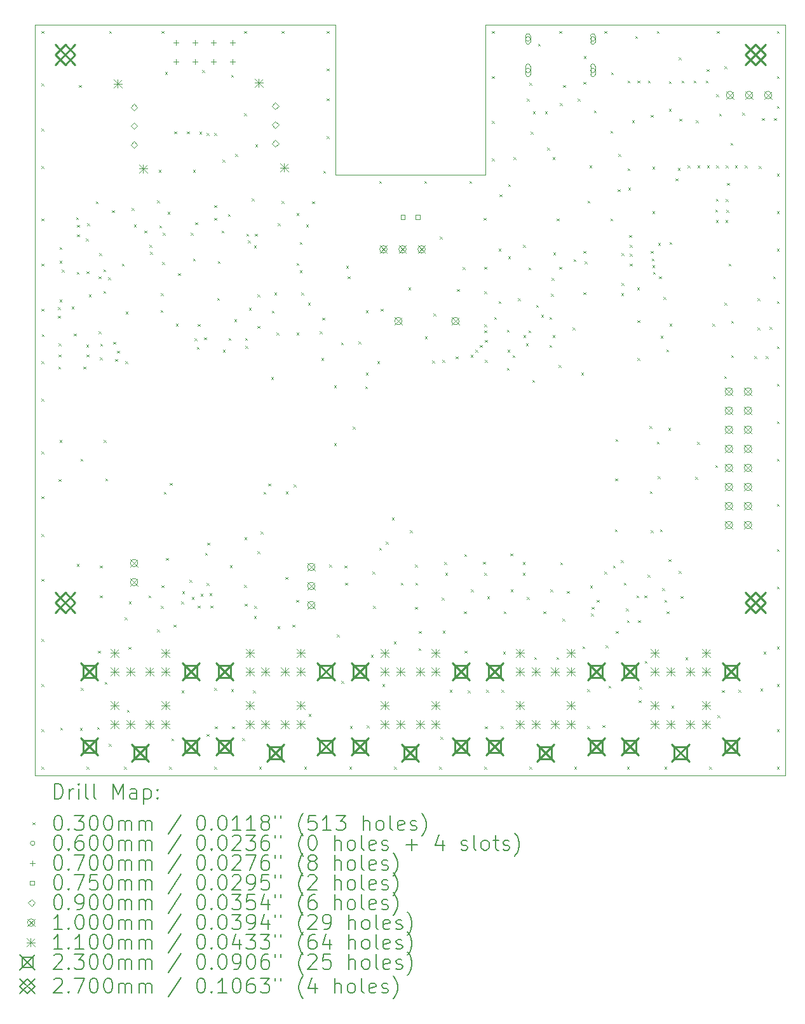
<source format=gbr>
%TF.GenerationSoftware,KiCad,Pcbnew,8.0.4*%
%TF.CreationDate,2025-03-13T03:49:58-05:00*%
%TF.ProjectId,Unify_1,556e6966-795f-4312-9e6b-696361645f70,rev?*%
%TF.SameCoordinates,Original*%
%TF.FileFunction,Drillmap*%
%TF.FilePolarity,Positive*%
%FSLAX45Y45*%
G04 Gerber Fmt 4.5, Leading zero omitted, Abs format (unit mm)*
G04 Created by KiCad (PCBNEW 8.0.4) date 2025-03-13 03:49:58*
%MOMM*%
%LPD*%
G01*
G04 APERTURE LIST*
%ADD10C,0.050000*%
%ADD11C,0.200000*%
%ADD12C,0.100000*%
%ADD13C,0.110000*%
%ADD14C,0.230000*%
%ADD15C,0.270000*%
G04 APERTURE END LIST*
D10*
X17000000Y-7000000D02*
X19000000Y-7000000D01*
X19000000Y-5000000D01*
X19500000Y-5000000D01*
X23000000Y-5000000D01*
X23000000Y-15000000D01*
X13000000Y-15000000D01*
X13000000Y-5000000D01*
X17000000Y-5000000D01*
X17000000Y-7000000D01*
D11*
D12*
X13085000Y-5085000D02*
X13115000Y-5115000D01*
X13115000Y-5085000D02*
X13085000Y-5115000D01*
X13085000Y-5785000D02*
X13115000Y-5815000D01*
X13115000Y-5785000D02*
X13085000Y-5815000D01*
X13085000Y-6385000D02*
X13115000Y-6415000D01*
X13115000Y-6385000D02*
X13085000Y-6415000D01*
X13085000Y-6885000D02*
X13115000Y-6915000D01*
X13115000Y-6885000D02*
X13085000Y-6915000D01*
X13085000Y-7585000D02*
X13115000Y-7615000D01*
X13115000Y-7585000D02*
X13085000Y-7615000D01*
X13085000Y-8185000D02*
X13115000Y-8215000D01*
X13115000Y-8185000D02*
X13085000Y-8215000D01*
X13085000Y-8785000D02*
X13115000Y-8815000D01*
X13115000Y-8785000D02*
X13085000Y-8815000D01*
X13085000Y-9485000D02*
X13115000Y-9515000D01*
X13115000Y-9485000D02*
X13085000Y-9515000D01*
X13085000Y-9985000D02*
X13115000Y-10015000D01*
X13115000Y-9985000D02*
X13085000Y-10015000D01*
X13085000Y-10685000D02*
X13115000Y-10715000D01*
X13115000Y-10685000D02*
X13085000Y-10715000D01*
X13085000Y-11285000D02*
X13115000Y-11315000D01*
X13115000Y-11285000D02*
X13085000Y-11315000D01*
X13085000Y-11785000D02*
X13115000Y-11815000D01*
X13115000Y-11785000D02*
X13085000Y-11815000D01*
X13085000Y-12385000D02*
X13115000Y-12415000D01*
X13115000Y-12385000D02*
X13085000Y-12415000D01*
X13085000Y-13185000D02*
X13115000Y-13215000D01*
X13115000Y-13185000D02*
X13085000Y-13215000D01*
X13085000Y-13785000D02*
X13115000Y-13815000D01*
X13115000Y-13785000D02*
X13085000Y-13815000D01*
X13085000Y-14385000D02*
X13115000Y-14415000D01*
X13115000Y-14385000D02*
X13085000Y-14415000D01*
X13085000Y-14885000D02*
X13115000Y-14915000D01*
X13115000Y-14885000D02*
X13085000Y-14915000D01*
X13090000Y-9125000D02*
X13120000Y-9155000D01*
X13120000Y-9125000D02*
X13090000Y-9155000D01*
X13305000Y-8765000D02*
X13335000Y-8795000D01*
X13335000Y-8765000D02*
X13305000Y-8795000D01*
X13305000Y-8880000D02*
X13335000Y-8910000D01*
X13335000Y-8880000D02*
X13305000Y-8910000D01*
X13307000Y-9555000D02*
X13337000Y-9585000D01*
X13337000Y-9555000D02*
X13307000Y-9585000D01*
X13315000Y-9245000D02*
X13345000Y-9275000D01*
X13345000Y-9245000D02*
X13315000Y-9275000D01*
X13315000Y-9395000D02*
X13345000Y-9425000D01*
X13345000Y-9395000D02*
X13315000Y-9425000D01*
X13315000Y-11055000D02*
X13345000Y-11085000D01*
X13345000Y-11055000D02*
X13315000Y-11085000D01*
X13325000Y-7965000D02*
X13355000Y-7995000D01*
X13355000Y-7965000D02*
X13325000Y-7995000D01*
X13325000Y-8145000D02*
X13355000Y-8175000D01*
X13355000Y-8145000D02*
X13325000Y-8175000D01*
X13325000Y-10535000D02*
X13355000Y-10565000D01*
X13355000Y-10535000D02*
X13325000Y-10565000D01*
X13327000Y-8665000D02*
X13357000Y-8695000D01*
X13357000Y-8665000D02*
X13327000Y-8695000D01*
X13335000Y-14365000D02*
X13365000Y-14395000D01*
X13365000Y-14365000D02*
X13335000Y-14395000D01*
X13355000Y-8265000D02*
X13385000Y-8295000D01*
X13385000Y-8265000D02*
X13355000Y-8295000D01*
X13485000Y-8755000D02*
X13515000Y-8785000D01*
X13515000Y-8755000D02*
X13485000Y-8785000D01*
X13516000Y-9115500D02*
X13546000Y-9145500D01*
X13546000Y-9115500D02*
X13516000Y-9145500D01*
X13545000Y-7565000D02*
X13575000Y-7595000D01*
X13575000Y-7565000D02*
X13545000Y-7595000D01*
X13555000Y-8295000D02*
X13585000Y-8325000D01*
X13585000Y-8295000D02*
X13555000Y-8325000D01*
X13555000Y-12185000D02*
X13585000Y-12215000D01*
X13585000Y-12185000D02*
X13555000Y-12215000D01*
X13560000Y-7670000D02*
X13590000Y-7700000D01*
X13590000Y-7670000D02*
X13560000Y-7700000D01*
X13560000Y-7795000D02*
X13590000Y-7825000D01*
X13590000Y-7795000D02*
X13560000Y-7825000D01*
X13585000Y-5805000D02*
X13615000Y-5835000D01*
X13615000Y-5805000D02*
X13585000Y-5835000D01*
X13595000Y-14370000D02*
X13625000Y-14400000D01*
X13625000Y-14370000D02*
X13595000Y-14400000D01*
X13605000Y-10785000D02*
X13635000Y-10815000D01*
X13635000Y-10785000D02*
X13605000Y-10815000D01*
X13610000Y-13835000D02*
X13640000Y-13865000D01*
X13640000Y-13835000D02*
X13610000Y-13865000D01*
X13645000Y-9557500D02*
X13675000Y-9587500D01*
X13675000Y-9557500D02*
X13645000Y-9587500D01*
X13675000Y-7850000D02*
X13705000Y-7880000D01*
X13705000Y-7850000D02*
X13675000Y-7880000D01*
X13680000Y-9265000D02*
X13710000Y-9295000D01*
X13710000Y-9265000D02*
X13680000Y-9295000D01*
X13685000Y-8285000D02*
X13715000Y-8315000D01*
X13715000Y-8285000D02*
X13685000Y-8315000D01*
X13685000Y-9395000D02*
X13715000Y-9425000D01*
X13715000Y-9395000D02*
X13685000Y-9425000D01*
X13685000Y-14885000D02*
X13715000Y-14915000D01*
X13715000Y-14885000D02*
X13685000Y-14915000D01*
X13695000Y-7645000D02*
X13725000Y-7675000D01*
X13725000Y-7645000D02*
X13695000Y-7675000D01*
X13715000Y-8595000D02*
X13745000Y-8625000D01*
X13745000Y-8595000D02*
X13715000Y-8625000D01*
X13810000Y-7355000D02*
X13840000Y-7385000D01*
X13840000Y-7355000D02*
X13810000Y-7385000D01*
X13825000Y-14355000D02*
X13855000Y-14385000D01*
X13855000Y-14355000D02*
X13825000Y-14385000D01*
X13840000Y-13340000D02*
X13870000Y-13370000D01*
X13870000Y-13340000D02*
X13840000Y-13370000D01*
X13845000Y-8355000D02*
X13875000Y-8385000D01*
X13875000Y-8355000D02*
X13845000Y-8385000D01*
X13845000Y-9085000D02*
X13875000Y-9115000D01*
X13875000Y-9085000D02*
X13845000Y-9115000D01*
X13855000Y-8045000D02*
X13885000Y-8075000D01*
X13885000Y-8045000D02*
X13855000Y-8075000D01*
X13865000Y-9435000D02*
X13895000Y-9465000D01*
X13895000Y-9435000D02*
X13865000Y-9465000D01*
X13865000Y-12205000D02*
X13895000Y-12235000D01*
X13895000Y-12205000D02*
X13865000Y-12235000D01*
X13865000Y-12605000D02*
X13895000Y-12635000D01*
X13895000Y-12605000D02*
X13865000Y-12635000D01*
X13868291Y-9252518D02*
X13898291Y-9282518D01*
X13898291Y-9252518D02*
X13868291Y-9282518D01*
X13910000Y-8260000D02*
X13940000Y-8290000D01*
X13940000Y-8260000D02*
X13910000Y-8290000D01*
X13910000Y-8550000D02*
X13940000Y-8580000D01*
X13940000Y-8550000D02*
X13910000Y-8580000D01*
X13915000Y-10535000D02*
X13945000Y-10565000D01*
X13945000Y-10535000D02*
X13915000Y-10565000D01*
X13925000Y-13755000D02*
X13955000Y-13785000D01*
X13955000Y-13755000D02*
X13925000Y-13785000D01*
X13935000Y-11045000D02*
X13965000Y-11075000D01*
X13965000Y-11045000D02*
X13935000Y-11075000D01*
X13975000Y-8365000D02*
X14005000Y-8395000D01*
X14005000Y-8365000D02*
X13975000Y-8395000D01*
X13980000Y-14580000D02*
X14010000Y-14610000D01*
X14010000Y-14580000D02*
X13980000Y-14610000D01*
X13985000Y-5085000D02*
X14015000Y-5115000D01*
X14015000Y-5085000D02*
X13985000Y-5115000D01*
X14025000Y-7475000D02*
X14055000Y-7505000D01*
X14055000Y-7475000D02*
X14025000Y-7505000D01*
X14042550Y-9225015D02*
X14072550Y-9255015D01*
X14072550Y-9225015D02*
X14042550Y-9255015D01*
X14065000Y-9455000D02*
X14095000Y-9485000D01*
X14095000Y-9455000D02*
X14065000Y-9485000D01*
X14093125Y-9343125D02*
X14123125Y-9373125D01*
X14123125Y-9343125D02*
X14093125Y-9373125D01*
X14155000Y-8185000D02*
X14185000Y-8215000D01*
X14185000Y-8185000D02*
X14155000Y-8215000D01*
X14185000Y-14885000D02*
X14215000Y-14915000D01*
X14215000Y-14885000D02*
X14185000Y-14915000D01*
X14195000Y-12895000D02*
X14225000Y-12925000D01*
X14225000Y-12895000D02*
X14195000Y-12925000D01*
X14203125Y-9485000D02*
X14233125Y-9515000D01*
X14233125Y-9485000D02*
X14203125Y-9515000D01*
X14205000Y-8825000D02*
X14235000Y-8855000D01*
X14235000Y-8825000D02*
X14205000Y-8855000D01*
X14225000Y-14130000D02*
X14255000Y-14160000D01*
X14255000Y-14130000D02*
X14225000Y-14160000D01*
X14245000Y-13290000D02*
X14275000Y-13320000D01*
X14275000Y-13290000D02*
X14245000Y-13320000D01*
X14250000Y-12685000D02*
X14280000Y-12715000D01*
X14280000Y-12685000D02*
X14250000Y-12715000D01*
X14285000Y-7445000D02*
X14315000Y-7475000D01*
X14315000Y-7445000D02*
X14285000Y-7475000D01*
X14315000Y-7665000D02*
X14345000Y-7695000D01*
X14345000Y-7665000D02*
X14315000Y-7695000D01*
X14455000Y-7745000D02*
X14485000Y-7775000D01*
X14485000Y-7745000D02*
X14455000Y-7775000D01*
X14510000Y-12605000D02*
X14540000Y-12635000D01*
X14540000Y-12605000D02*
X14510000Y-12635000D01*
X14525000Y-7935000D02*
X14555000Y-7965000D01*
X14555000Y-7935000D02*
X14525000Y-7965000D01*
X14532500Y-8030000D02*
X14562500Y-8060000D01*
X14562500Y-8030000D02*
X14532500Y-8060000D01*
X14625000Y-7340000D02*
X14655000Y-7370000D01*
X14655000Y-7340000D02*
X14625000Y-7370000D01*
X14625000Y-13055000D02*
X14655000Y-13085000D01*
X14655000Y-13055000D02*
X14625000Y-13085000D01*
X14645000Y-6935000D02*
X14675000Y-6965000D01*
X14675000Y-6935000D02*
X14645000Y-6965000D01*
X14655000Y-7675000D02*
X14685000Y-7705000D01*
X14685000Y-7675000D02*
X14655000Y-7705000D01*
X14670000Y-8804375D02*
X14700000Y-8834375D01*
X14700000Y-8804375D02*
X14670000Y-8834375D01*
X14675000Y-8580000D02*
X14705000Y-8610000D01*
X14705000Y-8580000D02*
X14675000Y-8610000D01*
X14675000Y-12745000D02*
X14705000Y-12775000D01*
X14705000Y-12745000D02*
X14675000Y-12775000D01*
X14685000Y-5085000D02*
X14715000Y-5115000D01*
X14715000Y-5085000D02*
X14685000Y-5115000D01*
X14685000Y-12470000D02*
X14715000Y-12500000D01*
X14715000Y-12470000D02*
X14685000Y-12500000D01*
X14695000Y-8165000D02*
X14725000Y-8195000D01*
X14725000Y-8165000D02*
X14695000Y-8195000D01*
X14703316Y-7775854D02*
X14733316Y-7805854D01*
X14733316Y-7775854D02*
X14703316Y-7805854D01*
X14715000Y-11225000D02*
X14745000Y-11255000D01*
X14745000Y-11225000D02*
X14715000Y-11255000D01*
X14730000Y-5630000D02*
X14760000Y-5660000D01*
X14760000Y-5630000D02*
X14730000Y-5660000D01*
X14745000Y-12105000D02*
X14775000Y-12135000D01*
X14775000Y-12105000D02*
X14745000Y-12135000D01*
X14765000Y-7495000D02*
X14795000Y-7525000D01*
X14795000Y-7495000D02*
X14765000Y-7525000D01*
X14785000Y-14885000D02*
X14815000Y-14915000D01*
X14815000Y-14885000D02*
X14785000Y-14915000D01*
X14795000Y-11105000D02*
X14825000Y-11135000D01*
X14825000Y-11105000D02*
X14795000Y-11135000D01*
X14815000Y-14510000D02*
X14845000Y-14540000D01*
X14845000Y-14510000D02*
X14815000Y-14540000D01*
X14845000Y-12995000D02*
X14875000Y-13025000D01*
X14875000Y-12995000D02*
X14845000Y-13025000D01*
X14855000Y-6425000D02*
X14885000Y-6455000D01*
X14885000Y-6425000D02*
X14855000Y-6455000D01*
X14875000Y-8985000D02*
X14905000Y-9015000D01*
X14905000Y-8985000D02*
X14875000Y-9015000D01*
X14905000Y-8310000D02*
X14935000Y-8340000D01*
X14935000Y-8310000D02*
X14905000Y-8340000D01*
X14945000Y-12685000D02*
X14975000Y-12715000D01*
X14975000Y-12685000D02*
X14945000Y-12715000D01*
X14950000Y-13870000D02*
X14980000Y-13900000D01*
X14980000Y-13870000D02*
X14950000Y-13900000D01*
X14960000Y-12550000D02*
X14990000Y-12580000D01*
X14990000Y-12550000D02*
X14960000Y-12580000D01*
X15025000Y-6425000D02*
X15055000Y-6455000D01*
X15055000Y-6425000D02*
X15025000Y-6455000D01*
X15055000Y-12395000D02*
X15085000Y-12425000D01*
X15085000Y-12395000D02*
X15055000Y-12425000D01*
X15075000Y-7775000D02*
X15105000Y-7805000D01*
X15105000Y-7775000D02*
X15075000Y-7805000D01*
X15085000Y-12625000D02*
X15115000Y-12655000D01*
X15115000Y-12625000D02*
X15085000Y-12655000D01*
X15105000Y-6935000D02*
X15135000Y-6965000D01*
X15135000Y-6935000D02*
X15105000Y-6965000D01*
X15105000Y-8115000D02*
X15135000Y-8145000D01*
X15135000Y-8115000D02*
X15105000Y-8145000D01*
X15125000Y-9180000D02*
X15155000Y-9210000D01*
X15155000Y-9180000D02*
X15125000Y-9210000D01*
X15135000Y-7635000D02*
X15165000Y-7665000D01*
X15165000Y-7635000D02*
X15135000Y-7665000D01*
X15153125Y-9295000D02*
X15183125Y-9325000D01*
X15183125Y-9295000D02*
X15153125Y-9325000D01*
X15165000Y-8990000D02*
X15195000Y-9020000D01*
X15195000Y-8990000D02*
X15165000Y-9020000D01*
X15165000Y-12740000D02*
X15195000Y-12770000D01*
X15195000Y-12740000D02*
X15165000Y-12770000D01*
X15190000Y-6430000D02*
X15220000Y-6460000D01*
X15220000Y-6430000D02*
X15190000Y-6460000D01*
X15205000Y-12585000D02*
X15235000Y-12615000D01*
X15235000Y-12585000D02*
X15205000Y-12615000D01*
X15225000Y-5605000D02*
X15255000Y-5635000D01*
X15255000Y-5605000D02*
X15225000Y-5635000D01*
X15253125Y-9165000D02*
X15283125Y-9195000D01*
X15283125Y-9165000D02*
X15253125Y-9195000D01*
X15265000Y-12035000D02*
X15295000Y-12065000D01*
X15295000Y-12035000D02*
X15265000Y-12065000D01*
X15285000Y-6445000D02*
X15315000Y-6475000D01*
X15315000Y-6445000D02*
X15285000Y-6475000D01*
X15285000Y-12440000D02*
X15315000Y-12470000D01*
X15315000Y-12440000D02*
X15285000Y-12470000D01*
X15285000Y-14450000D02*
X15315000Y-14480000D01*
X15315000Y-14450000D02*
X15285000Y-14480000D01*
X15295000Y-11900000D02*
X15325000Y-11930000D01*
X15325000Y-11900000D02*
X15295000Y-11930000D01*
X15325000Y-12575000D02*
X15355000Y-12605000D01*
X15355000Y-12575000D02*
X15325000Y-12605000D01*
X15337500Y-12738500D02*
X15367500Y-12768500D01*
X15367500Y-12738500D02*
X15337500Y-12768500D01*
X15385000Y-6445000D02*
X15415000Y-6475000D01*
X15415000Y-6445000D02*
X15385000Y-6475000D01*
X15385000Y-7405000D02*
X15415000Y-7435000D01*
X15415000Y-7405000D02*
X15385000Y-7435000D01*
X15385000Y-7575000D02*
X15415000Y-7605000D01*
X15415000Y-7575000D02*
X15385000Y-7605000D01*
X15385000Y-13835000D02*
X15415000Y-13865000D01*
X15415000Y-13835000D02*
X15385000Y-13865000D01*
X15385000Y-14885000D02*
X15415000Y-14915000D01*
X15415000Y-14885000D02*
X15385000Y-14915000D01*
X15395000Y-14350000D02*
X15425000Y-14380000D01*
X15425000Y-14350000D02*
X15395000Y-14380000D01*
X15425000Y-8640000D02*
X15455000Y-8670000D01*
X15455000Y-8640000D02*
X15425000Y-8670000D01*
X15435000Y-8150000D02*
X15465000Y-8180000D01*
X15465000Y-8150000D02*
X15435000Y-8180000D01*
X15485000Y-7745000D02*
X15515000Y-7775000D01*
X15515000Y-7745000D02*
X15485000Y-7775000D01*
X15497573Y-6802426D02*
X15527573Y-6832426D01*
X15527573Y-6802426D02*
X15497573Y-6832426D01*
X15499650Y-9330900D02*
X15529650Y-9360900D01*
X15529650Y-9330900D02*
X15499650Y-9360900D01*
X15570000Y-7525000D02*
X15600000Y-7555000D01*
X15600000Y-7525000D02*
X15570000Y-7555000D01*
X15576661Y-9173364D02*
X15606661Y-9203364D01*
X15606661Y-9173364D02*
X15576661Y-9203364D01*
X15595000Y-12200000D02*
X15625000Y-12230000D01*
X15625000Y-12200000D02*
X15595000Y-12230000D01*
X15610000Y-5670000D02*
X15640000Y-5700000D01*
X15640000Y-5670000D02*
X15610000Y-5700000D01*
X15610000Y-13855000D02*
X15640000Y-13885000D01*
X15640000Y-13855000D02*
X15610000Y-13885000D01*
X15625000Y-14350000D02*
X15655000Y-14380000D01*
X15655000Y-14350000D02*
X15625000Y-14380000D01*
X15655000Y-8925000D02*
X15685000Y-8955000D01*
X15685000Y-8925000D02*
X15655000Y-8955000D01*
X15665000Y-6725000D02*
X15695000Y-6755000D01*
X15695000Y-6725000D02*
X15665000Y-6755000D01*
X15760000Y-14505000D02*
X15790000Y-14535000D01*
X15790000Y-14505000D02*
X15760000Y-14535000D01*
X15785000Y-5085000D02*
X15815000Y-5115000D01*
X15815000Y-5085000D02*
X15785000Y-5115000D01*
X15785000Y-6182500D02*
X15815000Y-6212500D01*
X15815000Y-6182500D02*
X15785000Y-6212500D01*
X15785000Y-12465000D02*
X15815000Y-12495000D01*
X15815000Y-12465000D02*
X15785000Y-12495000D01*
X15790000Y-11830000D02*
X15820000Y-11860000D01*
X15820000Y-11830000D02*
X15790000Y-11860000D01*
X15795000Y-12715000D02*
X15825000Y-12745000D01*
X15825000Y-12715000D02*
X15795000Y-12745000D01*
X15797150Y-9173932D02*
X15827150Y-9203932D01*
X15827150Y-9173932D02*
X15797150Y-9203932D01*
X15802150Y-9280634D02*
X15832150Y-9310634D01*
X15832150Y-9280634D02*
X15802150Y-9310634D01*
X15815000Y-7785000D02*
X15845000Y-7815000D01*
X15845000Y-7785000D02*
X15815000Y-7815000D01*
X15835000Y-7875000D02*
X15865000Y-7905000D01*
X15865000Y-7875000D02*
X15835000Y-7905000D01*
X15849650Y-8773400D02*
X15879650Y-8803400D01*
X15879650Y-8773400D02*
X15849650Y-8803400D01*
X15885000Y-7315000D02*
X15915000Y-7345000D01*
X15915000Y-7315000D02*
X15885000Y-7345000D01*
X15905000Y-13870000D02*
X15935000Y-13900000D01*
X15935000Y-13870000D02*
X15905000Y-13900000D01*
X15915000Y-7945000D02*
X15945000Y-7975000D01*
X15945000Y-7945000D02*
X15915000Y-7975000D01*
X15917500Y-12878500D02*
X15947500Y-12908500D01*
X15947500Y-12878500D02*
X15917500Y-12908500D01*
X15920000Y-12745000D02*
X15950000Y-12775000D01*
X15950000Y-12745000D02*
X15920000Y-12775000D01*
X15930000Y-7785000D02*
X15960000Y-7815000D01*
X15960000Y-7785000D02*
X15930000Y-7815000D01*
X15935000Y-6595000D02*
X15965000Y-6625000D01*
X15965000Y-6595000D02*
X15935000Y-6625000D01*
X15965000Y-8595000D02*
X15995000Y-8625000D01*
X15995000Y-8595000D02*
X15965000Y-8625000D01*
X15965000Y-9015000D02*
X15995000Y-9045000D01*
X15995000Y-9015000D02*
X15965000Y-9045000D01*
X15965000Y-12015000D02*
X15995000Y-12045000D01*
X15995000Y-12015000D02*
X15965000Y-12045000D01*
X15985000Y-14885000D02*
X16015000Y-14915000D01*
X16015000Y-14885000D02*
X15985000Y-14915000D01*
X16005000Y-11755000D02*
X16035000Y-11785000D01*
X16035000Y-11755000D02*
X16005000Y-11785000D01*
X16045000Y-11225000D02*
X16075000Y-11255000D01*
X16075000Y-11225000D02*
X16045000Y-11255000D01*
X16105000Y-11115000D02*
X16135000Y-11145000D01*
X16135000Y-11115000D02*
X16105000Y-11145000D01*
X16145000Y-9695000D02*
X16175000Y-9725000D01*
X16175000Y-9695000D02*
X16145000Y-9725000D01*
X16155000Y-8810000D02*
X16185000Y-8840000D01*
X16185000Y-8810000D02*
X16155000Y-8840000D01*
X16189228Y-8570772D02*
X16219228Y-8600772D01*
X16219228Y-8570772D02*
X16189228Y-8600772D01*
X16215000Y-9105000D02*
X16245000Y-9135000D01*
X16245000Y-9105000D02*
X16215000Y-9135000D01*
X16230000Y-13015000D02*
X16260000Y-13045000D01*
X16260000Y-13015000D02*
X16230000Y-13045000D01*
X16235073Y-7644926D02*
X16265073Y-7674926D01*
X16265073Y-7644926D02*
X16235073Y-7674926D01*
X16285000Y-5085000D02*
X16315000Y-5115000D01*
X16315000Y-5085000D02*
X16285000Y-5115000D01*
X16285000Y-7350000D02*
X16315000Y-7380000D01*
X16315000Y-7350000D02*
X16285000Y-7380000D01*
X16335000Y-12360000D02*
X16365000Y-12390000D01*
X16365000Y-12360000D02*
X16335000Y-12390000D01*
X16340000Y-11220000D02*
X16370000Y-11250000D01*
X16370000Y-11220000D02*
X16340000Y-11250000D01*
X16430000Y-12995000D02*
X16460000Y-13025000D01*
X16460000Y-12995000D02*
X16430000Y-13025000D01*
X16445000Y-11125000D02*
X16475000Y-11155000D01*
X16475000Y-11125000D02*
X16445000Y-11155000D01*
X16480000Y-12665000D02*
X16510000Y-12695000D01*
X16510000Y-12665000D02*
X16480000Y-12695000D01*
X16483444Y-7512500D02*
X16513444Y-7542500D01*
X16513444Y-7512500D02*
X16483444Y-7542500D01*
X16485000Y-8175000D02*
X16515000Y-8205000D01*
X16515000Y-8175000D02*
X16485000Y-8205000D01*
X16485000Y-9105000D02*
X16515000Y-9135000D01*
X16515000Y-9105000D02*
X16485000Y-9135000D01*
X16525000Y-7895000D02*
X16555000Y-7925000D01*
X16555000Y-7895000D02*
X16525000Y-7925000D01*
X16525000Y-8275000D02*
X16555000Y-8305000D01*
X16555000Y-8275000D02*
X16525000Y-8305000D01*
X16545000Y-8570000D02*
X16575000Y-8600000D01*
X16575000Y-8570000D02*
X16545000Y-8600000D01*
X16585000Y-14885000D02*
X16615000Y-14915000D01*
X16615000Y-14885000D02*
X16585000Y-14915000D01*
X16610000Y-7665000D02*
X16640000Y-7695000D01*
X16640000Y-7665000D02*
X16610000Y-7695000D01*
X16635000Y-8705000D02*
X16665000Y-8735000D01*
X16665000Y-8705000D02*
X16635000Y-8735000D01*
X16645000Y-14185000D02*
X16675000Y-14215000D01*
X16675000Y-14185000D02*
X16645000Y-14215000D01*
X16690000Y-7355000D02*
X16720000Y-7385000D01*
X16720000Y-7355000D02*
X16690000Y-7385000D01*
X16795000Y-9085000D02*
X16825000Y-9115000D01*
X16825000Y-9085000D02*
X16795000Y-9115000D01*
X16815000Y-9440000D02*
X16845000Y-9470000D01*
X16845000Y-9440000D02*
X16815000Y-9470000D01*
X16825000Y-8905000D02*
X16855000Y-8935000D01*
X16855000Y-8905000D02*
X16825000Y-8935000D01*
X16840000Y-6950000D02*
X16870000Y-6980000D01*
X16870000Y-6950000D02*
X16840000Y-6980000D01*
X16885000Y-5085000D02*
X16915000Y-5115000D01*
X16915000Y-5085000D02*
X16885000Y-5115000D01*
X16885000Y-5585000D02*
X16915000Y-5615000D01*
X16915000Y-5585000D02*
X16885000Y-5615000D01*
X16885000Y-5985000D02*
X16915000Y-6015000D01*
X16915000Y-5985000D02*
X16885000Y-6015000D01*
X16885000Y-6485000D02*
X16915000Y-6515000D01*
X16915000Y-6485000D02*
X16885000Y-6515000D01*
X16920000Y-12195000D02*
X16950000Y-12225000D01*
X16950000Y-12195000D02*
X16920000Y-12225000D01*
X16985000Y-9805000D02*
X17015000Y-9835000D01*
X17015000Y-9805000D02*
X16985000Y-9835000D01*
X16985000Y-10575000D02*
X17015000Y-10605000D01*
X17015000Y-10575000D02*
X16985000Y-10605000D01*
X17020000Y-13125000D02*
X17050000Y-13155000D01*
X17050000Y-13125000D02*
X17020000Y-13155000D01*
X17077500Y-9235000D02*
X17107500Y-9265000D01*
X17107500Y-9235000D02*
X17077500Y-9265000D01*
X17080000Y-13745000D02*
X17110000Y-13775000D01*
X17110000Y-13745000D02*
X17080000Y-13775000D01*
X17125000Y-12205000D02*
X17155000Y-12235000D01*
X17155000Y-12205000D02*
X17125000Y-12235000D01*
X17131250Y-12435000D02*
X17161250Y-12465000D01*
X17161250Y-12435000D02*
X17131250Y-12465000D01*
X17145000Y-8215000D02*
X17175000Y-8245000D01*
X17175000Y-8215000D02*
X17145000Y-8245000D01*
X17165000Y-8355000D02*
X17195000Y-8385000D01*
X17195000Y-8355000D02*
X17165000Y-8385000D01*
X17185000Y-14885000D02*
X17215000Y-14915000D01*
X17215000Y-14885000D02*
X17185000Y-14915000D01*
X17195000Y-14345000D02*
X17225000Y-14375000D01*
X17225000Y-14345000D02*
X17195000Y-14375000D01*
X17235000Y-10355000D02*
X17265000Y-10385000D01*
X17265000Y-10355000D02*
X17235000Y-10385000D01*
X17310000Y-9220000D02*
X17340000Y-9250000D01*
X17340000Y-9220000D02*
X17310000Y-9250000D01*
X17400000Y-9820000D02*
X17430000Y-9850000D01*
X17430000Y-9820000D02*
X17400000Y-9850000D01*
X17405000Y-8805000D02*
X17435000Y-8835000D01*
X17435000Y-8805000D02*
X17405000Y-8835000D01*
X17405000Y-9635000D02*
X17435000Y-9665000D01*
X17435000Y-9635000D02*
X17405000Y-9665000D01*
X17420000Y-14335000D02*
X17450000Y-14365000D01*
X17450000Y-14335000D02*
X17420000Y-14365000D01*
X17475000Y-13395000D02*
X17505000Y-13425000D01*
X17505000Y-13395000D02*
X17475000Y-13425000D01*
X17495000Y-12285000D02*
X17525000Y-12315000D01*
X17525000Y-12285000D02*
X17495000Y-12315000D01*
X17505000Y-12742500D02*
X17535000Y-12772500D01*
X17535000Y-12742500D02*
X17505000Y-12772500D01*
X17560000Y-9485000D02*
X17590000Y-9515000D01*
X17590000Y-9485000D02*
X17560000Y-9515000D01*
X17585000Y-7085000D02*
X17615000Y-7115000D01*
X17615000Y-7085000D02*
X17585000Y-7115000D01*
X17585000Y-11970000D02*
X17615000Y-12000000D01*
X17615000Y-11970000D02*
X17585000Y-12000000D01*
X17605000Y-8785000D02*
X17635000Y-8815000D01*
X17635000Y-8785000D02*
X17605000Y-8815000D01*
X17625000Y-13785000D02*
X17655000Y-13815000D01*
X17655000Y-13785000D02*
X17625000Y-13815000D01*
X17675000Y-11890000D02*
X17705000Y-11920000D01*
X17705000Y-11890000D02*
X17675000Y-11920000D01*
X17755000Y-11565000D02*
X17785000Y-11595000D01*
X17785000Y-11565000D02*
X17755000Y-11595000D01*
X17780000Y-13220000D02*
X17810000Y-13250000D01*
X17810000Y-13220000D02*
X17780000Y-13250000D01*
X17785000Y-14885000D02*
X17815000Y-14915000D01*
X17815000Y-14885000D02*
X17785000Y-14915000D01*
X17873914Y-12436323D02*
X17903914Y-12466323D01*
X17903914Y-12436323D02*
X17873914Y-12466323D01*
X17975000Y-8500000D02*
X18005000Y-8530000D01*
X18005000Y-8500000D02*
X17975000Y-8530000D01*
X17995000Y-11735000D02*
X18025000Y-11765000D01*
X18025000Y-11735000D02*
X17995000Y-11765000D01*
X18062500Y-12756250D02*
X18092500Y-12786250D01*
X18092500Y-12756250D02*
X18062500Y-12786250D01*
X18065000Y-12195000D02*
X18095000Y-12225000D01*
X18095000Y-12195000D02*
X18065000Y-12225000D01*
X18067500Y-12435000D02*
X18097500Y-12465000D01*
X18097500Y-12435000D02*
X18067500Y-12465000D01*
X18110000Y-13305000D02*
X18140000Y-13335000D01*
X18140000Y-13305000D02*
X18110000Y-13335000D01*
X18115000Y-13080000D02*
X18145000Y-13110000D01*
X18145000Y-13080000D02*
X18115000Y-13110000D01*
X18185000Y-7085000D02*
X18215000Y-7115000D01*
X18215000Y-7085000D02*
X18185000Y-7115000D01*
X18195000Y-9155000D02*
X18225000Y-9185000D01*
X18225000Y-9155000D02*
X18195000Y-9185000D01*
X18290000Y-9475000D02*
X18320000Y-9505000D01*
X18320000Y-9475000D02*
X18290000Y-9505000D01*
X18310000Y-8850000D02*
X18340000Y-8880000D01*
X18340000Y-8850000D02*
X18310000Y-8880000D01*
X18385000Y-14885000D02*
X18415000Y-14915000D01*
X18415000Y-14885000D02*
X18385000Y-14915000D01*
X18395000Y-7825000D02*
X18425000Y-7855000D01*
X18425000Y-7825000D02*
X18395000Y-7855000D01*
X18400000Y-14490000D02*
X18430000Y-14520000D01*
X18430000Y-14490000D02*
X18400000Y-14520000D01*
X18420000Y-12635000D02*
X18450000Y-12665000D01*
X18450000Y-12635000D02*
X18420000Y-12665000D01*
X18425000Y-9465000D02*
X18455000Y-9495000D01*
X18455000Y-9465000D02*
X18425000Y-9495000D01*
X18430000Y-13075000D02*
X18460000Y-13105000D01*
X18460000Y-13075000D02*
X18430000Y-13105000D01*
X18451250Y-12158750D02*
X18481250Y-12188750D01*
X18481250Y-12158750D02*
X18451250Y-12188750D01*
X18465000Y-12302500D02*
X18495000Y-12332500D01*
X18495000Y-12302500D02*
X18465000Y-12332500D01*
X18525000Y-13860000D02*
X18555000Y-13890000D01*
X18555000Y-13860000D02*
X18525000Y-13890000D01*
X18605000Y-9420000D02*
X18635000Y-9450000D01*
X18635000Y-9420000D02*
X18605000Y-9450000D01*
X18620000Y-8525000D02*
X18650000Y-8555000D01*
X18650000Y-8525000D02*
X18620000Y-8555000D01*
X18700000Y-8230000D02*
X18730000Y-8260000D01*
X18730000Y-8230000D02*
X18700000Y-8260000D01*
X18715000Y-12815000D02*
X18745000Y-12845000D01*
X18745000Y-12815000D02*
X18715000Y-12845000D01*
X18717500Y-12055000D02*
X18747500Y-12085000D01*
X18747500Y-12055000D02*
X18717500Y-12085000D01*
X18725000Y-13340000D02*
X18755000Y-13370000D01*
X18755000Y-13340000D02*
X18725000Y-13370000D01*
X18765000Y-13870000D02*
X18795000Y-13900000D01*
X18795000Y-13870000D02*
X18765000Y-13900000D01*
X18785000Y-7085000D02*
X18815000Y-7115000D01*
X18815000Y-7085000D02*
X18785000Y-7115000D01*
X18805000Y-9397500D02*
X18835000Y-9427500D01*
X18835000Y-9397500D02*
X18805000Y-9427500D01*
X18807500Y-12525000D02*
X18837500Y-12555000D01*
X18837500Y-12525000D02*
X18807500Y-12555000D01*
X18865000Y-9332500D02*
X18895000Y-9362500D01*
X18895000Y-9332500D02*
X18865000Y-9362500D01*
X18925000Y-9267500D02*
X18955000Y-9297500D01*
X18955000Y-9267500D02*
X18925000Y-9297500D01*
X18967500Y-12155000D02*
X18997500Y-12185000D01*
X18997500Y-12155000D02*
X18967500Y-12185000D01*
X18975000Y-7575000D02*
X19005000Y-7605000D01*
X19005000Y-7575000D02*
X18975000Y-7605000D01*
X18983750Y-8225000D02*
X19013750Y-8255000D01*
X19013750Y-8225000D02*
X18983750Y-8255000D01*
X18983750Y-8555000D02*
X19013750Y-8585000D01*
X19013750Y-8555000D02*
X18983750Y-8585000D01*
X18983750Y-8995000D02*
X19013750Y-9025000D01*
X19013750Y-8995000D02*
X18983750Y-9025000D01*
X18983750Y-9075000D02*
X19013750Y-9105000D01*
X19013750Y-9075000D02*
X18983750Y-9105000D01*
X18985000Y-14885000D02*
X19015000Y-14915000D01*
X19015000Y-14885000D02*
X18985000Y-14915000D01*
X18987500Y-12305000D02*
X19017500Y-12335000D01*
X19017500Y-12305000D02*
X18987500Y-12335000D01*
X18993750Y-9465000D02*
X19023750Y-9495000D01*
X19023750Y-9465000D02*
X18993750Y-9495000D01*
X18995000Y-9202500D02*
X19025000Y-9232500D01*
X19025000Y-9202500D02*
X18995000Y-9232500D01*
X18995000Y-14350000D02*
X19025000Y-14380000D01*
X19025000Y-14350000D02*
X18995000Y-14380000D01*
X19010000Y-13860000D02*
X19040000Y-13890000D01*
X19040000Y-13860000D02*
X19010000Y-13890000D01*
X19025000Y-12615000D02*
X19055000Y-12645000D01*
X19055000Y-12615000D02*
X19025000Y-12645000D01*
X19085000Y-5085000D02*
X19115000Y-5115000D01*
X19115000Y-5085000D02*
X19085000Y-5115000D01*
X19085000Y-5685000D02*
X19115000Y-5715000D01*
X19115000Y-5685000D02*
X19085000Y-5715000D01*
X19085000Y-6285000D02*
X19115000Y-6315000D01*
X19115000Y-6285000D02*
X19085000Y-6315000D01*
X19085000Y-6785000D02*
X19115000Y-6815000D01*
X19115000Y-6785000D02*
X19085000Y-6815000D01*
X19115000Y-8895000D02*
X19145000Y-8925000D01*
X19145000Y-8895000D02*
X19115000Y-8925000D01*
X19175000Y-7985000D02*
X19205000Y-8015000D01*
X19205000Y-7985000D02*
X19175000Y-8015000D01*
X19175000Y-8685000D02*
X19205000Y-8715000D01*
X19205000Y-8685000D02*
X19175000Y-8715000D01*
X19190000Y-7260000D02*
X19220000Y-7290000D01*
X19220000Y-7260000D02*
X19190000Y-7290000D01*
X19205000Y-14345000D02*
X19235000Y-14375000D01*
X19235000Y-14345000D02*
X19205000Y-14375000D01*
X19215000Y-13860000D02*
X19245000Y-13890000D01*
X19245000Y-13860000D02*
X19215000Y-13890000D01*
X19235000Y-13355000D02*
X19265000Y-13385000D01*
X19265000Y-13355000D02*
X19235000Y-13385000D01*
X19245000Y-12815000D02*
X19275000Y-12845000D01*
X19275000Y-12815000D02*
X19245000Y-12845000D01*
X19285000Y-9065000D02*
X19315000Y-9095000D01*
X19315000Y-9065000D02*
X19285000Y-9095000D01*
X19285000Y-9575000D02*
X19315000Y-9605000D01*
X19315000Y-9575000D02*
X19285000Y-9605000D01*
X19295000Y-9332500D02*
X19325000Y-9362500D01*
X19325000Y-9332500D02*
X19295000Y-9362500D01*
X19305000Y-7125000D02*
X19335000Y-7155000D01*
X19335000Y-7125000D02*
X19305000Y-7155000D01*
X19305000Y-8085000D02*
X19335000Y-8115000D01*
X19335000Y-8085000D02*
X19305000Y-8115000D01*
X19335000Y-12045000D02*
X19365000Y-12075000D01*
X19365000Y-12045000D02*
X19335000Y-12075000D01*
X19337500Y-12525000D02*
X19367500Y-12555000D01*
X19367500Y-12525000D02*
X19337500Y-12555000D01*
X19362537Y-9405037D02*
X19392537Y-9435037D01*
X19392537Y-9405037D02*
X19362537Y-9435037D01*
X19375000Y-6765000D02*
X19405000Y-6795000D01*
X19405000Y-6765000D02*
X19375000Y-6795000D01*
X19435000Y-8645000D02*
X19465000Y-8675000D01*
X19465000Y-8645000D02*
X19435000Y-8675000D01*
X19497500Y-12157500D02*
X19527500Y-12187500D01*
X19527500Y-12157500D02*
X19497500Y-12187500D01*
X19497500Y-12305000D02*
X19527500Y-12335000D01*
X19527500Y-12305000D02*
X19497500Y-12335000D01*
X19500000Y-7935000D02*
X19530000Y-7965000D01*
X19530000Y-7935000D02*
X19500000Y-7965000D01*
X19505000Y-9135000D02*
X19535000Y-9165000D01*
X19535000Y-9135000D02*
X19505000Y-9165000D01*
X19540000Y-9245000D02*
X19570000Y-9275000D01*
X19570000Y-9245000D02*
X19540000Y-9275000D01*
X19553008Y-5989379D02*
X19583008Y-6019379D01*
X19583008Y-5989379D02*
X19553008Y-6019379D01*
X19555000Y-12625000D02*
X19585000Y-12655000D01*
X19585000Y-12625000D02*
X19555000Y-12655000D01*
X19575000Y-8235000D02*
X19605000Y-8265000D01*
X19605000Y-8235000D02*
X19575000Y-8265000D01*
X19575000Y-9075000D02*
X19605000Y-9105000D01*
X19605000Y-9075000D02*
X19575000Y-9105000D01*
X19585000Y-5775000D02*
X19615000Y-5805000D01*
X19615000Y-5775000D02*
X19585000Y-5805000D01*
X19585000Y-14885000D02*
X19615000Y-14915000D01*
X19615000Y-14885000D02*
X19585000Y-14915000D01*
X19605000Y-6430000D02*
X19635000Y-6460000D01*
X19635000Y-6430000D02*
X19605000Y-6460000D01*
X19625000Y-9735000D02*
X19655000Y-9765000D01*
X19655000Y-9735000D02*
X19625000Y-9765000D01*
X19635000Y-6155000D02*
X19665000Y-6185000D01*
X19665000Y-6155000D02*
X19635000Y-6185000D01*
X19650000Y-13425000D02*
X19680000Y-13455000D01*
X19680000Y-13425000D02*
X19650000Y-13455000D01*
X19675000Y-8735000D02*
X19705000Y-8765000D01*
X19705000Y-8735000D02*
X19675000Y-8765000D01*
X19700000Y-5255000D02*
X19730000Y-5285000D01*
X19730000Y-5255000D02*
X19700000Y-5285000D01*
X19745000Y-8865000D02*
X19775000Y-8895000D01*
X19775000Y-8865000D02*
X19745000Y-8895000D01*
X19775000Y-12815000D02*
X19805000Y-12845000D01*
X19805000Y-12815000D02*
X19775000Y-12845000D01*
X19795000Y-6155000D02*
X19825000Y-6185000D01*
X19825000Y-6155000D02*
X19795000Y-6185000D01*
X19825000Y-6640000D02*
X19855000Y-6670000D01*
X19855000Y-6640000D02*
X19825000Y-6670000D01*
X19855000Y-8895000D02*
X19885000Y-8925000D01*
X19885000Y-8895000D02*
X19855000Y-8925000D01*
X19855000Y-9267500D02*
X19885000Y-9297500D01*
X19885000Y-9267500D02*
X19855000Y-9297500D01*
X19867500Y-12525000D02*
X19897500Y-12555000D01*
X19897500Y-12525000D02*
X19867500Y-12555000D01*
X19875000Y-8585000D02*
X19905000Y-8615000D01*
X19905000Y-8585000D02*
X19875000Y-8615000D01*
X19885000Y-8375000D02*
X19915000Y-8405000D01*
X19915000Y-8375000D02*
X19885000Y-8405000D01*
X19895000Y-6765000D02*
X19925000Y-6795000D01*
X19925000Y-6765000D02*
X19895000Y-6795000D01*
X19895000Y-9135000D02*
X19925000Y-9165000D01*
X19925000Y-9135000D02*
X19895000Y-9165000D01*
X19905000Y-8035000D02*
X19935000Y-8065000D01*
X19935000Y-8035000D02*
X19905000Y-8065000D01*
X19945000Y-13425000D02*
X19975000Y-13455000D01*
X19975000Y-13425000D02*
X19945000Y-13455000D01*
X19951500Y-7583055D02*
X19981500Y-7613055D01*
X19981500Y-7583055D02*
X19951500Y-7613055D01*
X19975000Y-9535000D02*
X20005000Y-9565000D01*
X20005000Y-9535000D02*
X19975000Y-9565000D01*
X19985000Y-5085000D02*
X20015000Y-5115000D01*
X20015000Y-5085000D02*
X19985000Y-5115000D01*
X19985000Y-8225000D02*
X20015000Y-8255000D01*
X20015000Y-8225000D02*
X19985000Y-8255000D01*
X19995000Y-6045000D02*
X20025000Y-6075000D01*
X20025000Y-6045000D02*
X19995000Y-6075000D01*
X19997500Y-12165000D02*
X20027500Y-12195000D01*
X20027500Y-12165000D02*
X19997500Y-12195000D01*
X20027500Y-12915000D02*
X20057500Y-12945000D01*
X20057500Y-12915000D02*
X20027500Y-12945000D01*
X20035000Y-5805000D02*
X20065000Y-5835000D01*
X20065000Y-5805000D02*
X20035000Y-5835000D01*
X20085000Y-12545000D02*
X20115000Y-12575000D01*
X20115000Y-12545000D02*
X20085000Y-12575000D01*
X20163750Y-9035000D02*
X20193750Y-9065000D01*
X20193750Y-9035000D02*
X20163750Y-9065000D01*
X20173750Y-8125000D02*
X20203750Y-8155000D01*
X20203750Y-8125000D02*
X20173750Y-8155000D01*
X20185000Y-14885000D02*
X20215000Y-14915000D01*
X20215000Y-14885000D02*
X20185000Y-14915000D01*
X20231773Y-5987184D02*
X20261773Y-6017184D01*
X20261773Y-5987184D02*
X20231773Y-6017184D01*
X20275000Y-9635000D02*
X20305000Y-9665000D01*
X20305000Y-9635000D02*
X20275000Y-9665000D01*
X20295000Y-13280000D02*
X20325000Y-13310000D01*
X20325000Y-13280000D02*
X20295000Y-13310000D01*
X20305000Y-5765000D02*
X20335000Y-5795000D01*
X20335000Y-5765000D02*
X20305000Y-5795000D01*
X20305000Y-8015000D02*
X20335000Y-8045000D01*
X20335000Y-8015000D02*
X20305000Y-8045000D01*
X20305000Y-8565000D02*
X20335000Y-8595000D01*
X20335000Y-8565000D02*
X20305000Y-8595000D01*
X20310000Y-5420000D02*
X20340000Y-5450000D01*
X20340000Y-5420000D02*
X20310000Y-5450000D01*
X20325000Y-8155000D02*
X20355000Y-8185000D01*
X20355000Y-8155000D02*
X20325000Y-8185000D01*
X20355000Y-13855000D02*
X20385000Y-13885000D01*
X20385000Y-13855000D02*
X20355000Y-13885000D01*
X20355000Y-14345000D02*
X20385000Y-14375000D01*
X20385000Y-14345000D02*
X20355000Y-14375000D01*
X20360000Y-7345000D02*
X20390000Y-7375000D01*
X20390000Y-7345000D02*
X20360000Y-7375000D01*
X20385000Y-6875000D02*
X20415000Y-6905000D01*
X20415000Y-6875000D02*
X20385000Y-6905000D01*
X20395000Y-12475000D02*
X20425000Y-12505000D01*
X20425000Y-12475000D02*
X20395000Y-12505000D01*
X20410000Y-12845000D02*
X20440000Y-12875000D01*
X20440000Y-12845000D02*
X20410000Y-12875000D01*
X20415000Y-12755000D02*
X20445000Y-12785000D01*
X20445000Y-12755000D02*
X20415000Y-12785000D01*
X20445000Y-6145000D02*
X20475000Y-6175000D01*
X20475000Y-6145000D02*
X20445000Y-6175000D01*
X20485000Y-12665000D02*
X20515000Y-12695000D01*
X20515000Y-12665000D02*
X20485000Y-12695000D01*
X20560000Y-14330000D02*
X20590000Y-14360000D01*
X20590000Y-14330000D02*
X20560000Y-14360000D01*
X20585000Y-5085000D02*
X20615000Y-5115000D01*
X20615000Y-5085000D02*
X20585000Y-5115000D01*
X20587500Y-12285000D02*
X20617500Y-12315000D01*
X20617500Y-12285000D02*
X20587500Y-12315000D01*
X20605000Y-13270000D02*
X20635000Y-13300000D01*
X20635000Y-13270000D02*
X20605000Y-13300000D01*
X20640000Y-13805000D02*
X20670000Y-13835000D01*
X20670000Y-13805000D02*
X20640000Y-13835000D01*
X20665000Y-6415000D02*
X20695000Y-6445000D01*
X20695000Y-6415000D02*
X20665000Y-6445000D01*
X20665000Y-7585000D02*
X20695000Y-7615000D01*
X20695000Y-7585000D02*
X20665000Y-7615000D01*
X20675000Y-5635000D02*
X20705000Y-5665000D01*
X20705000Y-5635000D02*
X20675000Y-5665000D01*
X20700000Y-12205000D02*
X20730000Y-12235000D01*
X20730000Y-12205000D02*
X20700000Y-12235000D01*
X20725000Y-11725000D02*
X20755000Y-11755000D01*
X20755000Y-11725000D02*
X20725000Y-11755000D01*
X20730000Y-11045000D02*
X20760000Y-11075000D01*
X20760000Y-11045000D02*
X20730000Y-11075000D01*
X20735000Y-10520000D02*
X20765000Y-10550000D01*
X20765000Y-10520000D02*
X20735000Y-10550000D01*
X20740000Y-13080000D02*
X20770000Y-13110000D01*
X20770000Y-13080000D02*
X20740000Y-13110000D01*
X20765000Y-7195000D02*
X20795000Y-7225000D01*
X20795000Y-7195000D02*
X20765000Y-7225000D01*
X20770000Y-6725000D02*
X20800000Y-6755000D01*
X20800000Y-6725000D02*
X20770000Y-6755000D01*
X20807500Y-12135000D02*
X20837500Y-12165000D01*
X20837500Y-12135000D02*
X20807500Y-12165000D01*
X20810000Y-8580000D02*
X20840000Y-8610000D01*
X20840000Y-8580000D02*
X20810000Y-8610000D01*
X20815000Y-8045000D02*
X20845000Y-8075000D01*
X20845000Y-8045000D02*
X20815000Y-8075000D01*
X20815000Y-8445000D02*
X20845000Y-8475000D01*
X20845000Y-8445000D02*
X20815000Y-8475000D01*
X20845500Y-12433000D02*
X20875500Y-12463000D01*
X20875500Y-12433000D02*
X20845500Y-12463000D01*
X20871750Y-12777500D02*
X20901750Y-12807500D01*
X20901750Y-12777500D02*
X20871750Y-12807500D01*
X20885000Y-12932500D02*
X20915000Y-12962500D01*
X20915000Y-12932500D02*
X20885000Y-12962500D01*
X20885000Y-14885000D02*
X20915000Y-14915000D01*
X20915000Y-14885000D02*
X20885000Y-14915000D01*
X20895000Y-5745000D02*
X20925000Y-5775000D01*
X20925000Y-5745000D02*
X20895000Y-5775000D01*
X20895000Y-6915000D02*
X20925000Y-6945000D01*
X20925000Y-6915000D02*
X20895000Y-6945000D01*
X20905000Y-7175000D02*
X20935000Y-7205000D01*
X20935000Y-7175000D02*
X20905000Y-7205000D01*
X20915000Y-7805000D02*
X20945000Y-7835000D01*
X20945000Y-7805000D02*
X20915000Y-7835000D01*
X20925000Y-7935000D02*
X20955000Y-7965000D01*
X20955000Y-7935000D02*
X20925000Y-7965000D01*
X20925000Y-8055000D02*
X20955000Y-8085000D01*
X20955000Y-8055000D02*
X20925000Y-8085000D01*
X20925000Y-8185000D02*
X20955000Y-8215000D01*
X20955000Y-8185000D02*
X20925000Y-8215000D01*
X20955000Y-6275000D02*
X20985000Y-6305000D01*
X20985000Y-6275000D02*
X20955000Y-6305000D01*
X20995000Y-5155000D02*
X21025000Y-5185000D01*
X21025000Y-5155000D02*
X20995000Y-5185000D01*
X21015000Y-12605000D02*
X21045000Y-12635000D01*
X21045000Y-12605000D02*
X21015000Y-12635000D01*
X21020000Y-8500000D02*
X21050000Y-8530000D01*
X21050000Y-8500000D02*
X21020000Y-8530000D01*
X21025000Y-5745000D02*
X21055000Y-5775000D01*
X21055000Y-5745000D02*
X21025000Y-5775000D01*
X21025000Y-8940000D02*
X21055000Y-8970000D01*
X21055000Y-8940000D02*
X21025000Y-8970000D01*
X21025000Y-9440000D02*
X21055000Y-9470000D01*
X21055000Y-9440000D02*
X21025000Y-9470000D01*
X21035000Y-12932500D02*
X21065000Y-12962500D01*
X21065000Y-12932500D02*
X21035000Y-12962500D01*
X21045000Y-14000000D02*
X21075000Y-14030000D01*
X21075000Y-14000000D02*
X21045000Y-14030000D01*
X21050000Y-13820000D02*
X21080000Y-13850000D01*
X21080000Y-13820000D02*
X21050000Y-13850000D01*
X21117500Y-12605000D02*
X21147500Y-12635000D01*
X21147500Y-12605000D02*
X21117500Y-12635000D01*
X21125000Y-13475000D02*
X21155000Y-13505000D01*
X21155000Y-13475000D02*
X21125000Y-13505000D01*
X21160000Y-12330000D02*
X21190000Y-12360000D01*
X21190000Y-12330000D02*
X21160000Y-12360000D01*
X21165000Y-5745000D02*
X21195000Y-5775000D01*
X21195000Y-5745000D02*
X21165000Y-5775000D01*
X21185000Y-10350000D02*
X21215000Y-10380000D01*
X21215000Y-10350000D02*
X21185000Y-10380000D01*
X21190000Y-11215000D02*
X21220000Y-11245000D01*
X21220000Y-11215000D02*
X21190000Y-11245000D01*
X21205000Y-6205000D02*
X21235000Y-6235000D01*
X21235000Y-6205000D02*
X21205000Y-6235000D01*
X21205000Y-8015000D02*
X21235000Y-8045000D01*
X21235000Y-8015000D02*
X21205000Y-8045000D01*
X21205000Y-11735000D02*
X21235000Y-11765000D01*
X21235000Y-11735000D02*
X21205000Y-11765000D01*
X21215000Y-8115000D02*
X21245000Y-8145000D01*
X21245000Y-8115000D02*
X21215000Y-8145000D01*
X21225000Y-6895000D02*
X21255000Y-6925000D01*
X21255000Y-6895000D02*
X21225000Y-6925000D01*
X21225000Y-7485000D02*
X21255000Y-7515000D01*
X21255000Y-7485000D02*
X21225000Y-7515000D01*
X21225000Y-8205000D02*
X21255000Y-8235000D01*
X21255000Y-8205000D02*
X21225000Y-8235000D01*
X21235000Y-8295000D02*
X21265000Y-8325000D01*
X21265000Y-8295000D02*
X21235000Y-8325000D01*
X21285000Y-5085000D02*
X21315000Y-5115000D01*
X21315000Y-5085000D02*
X21285000Y-5115000D01*
X21285000Y-10555000D02*
X21315000Y-10585000D01*
X21315000Y-10555000D02*
X21285000Y-10585000D01*
X21295000Y-11015000D02*
X21325000Y-11045000D01*
X21325000Y-11015000D02*
X21295000Y-11045000D01*
X21300000Y-7910000D02*
X21330000Y-7940000D01*
X21330000Y-7910000D02*
X21300000Y-7940000D01*
X21315000Y-8355000D02*
X21345000Y-8385000D01*
X21345000Y-8355000D02*
X21315000Y-8385000D01*
X21325000Y-11725000D02*
X21355000Y-11755000D01*
X21355000Y-11725000D02*
X21325000Y-11755000D01*
X21335000Y-9145000D02*
X21365000Y-9175000D01*
X21365000Y-9145000D02*
X21335000Y-9175000D01*
X21355000Y-12505000D02*
X21385000Y-12535000D01*
X21385000Y-12505000D02*
X21355000Y-12535000D01*
X21375000Y-8630000D02*
X21405000Y-8660000D01*
X21405000Y-8630000D02*
X21375000Y-8660000D01*
X21385000Y-12665000D02*
X21415000Y-12695000D01*
X21415000Y-12665000D02*
X21385000Y-12695000D01*
X21385000Y-14885000D02*
X21415000Y-14915000D01*
X21415000Y-14885000D02*
X21385000Y-14915000D01*
X21412572Y-9329447D02*
X21442572Y-9359447D01*
X21442572Y-9329447D02*
X21412572Y-9359447D01*
X21417500Y-12817500D02*
X21447500Y-12847500D01*
X21447500Y-12817500D02*
X21417500Y-12847500D01*
X21435000Y-10375000D02*
X21465000Y-10405000D01*
X21465000Y-10375000D02*
X21435000Y-10405000D01*
X21440000Y-12120000D02*
X21470000Y-12150000D01*
X21470000Y-12120000D02*
X21440000Y-12150000D01*
X21445000Y-5755000D02*
X21475000Y-5785000D01*
X21475000Y-5755000D02*
X21445000Y-5785000D01*
X21445000Y-6122500D02*
X21475000Y-6152500D01*
X21475000Y-6122500D02*
X21445000Y-6152500D01*
X21455000Y-7895000D02*
X21485000Y-7925000D01*
X21485000Y-7895000D02*
X21455000Y-7925000D01*
X21455000Y-8985000D02*
X21485000Y-9015000D01*
X21485000Y-8985000D02*
X21455000Y-9015000D01*
X21480000Y-14075000D02*
X21510000Y-14105000D01*
X21510000Y-14075000D02*
X21480000Y-14105000D01*
X21535000Y-7050000D02*
X21565000Y-7080000D01*
X21565000Y-7050000D02*
X21535000Y-7080000D01*
X21565000Y-6910000D02*
X21595000Y-6940000D01*
X21595000Y-6910000D02*
X21565000Y-6940000D01*
X21575000Y-5435000D02*
X21605000Y-5465000D01*
X21605000Y-5435000D02*
X21575000Y-5465000D01*
X21577500Y-12277500D02*
X21607500Y-12307500D01*
X21607500Y-12277500D02*
X21577500Y-12307500D01*
X21585000Y-6255000D02*
X21615000Y-6285000D01*
X21615000Y-6255000D02*
X21585000Y-6285000D01*
X21601346Y-12613772D02*
X21631346Y-12643772D01*
X21631346Y-12613772D02*
X21601346Y-12643772D01*
X21615000Y-5745000D02*
X21645000Y-5775000D01*
X21645000Y-5745000D02*
X21615000Y-5775000D01*
X21665000Y-13430000D02*
X21695000Y-13460000D01*
X21695000Y-13430000D02*
X21665000Y-13460000D01*
X21695000Y-6875000D02*
X21725000Y-6905000D01*
X21725000Y-6875000D02*
X21695000Y-6905000D01*
X21775000Y-5745000D02*
X21805000Y-5775000D01*
X21805000Y-5745000D02*
X21775000Y-5775000D01*
X21795000Y-11025000D02*
X21825000Y-11055000D01*
X21825000Y-11025000D02*
X21795000Y-11055000D01*
X21805000Y-6275000D02*
X21835000Y-6305000D01*
X21835000Y-6275000D02*
X21805000Y-6305000D01*
X21822109Y-10557891D02*
X21852109Y-10587891D01*
X21852109Y-10557891D02*
X21822109Y-10587891D01*
X21825000Y-6875000D02*
X21855000Y-6905000D01*
X21855000Y-6875000D02*
X21825000Y-6905000D01*
X21935000Y-5745000D02*
X21965000Y-5775000D01*
X21965000Y-5745000D02*
X21935000Y-5775000D01*
X21950000Y-5595000D02*
X21980000Y-5625000D01*
X21980000Y-5595000D02*
X21950000Y-5625000D01*
X21955000Y-6875000D02*
X21985000Y-6905000D01*
X21985000Y-6875000D02*
X21955000Y-6905000D01*
X21985000Y-14885000D02*
X22015000Y-14915000D01*
X22015000Y-14885000D02*
X21985000Y-14915000D01*
X22025000Y-8985000D02*
X22055000Y-9015000D01*
X22055000Y-8985000D02*
X22025000Y-9015000D01*
X22065000Y-7465000D02*
X22095000Y-7495000D01*
X22095000Y-7465000D02*
X22065000Y-7495000D01*
X22065000Y-10870000D02*
X22095000Y-10900000D01*
X22095000Y-10870000D02*
X22065000Y-10900000D01*
X22070000Y-7320000D02*
X22100000Y-7350000D01*
X22100000Y-7320000D02*
X22070000Y-7350000D01*
X22070000Y-7605000D02*
X22100000Y-7635000D01*
X22100000Y-7605000D02*
X22070000Y-7635000D01*
X22075000Y-5930000D02*
X22105000Y-5960000D01*
X22105000Y-5930000D02*
X22075000Y-5960000D01*
X22075000Y-6875000D02*
X22105000Y-6905000D01*
X22105000Y-6875000D02*
X22075000Y-6905000D01*
X22085000Y-5085000D02*
X22115000Y-5115000D01*
X22115000Y-5085000D02*
X22085000Y-5115000D01*
X22095000Y-14200000D02*
X22125000Y-14230000D01*
X22125000Y-14200000D02*
X22095000Y-14230000D01*
X22115000Y-6185000D02*
X22145000Y-6215000D01*
X22145000Y-6185000D02*
X22115000Y-6215000D01*
X22150000Y-13865000D02*
X22180000Y-13895000D01*
X22180000Y-13865000D02*
X22150000Y-13895000D01*
X22180000Y-9685000D02*
X22210000Y-9715000D01*
X22210000Y-9685000D02*
X22180000Y-9715000D01*
X22185000Y-5555000D02*
X22215000Y-5585000D01*
X22215000Y-5555000D02*
X22185000Y-5585000D01*
X22185000Y-8705000D02*
X22215000Y-8735000D01*
X22215000Y-8705000D02*
X22185000Y-8735000D01*
X22200000Y-7605000D02*
X22230000Y-7635000D01*
X22230000Y-7605000D02*
X22200000Y-7635000D01*
X22205000Y-6875000D02*
X22235000Y-6905000D01*
X22235000Y-6875000D02*
X22205000Y-6905000D01*
X22205000Y-7325000D02*
X22235000Y-7355000D01*
X22235000Y-7325000D02*
X22205000Y-7355000D01*
X22210000Y-7470000D02*
X22240000Y-7500000D01*
X22240000Y-7470000D02*
X22210000Y-7500000D01*
X22220000Y-7110000D02*
X22250000Y-7140000D01*
X22250000Y-7110000D02*
X22220000Y-7140000D01*
X22240000Y-8185000D02*
X22270000Y-8215000D01*
X22270000Y-8185000D02*
X22240000Y-8215000D01*
X22265000Y-6575000D02*
X22295000Y-6605000D01*
X22295000Y-6575000D02*
X22265000Y-6605000D01*
X22275000Y-8945000D02*
X22305000Y-8975000D01*
X22305000Y-8945000D02*
X22275000Y-8975000D01*
X22275000Y-9405000D02*
X22305000Y-9435000D01*
X22305000Y-9405000D02*
X22275000Y-9435000D01*
X22325000Y-6875000D02*
X22355000Y-6905000D01*
X22355000Y-6875000D02*
X22325000Y-6905000D01*
X22370000Y-13860000D02*
X22400000Y-13890000D01*
X22400000Y-13860000D02*
X22370000Y-13890000D01*
X22425000Y-6175000D02*
X22455000Y-6205000D01*
X22455000Y-6175000D02*
X22425000Y-6205000D01*
X22456000Y-6875000D02*
X22486000Y-6905000D01*
X22486000Y-6875000D02*
X22456000Y-6905000D01*
X22585000Y-9415000D02*
X22615000Y-9445000D01*
X22615000Y-9415000D02*
X22585000Y-9445000D01*
X22625000Y-8645000D02*
X22655000Y-8675000D01*
X22655000Y-8645000D02*
X22625000Y-8675000D01*
X22625000Y-9035000D02*
X22655000Y-9065000D01*
X22655000Y-9035000D02*
X22625000Y-9065000D01*
X22645000Y-6885000D02*
X22675000Y-6915000D01*
X22675000Y-6885000D02*
X22645000Y-6915000D01*
X22665000Y-13842500D02*
X22695000Y-13872500D01*
X22695000Y-13842500D02*
X22665000Y-13872500D01*
X22685000Y-6245000D02*
X22715000Y-6275000D01*
X22715000Y-6245000D02*
X22685000Y-6275000D01*
X22705000Y-13355000D02*
X22735000Y-13385000D01*
X22735000Y-13355000D02*
X22705000Y-13385000D01*
X22735000Y-9415000D02*
X22765000Y-9445000D01*
X22765000Y-9415000D02*
X22735000Y-9445000D01*
X22785000Y-9025000D02*
X22815000Y-9055000D01*
X22815000Y-9025000D02*
X22785000Y-9055000D01*
X22835000Y-8354561D02*
X22865000Y-8384561D01*
X22865000Y-8354561D02*
X22835000Y-8384561D01*
X22845000Y-6245439D02*
X22875000Y-6275439D01*
X22875000Y-6245439D02*
X22845000Y-6275439D01*
X22885000Y-5085000D02*
X22915000Y-5115000D01*
X22915000Y-5085000D02*
X22885000Y-5115000D01*
X22885000Y-5685000D02*
X22915000Y-5715000D01*
X22915000Y-5685000D02*
X22885000Y-5715000D01*
X22885000Y-6085000D02*
X22915000Y-6115000D01*
X22915000Y-6085000D02*
X22885000Y-6115000D01*
X22885000Y-6985000D02*
X22915000Y-7015000D01*
X22915000Y-6985000D02*
X22885000Y-7015000D01*
X22885000Y-7485000D02*
X22915000Y-7515000D01*
X22915000Y-7485000D02*
X22885000Y-7515000D01*
X22885000Y-7985000D02*
X22915000Y-8015000D01*
X22915000Y-7985000D02*
X22885000Y-8015000D01*
X22885000Y-8685000D02*
X22915000Y-8715000D01*
X22915000Y-8685000D02*
X22885000Y-8715000D01*
X22885000Y-9285000D02*
X22915000Y-9315000D01*
X22915000Y-9285000D02*
X22885000Y-9315000D01*
X22885000Y-9785000D02*
X22915000Y-9815000D01*
X22915000Y-9785000D02*
X22885000Y-9815000D01*
X22885000Y-10285000D02*
X22915000Y-10315000D01*
X22915000Y-10285000D02*
X22885000Y-10315000D01*
X22885000Y-10785000D02*
X22915000Y-10815000D01*
X22915000Y-10785000D02*
X22885000Y-10815000D01*
X22885000Y-11385000D02*
X22915000Y-11415000D01*
X22915000Y-11385000D02*
X22885000Y-11415000D01*
X22885000Y-11985000D02*
X22915000Y-12015000D01*
X22915000Y-11985000D02*
X22885000Y-12015000D01*
X22885000Y-12485000D02*
X22915000Y-12515000D01*
X22915000Y-12485000D02*
X22885000Y-12515000D01*
X22885000Y-13285000D02*
X22915000Y-13315000D01*
X22915000Y-13285000D02*
X22885000Y-13315000D01*
X22885000Y-13785000D02*
X22915000Y-13815000D01*
X22915000Y-13785000D02*
X22885000Y-13815000D01*
X22885000Y-14385000D02*
X22915000Y-14415000D01*
X22915000Y-14385000D02*
X22885000Y-14415000D01*
X22885000Y-14885000D02*
X22915000Y-14915000D01*
X22915000Y-14885000D02*
X22885000Y-14915000D01*
X19598000Y-5192500D02*
G75*
G02*
X19538000Y-5192500I-30000J0D01*
G01*
X19538000Y-5192500D02*
G75*
G02*
X19598000Y-5192500I30000J0D01*
G01*
X19598000Y-5232500D02*
X19598000Y-5152500D01*
X19538000Y-5152500D02*
G75*
G02*
X19598000Y-5152500I30000J0D01*
G01*
X19538000Y-5152500D02*
X19538000Y-5232500D01*
X19538000Y-5232500D02*
G75*
G03*
X19598000Y-5232500I30000J0D01*
G01*
X19598000Y-5610500D02*
G75*
G02*
X19538000Y-5610500I-30000J0D01*
G01*
X19538000Y-5610500D02*
G75*
G02*
X19598000Y-5610500I30000J0D01*
G01*
X19598000Y-5665500D02*
X19598000Y-5555500D01*
X19538000Y-5555500D02*
G75*
G02*
X19598000Y-5555500I30000J0D01*
G01*
X19538000Y-5555500D02*
X19538000Y-5665500D01*
X19538000Y-5665500D02*
G75*
G03*
X19598000Y-5665500I30000J0D01*
G01*
X20462000Y-5192500D02*
G75*
G02*
X20402000Y-5192500I-30000J0D01*
G01*
X20402000Y-5192500D02*
G75*
G02*
X20462000Y-5192500I30000J0D01*
G01*
X20462000Y-5232500D02*
X20462000Y-5152500D01*
X20402000Y-5152500D02*
G75*
G02*
X20462000Y-5152500I30000J0D01*
G01*
X20402000Y-5152500D02*
X20402000Y-5232500D01*
X20402000Y-5232500D02*
G75*
G03*
X20462000Y-5232500I30000J0D01*
G01*
X20462000Y-5610500D02*
G75*
G02*
X20402000Y-5610500I-30000J0D01*
G01*
X20402000Y-5610500D02*
G75*
G02*
X20462000Y-5610500I30000J0D01*
G01*
X20462000Y-5665500D02*
X20462000Y-5555500D01*
X20402000Y-5555500D02*
G75*
G02*
X20462000Y-5555500I30000J0D01*
G01*
X20402000Y-5555500D02*
X20402000Y-5665500D01*
X20402000Y-5665500D02*
G75*
G03*
X20462000Y-5665500I30000J0D01*
G01*
X14876000Y-5206582D02*
X14876000Y-5276582D01*
X14841000Y-5241582D02*
X14911000Y-5241582D01*
X14876000Y-5460582D02*
X14876000Y-5530582D01*
X14841000Y-5495582D02*
X14911000Y-5495582D01*
X15130000Y-5206582D02*
X15130000Y-5276582D01*
X15095000Y-5241582D02*
X15165000Y-5241582D01*
X15130000Y-5460582D02*
X15130000Y-5530582D01*
X15095000Y-5495582D02*
X15165000Y-5495582D01*
X15376000Y-5206582D02*
X15376000Y-5276582D01*
X15341000Y-5241582D02*
X15411000Y-5241582D01*
X15376000Y-5460582D02*
X15376000Y-5530582D01*
X15341000Y-5495582D02*
X15411000Y-5495582D01*
X15630000Y-5206582D02*
X15630000Y-5276582D01*
X15595000Y-5241582D02*
X15665000Y-5241582D01*
X15630000Y-5460582D02*
X15630000Y-5530582D01*
X15595000Y-5495582D02*
X15665000Y-5495582D01*
X17926517Y-7591517D02*
X17926517Y-7538483D01*
X17873483Y-7538483D01*
X17873483Y-7591517D01*
X17926517Y-7591517D01*
X18126517Y-7591517D02*
X18126517Y-7538483D01*
X18073483Y-7538483D01*
X18073483Y-7591517D01*
X18126517Y-7591517D01*
X14320000Y-6145000D02*
X14365000Y-6100000D01*
X14320000Y-6055000D01*
X14275000Y-6100000D01*
X14320000Y-6145000D01*
X14320000Y-6395000D02*
X14365000Y-6350000D01*
X14320000Y-6305000D01*
X14275000Y-6350000D01*
X14320000Y-6395000D01*
X14320000Y-6645000D02*
X14365000Y-6600000D01*
X14320000Y-6555000D01*
X14275000Y-6600000D01*
X14320000Y-6645000D01*
X16200000Y-6130000D02*
X16245000Y-6085000D01*
X16200000Y-6040000D01*
X16155000Y-6085000D01*
X16200000Y-6130000D01*
X16200000Y-6380000D02*
X16245000Y-6335000D01*
X16200000Y-6290000D01*
X16155000Y-6335000D01*
X16200000Y-6380000D01*
X16200000Y-6630000D02*
X16245000Y-6585000D01*
X16200000Y-6540000D01*
X16155000Y-6585000D01*
X16200000Y-6630000D01*
X14270000Y-12123500D02*
X14370000Y-12223500D01*
X14370000Y-12123500D02*
X14270000Y-12223500D01*
X14370000Y-12173500D02*
G75*
G02*
X14270000Y-12173500I-50000J0D01*
G01*
X14270000Y-12173500D02*
G75*
G02*
X14370000Y-12173500I50000J0D01*
G01*
X14270000Y-12377500D02*
X14370000Y-12477500D01*
X14370000Y-12377500D02*
X14270000Y-12477500D01*
X14370000Y-12427500D02*
G75*
G02*
X14270000Y-12427500I-50000J0D01*
G01*
X14270000Y-12427500D02*
G75*
G02*
X14370000Y-12427500I50000J0D01*
G01*
X16630000Y-12174500D02*
X16730000Y-12274500D01*
X16730000Y-12174500D02*
X16630000Y-12274500D01*
X16730000Y-12224500D02*
G75*
G02*
X16630000Y-12224500I-50000J0D01*
G01*
X16630000Y-12224500D02*
G75*
G02*
X16730000Y-12224500I50000J0D01*
G01*
X16630000Y-12428500D02*
X16730000Y-12528500D01*
X16730000Y-12428500D02*
X16630000Y-12528500D01*
X16730000Y-12478500D02*
G75*
G02*
X16630000Y-12478500I-50000J0D01*
G01*
X16630000Y-12478500D02*
G75*
G02*
X16730000Y-12478500I50000J0D01*
G01*
X16630000Y-12682500D02*
X16730000Y-12782500D01*
X16730000Y-12682500D02*
X16630000Y-12782500D01*
X16730000Y-12732500D02*
G75*
G02*
X16630000Y-12732500I-50000J0D01*
G01*
X16630000Y-12732500D02*
G75*
G02*
X16730000Y-12732500I50000J0D01*
G01*
X17592000Y-7945000D02*
X17692000Y-8045000D01*
X17692000Y-7945000D02*
X17592000Y-8045000D01*
X17692000Y-7995000D02*
G75*
G02*
X17592000Y-7995000I-50000J0D01*
G01*
X17592000Y-7995000D02*
G75*
G02*
X17692000Y-7995000I50000J0D01*
G01*
X17790000Y-8900000D02*
X17890000Y-9000000D01*
X17890000Y-8900000D02*
X17790000Y-9000000D01*
X17890000Y-8950000D02*
G75*
G02*
X17790000Y-8950000I-50000J0D01*
G01*
X17790000Y-8950000D02*
G75*
G02*
X17890000Y-8950000I50000J0D01*
G01*
X17846000Y-7945000D02*
X17946000Y-8045000D01*
X17946000Y-7945000D02*
X17846000Y-8045000D01*
X17946000Y-7995000D02*
G75*
G02*
X17846000Y-7995000I-50000J0D01*
G01*
X17846000Y-7995000D02*
G75*
G02*
X17946000Y-7995000I50000J0D01*
G01*
X18100000Y-7945000D02*
X18200000Y-8045000D01*
X18200000Y-7945000D02*
X18100000Y-8045000D01*
X18200000Y-7995000D02*
G75*
G02*
X18100000Y-7995000I-50000J0D01*
G01*
X18100000Y-7995000D02*
G75*
G02*
X18200000Y-7995000I50000J0D01*
G01*
X18550000Y-8900000D02*
X18650000Y-9000000D01*
X18650000Y-8900000D02*
X18550000Y-9000000D01*
X18650000Y-8950000D02*
G75*
G02*
X18550000Y-8950000I-50000J0D01*
G01*
X18550000Y-8950000D02*
G75*
G02*
X18650000Y-8950000I50000J0D01*
G01*
X22196000Y-9838000D02*
X22296000Y-9938000D01*
X22296000Y-9838000D02*
X22196000Y-9938000D01*
X22296000Y-9888000D02*
G75*
G02*
X22196000Y-9888000I-50000J0D01*
G01*
X22196000Y-9888000D02*
G75*
G02*
X22296000Y-9888000I50000J0D01*
G01*
X22196000Y-10092000D02*
X22296000Y-10192000D01*
X22296000Y-10092000D02*
X22196000Y-10192000D01*
X22296000Y-10142000D02*
G75*
G02*
X22196000Y-10142000I-50000J0D01*
G01*
X22196000Y-10142000D02*
G75*
G02*
X22296000Y-10142000I50000J0D01*
G01*
X22196000Y-10346000D02*
X22296000Y-10446000D01*
X22296000Y-10346000D02*
X22196000Y-10446000D01*
X22296000Y-10396000D02*
G75*
G02*
X22196000Y-10396000I-50000J0D01*
G01*
X22196000Y-10396000D02*
G75*
G02*
X22296000Y-10396000I50000J0D01*
G01*
X22196000Y-10600000D02*
X22296000Y-10700000D01*
X22296000Y-10600000D02*
X22196000Y-10700000D01*
X22296000Y-10650000D02*
G75*
G02*
X22196000Y-10650000I-50000J0D01*
G01*
X22196000Y-10650000D02*
G75*
G02*
X22296000Y-10650000I50000J0D01*
G01*
X22196000Y-10854000D02*
X22296000Y-10954000D01*
X22296000Y-10854000D02*
X22196000Y-10954000D01*
X22296000Y-10904000D02*
G75*
G02*
X22196000Y-10904000I-50000J0D01*
G01*
X22196000Y-10904000D02*
G75*
G02*
X22296000Y-10904000I50000J0D01*
G01*
X22196000Y-11108000D02*
X22296000Y-11208000D01*
X22296000Y-11108000D02*
X22196000Y-11208000D01*
X22296000Y-11158000D02*
G75*
G02*
X22196000Y-11158000I-50000J0D01*
G01*
X22196000Y-11158000D02*
G75*
G02*
X22296000Y-11158000I50000J0D01*
G01*
X22196000Y-11362000D02*
X22296000Y-11462000D01*
X22296000Y-11362000D02*
X22196000Y-11462000D01*
X22296000Y-11412000D02*
G75*
G02*
X22196000Y-11412000I-50000J0D01*
G01*
X22196000Y-11412000D02*
G75*
G02*
X22296000Y-11412000I50000J0D01*
G01*
X22196000Y-11616000D02*
X22296000Y-11716000D01*
X22296000Y-11616000D02*
X22196000Y-11716000D01*
X22296000Y-11666000D02*
G75*
G02*
X22196000Y-11666000I-50000J0D01*
G01*
X22196000Y-11666000D02*
G75*
G02*
X22296000Y-11666000I50000J0D01*
G01*
X22210000Y-5890000D02*
X22310000Y-5990000D01*
X22310000Y-5890000D02*
X22210000Y-5990000D01*
X22310000Y-5940000D02*
G75*
G02*
X22210000Y-5940000I-50000J0D01*
G01*
X22210000Y-5940000D02*
G75*
G02*
X22310000Y-5940000I50000J0D01*
G01*
X22450000Y-9838000D02*
X22550000Y-9938000D01*
X22550000Y-9838000D02*
X22450000Y-9938000D01*
X22550000Y-9888000D02*
G75*
G02*
X22450000Y-9888000I-50000J0D01*
G01*
X22450000Y-9888000D02*
G75*
G02*
X22550000Y-9888000I50000J0D01*
G01*
X22450000Y-10092000D02*
X22550000Y-10192000D01*
X22550000Y-10092000D02*
X22450000Y-10192000D01*
X22550000Y-10142000D02*
G75*
G02*
X22450000Y-10142000I-50000J0D01*
G01*
X22450000Y-10142000D02*
G75*
G02*
X22550000Y-10142000I50000J0D01*
G01*
X22450000Y-10346000D02*
X22550000Y-10446000D01*
X22550000Y-10346000D02*
X22450000Y-10446000D01*
X22550000Y-10396000D02*
G75*
G02*
X22450000Y-10396000I-50000J0D01*
G01*
X22450000Y-10396000D02*
G75*
G02*
X22550000Y-10396000I50000J0D01*
G01*
X22450000Y-10600000D02*
X22550000Y-10700000D01*
X22550000Y-10600000D02*
X22450000Y-10700000D01*
X22550000Y-10650000D02*
G75*
G02*
X22450000Y-10650000I-50000J0D01*
G01*
X22450000Y-10650000D02*
G75*
G02*
X22550000Y-10650000I50000J0D01*
G01*
X22450000Y-10854000D02*
X22550000Y-10954000D01*
X22550000Y-10854000D02*
X22450000Y-10954000D01*
X22550000Y-10904000D02*
G75*
G02*
X22450000Y-10904000I-50000J0D01*
G01*
X22450000Y-10904000D02*
G75*
G02*
X22550000Y-10904000I50000J0D01*
G01*
X22450000Y-11108000D02*
X22550000Y-11208000D01*
X22550000Y-11108000D02*
X22450000Y-11208000D01*
X22550000Y-11158000D02*
G75*
G02*
X22450000Y-11158000I-50000J0D01*
G01*
X22450000Y-11158000D02*
G75*
G02*
X22550000Y-11158000I50000J0D01*
G01*
X22450000Y-11362000D02*
X22550000Y-11462000D01*
X22550000Y-11362000D02*
X22450000Y-11462000D01*
X22550000Y-11412000D02*
G75*
G02*
X22450000Y-11412000I-50000J0D01*
G01*
X22450000Y-11412000D02*
G75*
G02*
X22550000Y-11412000I50000J0D01*
G01*
X22450000Y-11616000D02*
X22550000Y-11716000D01*
X22550000Y-11616000D02*
X22450000Y-11716000D01*
X22550000Y-11666000D02*
G75*
G02*
X22450000Y-11666000I-50000J0D01*
G01*
X22450000Y-11666000D02*
G75*
G02*
X22550000Y-11666000I50000J0D01*
G01*
X22464000Y-5890000D02*
X22564000Y-5990000D01*
X22564000Y-5890000D02*
X22464000Y-5990000D01*
X22564000Y-5940000D02*
G75*
G02*
X22464000Y-5940000I-50000J0D01*
G01*
X22464000Y-5940000D02*
G75*
G02*
X22564000Y-5940000I50000J0D01*
G01*
X22718000Y-5890000D02*
X22818000Y-5990000D01*
X22818000Y-5890000D02*
X22718000Y-5990000D01*
X22818000Y-5940000D02*
G75*
G02*
X22718000Y-5940000I-50000J0D01*
G01*
X22718000Y-5940000D02*
G75*
G02*
X22818000Y-5940000I50000J0D01*
G01*
D13*
X14005000Y-13315000D02*
X14115000Y-13425000D01*
X14115000Y-13315000D02*
X14005000Y-13425000D01*
X14060000Y-13315000D02*
X14060000Y-13425000D01*
X14005000Y-13370000D02*
X14115000Y-13370000D01*
X14005000Y-13565000D02*
X14115000Y-13675000D01*
X14115000Y-13565000D02*
X14005000Y-13675000D01*
X14060000Y-13565000D02*
X14060000Y-13675000D01*
X14005000Y-13620000D02*
X14115000Y-13620000D01*
X14005000Y-14015000D02*
X14115000Y-14125000D01*
X14115000Y-14015000D02*
X14005000Y-14125000D01*
X14060000Y-14015000D02*
X14060000Y-14125000D01*
X14005000Y-14070000D02*
X14115000Y-14070000D01*
X14005000Y-14265000D02*
X14115000Y-14375000D01*
X14115000Y-14265000D02*
X14005000Y-14375000D01*
X14060000Y-14265000D02*
X14060000Y-14375000D01*
X14005000Y-14320000D02*
X14115000Y-14320000D01*
X14045000Y-5735000D02*
X14155000Y-5845000D01*
X14155000Y-5735000D02*
X14045000Y-5845000D01*
X14100000Y-5735000D02*
X14100000Y-5845000D01*
X14045000Y-5790000D02*
X14155000Y-5790000D01*
X14215000Y-13565000D02*
X14325000Y-13675000D01*
X14325000Y-13565000D02*
X14215000Y-13675000D01*
X14270000Y-13565000D02*
X14270000Y-13675000D01*
X14215000Y-13620000D02*
X14325000Y-13620000D01*
X14215000Y-14265000D02*
X14325000Y-14375000D01*
X14325000Y-14265000D02*
X14215000Y-14375000D01*
X14270000Y-14265000D02*
X14270000Y-14375000D01*
X14215000Y-14320000D02*
X14325000Y-14320000D01*
X14385000Y-6865000D02*
X14495000Y-6975000D01*
X14495000Y-6865000D02*
X14385000Y-6975000D01*
X14440000Y-6865000D02*
X14440000Y-6975000D01*
X14385000Y-6920000D02*
X14495000Y-6920000D01*
X14475000Y-13565000D02*
X14585000Y-13675000D01*
X14585000Y-13565000D02*
X14475000Y-13675000D01*
X14530000Y-13565000D02*
X14530000Y-13675000D01*
X14475000Y-13620000D02*
X14585000Y-13620000D01*
X14475000Y-14265000D02*
X14585000Y-14375000D01*
X14585000Y-14265000D02*
X14475000Y-14375000D01*
X14530000Y-14265000D02*
X14530000Y-14375000D01*
X14475000Y-14320000D02*
X14585000Y-14320000D01*
X14685000Y-13315000D02*
X14795000Y-13425000D01*
X14795000Y-13315000D02*
X14685000Y-13425000D01*
X14740000Y-13315000D02*
X14740000Y-13425000D01*
X14685000Y-13370000D02*
X14795000Y-13370000D01*
X14685000Y-13565000D02*
X14795000Y-13675000D01*
X14795000Y-13565000D02*
X14685000Y-13675000D01*
X14740000Y-13565000D02*
X14740000Y-13675000D01*
X14685000Y-13620000D02*
X14795000Y-13620000D01*
X14685000Y-14015000D02*
X14795000Y-14125000D01*
X14795000Y-14015000D02*
X14685000Y-14125000D01*
X14740000Y-14015000D02*
X14740000Y-14125000D01*
X14685000Y-14070000D02*
X14795000Y-14070000D01*
X14685000Y-14265000D02*
X14795000Y-14375000D01*
X14795000Y-14265000D02*
X14685000Y-14375000D01*
X14740000Y-14265000D02*
X14740000Y-14375000D01*
X14685000Y-14320000D02*
X14795000Y-14320000D01*
X15805000Y-13315000D02*
X15915000Y-13425000D01*
X15915000Y-13315000D02*
X15805000Y-13425000D01*
X15860000Y-13315000D02*
X15860000Y-13425000D01*
X15805000Y-13370000D02*
X15915000Y-13370000D01*
X15805000Y-13565000D02*
X15915000Y-13675000D01*
X15915000Y-13565000D02*
X15805000Y-13675000D01*
X15860000Y-13565000D02*
X15860000Y-13675000D01*
X15805000Y-13620000D02*
X15915000Y-13620000D01*
X15805000Y-14015000D02*
X15915000Y-14125000D01*
X15915000Y-14015000D02*
X15805000Y-14125000D01*
X15860000Y-14015000D02*
X15860000Y-14125000D01*
X15805000Y-14070000D02*
X15915000Y-14070000D01*
X15805000Y-14265000D02*
X15915000Y-14375000D01*
X15915000Y-14265000D02*
X15805000Y-14375000D01*
X15860000Y-14265000D02*
X15860000Y-14375000D01*
X15805000Y-14320000D02*
X15915000Y-14320000D01*
X15925000Y-5720000D02*
X16035000Y-5830000D01*
X16035000Y-5720000D02*
X15925000Y-5830000D01*
X15980000Y-5720000D02*
X15980000Y-5830000D01*
X15925000Y-5775000D02*
X16035000Y-5775000D01*
X16015000Y-13565000D02*
X16125000Y-13675000D01*
X16125000Y-13565000D02*
X16015000Y-13675000D01*
X16070000Y-13565000D02*
X16070000Y-13675000D01*
X16015000Y-13620000D02*
X16125000Y-13620000D01*
X16015000Y-14265000D02*
X16125000Y-14375000D01*
X16125000Y-14265000D02*
X16015000Y-14375000D01*
X16070000Y-14265000D02*
X16070000Y-14375000D01*
X16015000Y-14320000D02*
X16125000Y-14320000D01*
X16265000Y-6850000D02*
X16375000Y-6960000D01*
X16375000Y-6850000D02*
X16265000Y-6960000D01*
X16320000Y-6850000D02*
X16320000Y-6960000D01*
X16265000Y-6905000D02*
X16375000Y-6905000D01*
X16275000Y-13565000D02*
X16385000Y-13675000D01*
X16385000Y-13565000D02*
X16275000Y-13675000D01*
X16330000Y-13565000D02*
X16330000Y-13675000D01*
X16275000Y-13620000D02*
X16385000Y-13620000D01*
X16275000Y-14265000D02*
X16385000Y-14375000D01*
X16385000Y-14265000D02*
X16275000Y-14375000D01*
X16330000Y-14265000D02*
X16330000Y-14375000D01*
X16275000Y-14320000D02*
X16385000Y-14320000D01*
X16485000Y-13315000D02*
X16595000Y-13425000D01*
X16595000Y-13315000D02*
X16485000Y-13425000D01*
X16540000Y-13315000D02*
X16540000Y-13425000D01*
X16485000Y-13370000D02*
X16595000Y-13370000D01*
X16485000Y-13565000D02*
X16595000Y-13675000D01*
X16595000Y-13565000D02*
X16485000Y-13675000D01*
X16540000Y-13565000D02*
X16540000Y-13675000D01*
X16485000Y-13620000D02*
X16595000Y-13620000D01*
X16485000Y-14015000D02*
X16595000Y-14125000D01*
X16595000Y-14015000D02*
X16485000Y-14125000D01*
X16540000Y-14015000D02*
X16540000Y-14125000D01*
X16485000Y-14070000D02*
X16595000Y-14070000D01*
X16485000Y-14265000D02*
X16595000Y-14375000D01*
X16595000Y-14265000D02*
X16485000Y-14375000D01*
X16540000Y-14265000D02*
X16540000Y-14375000D01*
X16485000Y-14320000D02*
X16595000Y-14320000D01*
X17605000Y-13315000D02*
X17715000Y-13425000D01*
X17715000Y-13315000D02*
X17605000Y-13425000D01*
X17660000Y-13315000D02*
X17660000Y-13425000D01*
X17605000Y-13370000D02*
X17715000Y-13370000D01*
X17605000Y-13565000D02*
X17715000Y-13675000D01*
X17715000Y-13565000D02*
X17605000Y-13675000D01*
X17660000Y-13565000D02*
X17660000Y-13675000D01*
X17605000Y-13620000D02*
X17715000Y-13620000D01*
X17605000Y-14015000D02*
X17715000Y-14125000D01*
X17715000Y-14015000D02*
X17605000Y-14125000D01*
X17660000Y-14015000D02*
X17660000Y-14125000D01*
X17605000Y-14070000D02*
X17715000Y-14070000D01*
X17605000Y-14265000D02*
X17715000Y-14375000D01*
X17715000Y-14265000D02*
X17605000Y-14375000D01*
X17660000Y-14265000D02*
X17660000Y-14375000D01*
X17605000Y-14320000D02*
X17715000Y-14320000D01*
X17815000Y-13565000D02*
X17925000Y-13675000D01*
X17925000Y-13565000D02*
X17815000Y-13675000D01*
X17870000Y-13565000D02*
X17870000Y-13675000D01*
X17815000Y-13620000D02*
X17925000Y-13620000D01*
X17815000Y-14265000D02*
X17925000Y-14375000D01*
X17925000Y-14265000D02*
X17815000Y-14375000D01*
X17870000Y-14265000D02*
X17870000Y-14375000D01*
X17815000Y-14320000D02*
X17925000Y-14320000D01*
X18075000Y-13565000D02*
X18185000Y-13675000D01*
X18185000Y-13565000D02*
X18075000Y-13675000D01*
X18130000Y-13565000D02*
X18130000Y-13675000D01*
X18075000Y-13620000D02*
X18185000Y-13620000D01*
X18075000Y-14265000D02*
X18185000Y-14375000D01*
X18185000Y-14265000D02*
X18075000Y-14375000D01*
X18130000Y-14265000D02*
X18130000Y-14375000D01*
X18075000Y-14320000D02*
X18185000Y-14320000D01*
X18285000Y-13315000D02*
X18395000Y-13425000D01*
X18395000Y-13315000D02*
X18285000Y-13425000D01*
X18340000Y-13315000D02*
X18340000Y-13425000D01*
X18285000Y-13370000D02*
X18395000Y-13370000D01*
X18285000Y-13565000D02*
X18395000Y-13675000D01*
X18395000Y-13565000D02*
X18285000Y-13675000D01*
X18340000Y-13565000D02*
X18340000Y-13675000D01*
X18285000Y-13620000D02*
X18395000Y-13620000D01*
X18285000Y-14015000D02*
X18395000Y-14125000D01*
X18395000Y-14015000D02*
X18285000Y-14125000D01*
X18340000Y-14015000D02*
X18340000Y-14125000D01*
X18285000Y-14070000D02*
X18395000Y-14070000D01*
X18285000Y-14265000D02*
X18395000Y-14375000D01*
X18395000Y-14265000D02*
X18285000Y-14375000D01*
X18340000Y-14265000D02*
X18340000Y-14375000D01*
X18285000Y-14320000D02*
X18395000Y-14320000D01*
X19405000Y-13315000D02*
X19515000Y-13425000D01*
X19515000Y-13315000D02*
X19405000Y-13425000D01*
X19460000Y-13315000D02*
X19460000Y-13425000D01*
X19405000Y-13370000D02*
X19515000Y-13370000D01*
X19405000Y-13565000D02*
X19515000Y-13675000D01*
X19515000Y-13565000D02*
X19405000Y-13675000D01*
X19460000Y-13565000D02*
X19460000Y-13675000D01*
X19405000Y-13620000D02*
X19515000Y-13620000D01*
X19405000Y-14015000D02*
X19515000Y-14125000D01*
X19515000Y-14015000D02*
X19405000Y-14125000D01*
X19460000Y-14015000D02*
X19460000Y-14125000D01*
X19405000Y-14070000D02*
X19515000Y-14070000D01*
X19405000Y-14265000D02*
X19515000Y-14375000D01*
X19515000Y-14265000D02*
X19405000Y-14375000D01*
X19460000Y-14265000D02*
X19460000Y-14375000D01*
X19405000Y-14320000D02*
X19515000Y-14320000D01*
X19615000Y-13565000D02*
X19725000Y-13675000D01*
X19725000Y-13565000D02*
X19615000Y-13675000D01*
X19670000Y-13565000D02*
X19670000Y-13675000D01*
X19615000Y-13620000D02*
X19725000Y-13620000D01*
X19615000Y-14265000D02*
X19725000Y-14375000D01*
X19725000Y-14265000D02*
X19615000Y-14375000D01*
X19670000Y-14265000D02*
X19670000Y-14375000D01*
X19615000Y-14320000D02*
X19725000Y-14320000D01*
X19875000Y-13565000D02*
X19985000Y-13675000D01*
X19985000Y-13565000D02*
X19875000Y-13675000D01*
X19930000Y-13565000D02*
X19930000Y-13675000D01*
X19875000Y-13620000D02*
X19985000Y-13620000D01*
X19875000Y-14265000D02*
X19985000Y-14375000D01*
X19985000Y-14265000D02*
X19875000Y-14375000D01*
X19930000Y-14265000D02*
X19930000Y-14375000D01*
X19875000Y-14320000D02*
X19985000Y-14320000D01*
X20085000Y-13315000D02*
X20195000Y-13425000D01*
X20195000Y-13315000D02*
X20085000Y-13425000D01*
X20140000Y-13315000D02*
X20140000Y-13425000D01*
X20085000Y-13370000D02*
X20195000Y-13370000D01*
X20085000Y-13565000D02*
X20195000Y-13675000D01*
X20195000Y-13565000D02*
X20085000Y-13675000D01*
X20140000Y-13565000D02*
X20140000Y-13675000D01*
X20085000Y-13620000D02*
X20195000Y-13620000D01*
X20085000Y-14015000D02*
X20195000Y-14125000D01*
X20195000Y-14015000D02*
X20085000Y-14125000D01*
X20140000Y-14015000D02*
X20140000Y-14125000D01*
X20085000Y-14070000D02*
X20195000Y-14070000D01*
X20085000Y-14265000D02*
X20195000Y-14375000D01*
X20195000Y-14265000D02*
X20085000Y-14375000D01*
X20140000Y-14265000D02*
X20140000Y-14375000D01*
X20085000Y-14320000D02*
X20195000Y-14320000D01*
X21205000Y-13315000D02*
X21315000Y-13425000D01*
X21315000Y-13315000D02*
X21205000Y-13425000D01*
X21260000Y-13315000D02*
X21260000Y-13425000D01*
X21205000Y-13370000D02*
X21315000Y-13370000D01*
X21205000Y-13565000D02*
X21315000Y-13675000D01*
X21315000Y-13565000D02*
X21205000Y-13675000D01*
X21260000Y-13565000D02*
X21260000Y-13675000D01*
X21205000Y-13620000D02*
X21315000Y-13620000D01*
X21205000Y-14015000D02*
X21315000Y-14125000D01*
X21315000Y-14015000D02*
X21205000Y-14125000D01*
X21260000Y-14015000D02*
X21260000Y-14125000D01*
X21205000Y-14070000D02*
X21315000Y-14070000D01*
X21205000Y-14265000D02*
X21315000Y-14375000D01*
X21315000Y-14265000D02*
X21205000Y-14375000D01*
X21260000Y-14265000D02*
X21260000Y-14375000D01*
X21205000Y-14320000D02*
X21315000Y-14320000D01*
X21415000Y-13565000D02*
X21525000Y-13675000D01*
X21525000Y-13565000D02*
X21415000Y-13675000D01*
X21470000Y-13565000D02*
X21470000Y-13675000D01*
X21415000Y-13620000D02*
X21525000Y-13620000D01*
X21415000Y-14265000D02*
X21525000Y-14375000D01*
X21525000Y-14265000D02*
X21415000Y-14375000D01*
X21470000Y-14265000D02*
X21470000Y-14375000D01*
X21415000Y-14320000D02*
X21525000Y-14320000D01*
X21675000Y-13565000D02*
X21785000Y-13675000D01*
X21785000Y-13565000D02*
X21675000Y-13675000D01*
X21730000Y-13565000D02*
X21730000Y-13675000D01*
X21675000Y-13620000D02*
X21785000Y-13620000D01*
X21675000Y-14265000D02*
X21785000Y-14375000D01*
X21785000Y-14265000D02*
X21675000Y-14375000D01*
X21730000Y-14265000D02*
X21730000Y-14375000D01*
X21675000Y-14320000D02*
X21785000Y-14320000D01*
X21885000Y-13315000D02*
X21995000Y-13425000D01*
X21995000Y-13315000D02*
X21885000Y-13425000D01*
X21940000Y-13315000D02*
X21940000Y-13425000D01*
X21885000Y-13370000D02*
X21995000Y-13370000D01*
X21885000Y-13565000D02*
X21995000Y-13675000D01*
X21995000Y-13565000D02*
X21885000Y-13675000D01*
X21940000Y-13565000D02*
X21940000Y-13675000D01*
X21885000Y-13620000D02*
X21995000Y-13620000D01*
X21885000Y-14015000D02*
X21995000Y-14125000D01*
X21995000Y-14015000D02*
X21885000Y-14125000D01*
X21940000Y-14015000D02*
X21940000Y-14125000D01*
X21885000Y-14070000D02*
X21995000Y-14070000D01*
X21885000Y-14265000D02*
X21995000Y-14375000D01*
X21995000Y-14265000D02*
X21885000Y-14375000D01*
X21940000Y-14265000D02*
X21940000Y-14375000D01*
X21885000Y-14320000D02*
X21995000Y-14320000D01*
D14*
X13610000Y-13505000D02*
X13840000Y-13735000D01*
X13840000Y-13505000D02*
X13610000Y-13735000D01*
X13806318Y-13701318D02*
X13806318Y-13538682D01*
X13643682Y-13538682D01*
X13643682Y-13701318D01*
X13806318Y-13701318D01*
X13610000Y-14505000D02*
X13840000Y-14735000D01*
X13840000Y-14505000D02*
X13610000Y-14735000D01*
X13806318Y-14701318D02*
X13806318Y-14538682D01*
X13643682Y-14538682D01*
X13643682Y-14701318D01*
X13806318Y-14701318D01*
X14285000Y-14585000D02*
X14515000Y-14815000D01*
X14515000Y-14585000D02*
X14285000Y-14815000D01*
X14481318Y-14781318D02*
X14481318Y-14618682D01*
X14318682Y-14618682D01*
X14318682Y-14781318D01*
X14481318Y-14781318D01*
X14960000Y-13505000D02*
X15190000Y-13735000D01*
X15190000Y-13505000D02*
X14960000Y-13735000D01*
X15156318Y-13701318D02*
X15156318Y-13538682D01*
X14993682Y-13538682D01*
X14993682Y-13701318D01*
X15156318Y-13701318D01*
X14960000Y-14505000D02*
X15190000Y-14735000D01*
X15190000Y-14505000D02*
X14960000Y-14735000D01*
X15156318Y-14701318D02*
X15156318Y-14538682D01*
X14993682Y-14538682D01*
X14993682Y-14701318D01*
X15156318Y-14701318D01*
X15410000Y-13505000D02*
X15640000Y-13735000D01*
X15640000Y-13505000D02*
X15410000Y-13735000D01*
X15606318Y-13701318D02*
X15606318Y-13538682D01*
X15443682Y-13538682D01*
X15443682Y-13701318D01*
X15606318Y-13701318D01*
X15410000Y-14505000D02*
X15640000Y-14735000D01*
X15640000Y-14505000D02*
X15410000Y-14735000D01*
X15606318Y-14701318D02*
X15606318Y-14538682D01*
X15443682Y-14538682D01*
X15443682Y-14701318D01*
X15606318Y-14701318D01*
X16085000Y-14585000D02*
X16315000Y-14815000D01*
X16315000Y-14585000D02*
X16085000Y-14815000D01*
X16281318Y-14781318D02*
X16281318Y-14618682D01*
X16118682Y-14618682D01*
X16118682Y-14781318D01*
X16281318Y-14781318D01*
X16760000Y-13505000D02*
X16990000Y-13735000D01*
X16990000Y-13505000D02*
X16760000Y-13735000D01*
X16956318Y-13701318D02*
X16956318Y-13538682D01*
X16793682Y-13538682D01*
X16793682Y-13701318D01*
X16956318Y-13701318D01*
X16760000Y-14505000D02*
X16990000Y-14735000D01*
X16990000Y-14505000D02*
X16760000Y-14735000D01*
X16956318Y-14701318D02*
X16956318Y-14538682D01*
X16793682Y-14538682D01*
X16793682Y-14701318D01*
X16956318Y-14701318D01*
X17210000Y-13505000D02*
X17440000Y-13735000D01*
X17440000Y-13505000D02*
X17210000Y-13735000D01*
X17406318Y-13701318D02*
X17406318Y-13538682D01*
X17243682Y-13538682D01*
X17243682Y-13701318D01*
X17406318Y-13701318D01*
X17210000Y-14505000D02*
X17440000Y-14735000D01*
X17440000Y-14505000D02*
X17210000Y-14735000D01*
X17406318Y-14701318D02*
X17406318Y-14538682D01*
X17243682Y-14538682D01*
X17243682Y-14701318D01*
X17406318Y-14701318D01*
X17885000Y-14585000D02*
X18115000Y-14815000D01*
X18115000Y-14585000D02*
X17885000Y-14815000D01*
X18081318Y-14781318D02*
X18081318Y-14618682D01*
X17918682Y-14618682D01*
X17918682Y-14781318D01*
X18081318Y-14781318D01*
X18560000Y-13505000D02*
X18790000Y-13735000D01*
X18790000Y-13505000D02*
X18560000Y-13735000D01*
X18756318Y-13701318D02*
X18756318Y-13538682D01*
X18593682Y-13538682D01*
X18593682Y-13701318D01*
X18756318Y-13701318D01*
X18560000Y-14505000D02*
X18790000Y-14735000D01*
X18790000Y-14505000D02*
X18560000Y-14735000D01*
X18756318Y-14701318D02*
X18756318Y-14538682D01*
X18593682Y-14538682D01*
X18593682Y-14701318D01*
X18756318Y-14701318D01*
X19010000Y-13505000D02*
X19240000Y-13735000D01*
X19240000Y-13505000D02*
X19010000Y-13735000D01*
X19206318Y-13701318D02*
X19206318Y-13538682D01*
X19043682Y-13538682D01*
X19043682Y-13701318D01*
X19206318Y-13701318D01*
X19010000Y-14505000D02*
X19240000Y-14735000D01*
X19240000Y-14505000D02*
X19010000Y-14735000D01*
X19206318Y-14701318D02*
X19206318Y-14538682D01*
X19043682Y-14538682D01*
X19043682Y-14701318D01*
X19206318Y-14701318D01*
X19685000Y-14585000D02*
X19915000Y-14815000D01*
X19915000Y-14585000D02*
X19685000Y-14815000D01*
X19881318Y-14781318D02*
X19881318Y-14618682D01*
X19718682Y-14618682D01*
X19718682Y-14781318D01*
X19881318Y-14781318D01*
X20360000Y-13505000D02*
X20590000Y-13735000D01*
X20590000Y-13505000D02*
X20360000Y-13735000D01*
X20556318Y-13701318D02*
X20556318Y-13538682D01*
X20393682Y-13538682D01*
X20393682Y-13701318D01*
X20556318Y-13701318D01*
X20360000Y-14505000D02*
X20590000Y-14735000D01*
X20590000Y-14505000D02*
X20360000Y-14735000D01*
X20556318Y-14701318D02*
X20556318Y-14538682D01*
X20393682Y-14538682D01*
X20393682Y-14701318D01*
X20556318Y-14701318D01*
X20810000Y-13505000D02*
X21040000Y-13735000D01*
X21040000Y-13505000D02*
X20810000Y-13735000D01*
X21006318Y-13701318D02*
X21006318Y-13538682D01*
X20843682Y-13538682D01*
X20843682Y-13701318D01*
X21006318Y-13701318D01*
X20810000Y-14505000D02*
X21040000Y-14735000D01*
X21040000Y-14505000D02*
X20810000Y-14735000D01*
X21006318Y-14701318D02*
X21006318Y-14538682D01*
X20843682Y-14538682D01*
X20843682Y-14701318D01*
X21006318Y-14701318D01*
X21485000Y-14585000D02*
X21715000Y-14815000D01*
X21715000Y-14585000D02*
X21485000Y-14815000D01*
X21681318Y-14781318D02*
X21681318Y-14618682D01*
X21518682Y-14618682D01*
X21518682Y-14781318D01*
X21681318Y-14781318D01*
X22160000Y-13505000D02*
X22390000Y-13735000D01*
X22390000Y-13505000D02*
X22160000Y-13735000D01*
X22356318Y-13701318D02*
X22356318Y-13538682D01*
X22193682Y-13538682D01*
X22193682Y-13701318D01*
X22356318Y-13701318D01*
X22160000Y-14505000D02*
X22390000Y-14735000D01*
X22390000Y-14505000D02*
X22160000Y-14735000D01*
X22356318Y-14701318D02*
X22356318Y-14538682D01*
X22193682Y-14538682D01*
X22193682Y-14701318D01*
X22356318Y-14701318D01*
D15*
X13265000Y-5265000D02*
X13535000Y-5535000D01*
X13535000Y-5265000D02*
X13265000Y-5535000D01*
X13400000Y-5535000D02*
X13535000Y-5400000D01*
X13400000Y-5265000D01*
X13265000Y-5400000D01*
X13400000Y-5535000D01*
X13265000Y-12565000D02*
X13535000Y-12835000D01*
X13535000Y-12565000D02*
X13265000Y-12835000D01*
X13400000Y-12835000D02*
X13535000Y-12700000D01*
X13400000Y-12565000D01*
X13265000Y-12700000D01*
X13400000Y-12835000D01*
X22465000Y-5265000D02*
X22735000Y-5535000D01*
X22735000Y-5265000D02*
X22465000Y-5535000D01*
X22600000Y-5535000D02*
X22735000Y-5400000D01*
X22600000Y-5265000D01*
X22465000Y-5400000D01*
X22600000Y-5535000D01*
X22465000Y-12565000D02*
X22735000Y-12835000D01*
X22735000Y-12565000D02*
X22465000Y-12835000D01*
X22600000Y-12835000D02*
X22735000Y-12700000D01*
X22600000Y-12565000D01*
X22465000Y-12700000D01*
X22600000Y-12835000D01*
D11*
X13258277Y-15313984D02*
X13258277Y-15113984D01*
X13258277Y-15113984D02*
X13305896Y-15113984D01*
X13305896Y-15113984D02*
X13334467Y-15123508D01*
X13334467Y-15123508D02*
X13353515Y-15142555D01*
X13353515Y-15142555D02*
X13363039Y-15161603D01*
X13363039Y-15161603D02*
X13372562Y-15199698D01*
X13372562Y-15199698D02*
X13372562Y-15228269D01*
X13372562Y-15228269D02*
X13363039Y-15266365D01*
X13363039Y-15266365D02*
X13353515Y-15285412D01*
X13353515Y-15285412D02*
X13334467Y-15304460D01*
X13334467Y-15304460D02*
X13305896Y-15313984D01*
X13305896Y-15313984D02*
X13258277Y-15313984D01*
X13458277Y-15313984D02*
X13458277Y-15180650D01*
X13458277Y-15218746D02*
X13467801Y-15199698D01*
X13467801Y-15199698D02*
X13477324Y-15190174D01*
X13477324Y-15190174D02*
X13496372Y-15180650D01*
X13496372Y-15180650D02*
X13515420Y-15180650D01*
X13582086Y-15313984D02*
X13582086Y-15180650D01*
X13582086Y-15113984D02*
X13572562Y-15123508D01*
X13572562Y-15123508D02*
X13582086Y-15133031D01*
X13582086Y-15133031D02*
X13591610Y-15123508D01*
X13591610Y-15123508D02*
X13582086Y-15113984D01*
X13582086Y-15113984D02*
X13582086Y-15133031D01*
X13705896Y-15313984D02*
X13686848Y-15304460D01*
X13686848Y-15304460D02*
X13677324Y-15285412D01*
X13677324Y-15285412D02*
X13677324Y-15113984D01*
X13810658Y-15313984D02*
X13791610Y-15304460D01*
X13791610Y-15304460D02*
X13782086Y-15285412D01*
X13782086Y-15285412D02*
X13782086Y-15113984D01*
X14039229Y-15313984D02*
X14039229Y-15113984D01*
X14039229Y-15113984D02*
X14105896Y-15256841D01*
X14105896Y-15256841D02*
X14172562Y-15113984D01*
X14172562Y-15113984D02*
X14172562Y-15313984D01*
X14353515Y-15313984D02*
X14353515Y-15209222D01*
X14353515Y-15209222D02*
X14343991Y-15190174D01*
X14343991Y-15190174D02*
X14324943Y-15180650D01*
X14324943Y-15180650D02*
X14286848Y-15180650D01*
X14286848Y-15180650D02*
X14267801Y-15190174D01*
X14353515Y-15304460D02*
X14334467Y-15313984D01*
X14334467Y-15313984D02*
X14286848Y-15313984D01*
X14286848Y-15313984D02*
X14267801Y-15304460D01*
X14267801Y-15304460D02*
X14258277Y-15285412D01*
X14258277Y-15285412D02*
X14258277Y-15266365D01*
X14258277Y-15266365D02*
X14267801Y-15247317D01*
X14267801Y-15247317D02*
X14286848Y-15237793D01*
X14286848Y-15237793D02*
X14334467Y-15237793D01*
X14334467Y-15237793D02*
X14353515Y-15228269D01*
X14448753Y-15180650D02*
X14448753Y-15380650D01*
X14448753Y-15190174D02*
X14467801Y-15180650D01*
X14467801Y-15180650D02*
X14505896Y-15180650D01*
X14505896Y-15180650D02*
X14524943Y-15190174D01*
X14524943Y-15190174D02*
X14534467Y-15199698D01*
X14534467Y-15199698D02*
X14543991Y-15218746D01*
X14543991Y-15218746D02*
X14543991Y-15275888D01*
X14543991Y-15275888D02*
X14534467Y-15294936D01*
X14534467Y-15294936D02*
X14524943Y-15304460D01*
X14524943Y-15304460D02*
X14505896Y-15313984D01*
X14505896Y-15313984D02*
X14467801Y-15313984D01*
X14467801Y-15313984D02*
X14448753Y-15304460D01*
X14629705Y-15294936D02*
X14639229Y-15304460D01*
X14639229Y-15304460D02*
X14629705Y-15313984D01*
X14629705Y-15313984D02*
X14620182Y-15304460D01*
X14620182Y-15304460D02*
X14629705Y-15294936D01*
X14629705Y-15294936D02*
X14629705Y-15313984D01*
X14629705Y-15190174D02*
X14639229Y-15199698D01*
X14639229Y-15199698D02*
X14629705Y-15209222D01*
X14629705Y-15209222D02*
X14620182Y-15199698D01*
X14620182Y-15199698D02*
X14629705Y-15190174D01*
X14629705Y-15190174D02*
X14629705Y-15209222D01*
D12*
X12967500Y-15627500D02*
X12997500Y-15657500D01*
X12997500Y-15627500D02*
X12967500Y-15657500D01*
D11*
X13296372Y-15533984D02*
X13315420Y-15533984D01*
X13315420Y-15533984D02*
X13334467Y-15543508D01*
X13334467Y-15543508D02*
X13343991Y-15553031D01*
X13343991Y-15553031D02*
X13353515Y-15572079D01*
X13353515Y-15572079D02*
X13363039Y-15610174D01*
X13363039Y-15610174D02*
X13363039Y-15657793D01*
X13363039Y-15657793D02*
X13353515Y-15695888D01*
X13353515Y-15695888D02*
X13343991Y-15714936D01*
X13343991Y-15714936D02*
X13334467Y-15724460D01*
X13334467Y-15724460D02*
X13315420Y-15733984D01*
X13315420Y-15733984D02*
X13296372Y-15733984D01*
X13296372Y-15733984D02*
X13277324Y-15724460D01*
X13277324Y-15724460D02*
X13267801Y-15714936D01*
X13267801Y-15714936D02*
X13258277Y-15695888D01*
X13258277Y-15695888D02*
X13248753Y-15657793D01*
X13248753Y-15657793D02*
X13248753Y-15610174D01*
X13248753Y-15610174D02*
X13258277Y-15572079D01*
X13258277Y-15572079D02*
X13267801Y-15553031D01*
X13267801Y-15553031D02*
X13277324Y-15543508D01*
X13277324Y-15543508D02*
X13296372Y-15533984D01*
X13448753Y-15714936D02*
X13458277Y-15724460D01*
X13458277Y-15724460D02*
X13448753Y-15733984D01*
X13448753Y-15733984D02*
X13439229Y-15724460D01*
X13439229Y-15724460D02*
X13448753Y-15714936D01*
X13448753Y-15714936D02*
X13448753Y-15733984D01*
X13524943Y-15533984D02*
X13648753Y-15533984D01*
X13648753Y-15533984D02*
X13582086Y-15610174D01*
X13582086Y-15610174D02*
X13610658Y-15610174D01*
X13610658Y-15610174D02*
X13629705Y-15619698D01*
X13629705Y-15619698D02*
X13639229Y-15629222D01*
X13639229Y-15629222D02*
X13648753Y-15648269D01*
X13648753Y-15648269D02*
X13648753Y-15695888D01*
X13648753Y-15695888D02*
X13639229Y-15714936D01*
X13639229Y-15714936D02*
X13629705Y-15724460D01*
X13629705Y-15724460D02*
X13610658Y-15733984D01*
X13610658Y-15733984D02*
X13553515Y-15733984D01*
X13553515Y-15733984D02*
X13534467Y-15724460D01*
X13534467Y-15724460D02*
X13524943Y-15714936D01*
X13772562Y-15533984D02*
X13791610Y-15533984D01*
X13791610Y-15533984D02*
X13810658Y-15543508D01*
X13810658Y-15543508D02*
X13820182Y-15553031D01*
X13820182Y-15553031D02*
X13829705Y-15572079D01*
X13829705Y-15572079D02*
X13839229Y-15610174D01*
X13839229Y-15610174D02*
X13839229Y-15657793D01*
X13839229Y-15657793D02*
X13829705Y-15695888D01*
X13829705Y-15695888D02*
X13820182Y-15714936D01*
X13820182Y-15714936D02*
X13810658Y-15724460D01*
X13810658Y-15724460D02*
X13791610Y-15733984D01*
X13791610Y-15733984D02*
X13772562Y-15733984D01*
X13772562Y-15733984D02*
X13753515Y-15724460D01*
X13753515Y-15724460D02*
X13743991Y-15714936D01*
X13743991Y-15714936D02*
X13734467Y-15695888D01*
X13734467Y-15695888D02*
X13724943Y-15657793D01*
X13724943Y-15657793D02*
X13724943Y-15610174D01*
X13724943Y-15610174D02*
X13734467Y-15572079D01*
X13734467Y-15572079D02*
X13743991Y-15553031D01*
X13743991Y-15553031D02*
X13753515Y-15543508D01*
X13753515Y-15543508D02*
X13772562Y-15533984D01*
X13963039Y-15533984D02*
X13982086Y-15533984D01*
X13982086Y-15533984D02*
X14001134Y-15543508D01*
X14001134Y-15543508D02*
X14010658Y-15553031D01*
X14010658Y-15553031D02*
X14020182Y-15572079D01*
X14020182Y-15572079D02*
X14029705Y-15610174D01*
X14029705Y-15610174D02*
X14029705Y-15657793D01*
X14029705Y-15657793D02*
X14020182Y-15695888D01*
X14020182Y-15695888D02*
X14010658Y-15714936D01*
X14010658Y-15714936D02*
X14001134Y-15724460D01*
X14001134Y-15724460D02*
X13982086Y-15733984D01*
X13982086Y-15733984D02*
X13963039Y-15733984D01*
X13963039Y-15733984D02*
X13943991Y-15724460D01*
X13943991Y-15724460D02*
X13934467Y-15714936D01*
X13934467Y-15714936D02*
X13924943Y-15695888D01*
X13924943Y-15695888D02*
X13915420Y-15657793D01*
X13915420Y-15657793D02*
X13915420Y-15610174D01*
X13915420Y-15610174D02*
X13924943Y-15572079D01*
X13924943Y-15572079D02*
X13934467Y-15553031D01*
X13934467Y-15553031D02*
X13943991Y-15543508D01*
X13943991Y-15543508D02*
X13963039Y-15533984D01*
X14115420Y-15733984D02*
X14115420Y-15600650D01*
X14115420Y-15619698D02*
X14124943Y-15610174D01*
X14124943Y-15610174D02*
X14143991Y-15600650D01*
X14143991Y-15600650D02*
X14172563Y-15600650D01*
X14172563Y-15600650D02*
X14191610Y-15610174D01*
X14191610Y-15610174D02*
X14201134Y-15629222D01*
X14201134Y-15629222D02*
X14201134Y-15733984D01*
X14201134Y-15629222D02*
X14210658Y-15610174D01*
X14210658Y-15610174D02*
X14229705Y-15600650D01*
X14229705Y-15600650D02*
X14258277Y-15600650D01*
X14258277Y-15600650D02*
X14277324Y-15610174D01*
X14277324Y-15610174D02*
X14286848Y-15629222D01*
X14286848Y-15629222D02*
X14286848Y-15733984D01*
X14382086Y-15733984D02*
X14382086Y-15600650D01*
X14382086Y-15619698D02*
X14391610Y-15610174D01*
X14391610Y-15610174D02*
X14410658Y-15600650D01*
X14410658Y-15600650D02*
X14439229Y-15600650D01*
X14439229Y-15600650D02*
X14458277Y-15610174D01*
X14458277Y-15610174D02*
X14467801Y-15629222D01*
X14467801Y-15629222D02*
X14467801Y-15733984D01*
X14467801Y-15629222D02*
X14477324Y-15610174D01*
X14477324Y-15610174D02*
X14496372Y-15600650D01*
X14496372Y-15600650D02*
X14524943Y-15600650D01*
X14524943Y-15600650D02*
X14543991Y-15610174D01*
X14543991Y-15610174D02*
X14553515Y-15629222D01*
X14553515Y-15629222D02*
X14553515Y-15733984D01*
X14943991Y-15524460D02*
X14772563Y-15781603D01*
X15201134Y-15533984D02*
X15220182Y-15533984D01*
X15220182Y-15533984D02*
X15239229Y-15543508D01*
X15239229Y-15543508D02*
X15248753Y-15553031D01*
X15248753Y-15553031D02*
X15258277Y-15572079D01*
X15258277Y-15572079D02*
X15267801Y-15610174D01*
X15267801Y-15610174D02*
X15267801Y-15657793D01*
X15267801Y-15657793D02*
X15258277Y-15695888D01*
X15258277Y-15695888D02*
X15248753Y-15714936D01*
X15248753Y-15714936D02*
X15239229Y-15724460D01*
X15239229Y-15724460D02*
X15220182Y-15733984D01*
X15220182Y-15733984D02*
X15201134Y-15733984D01*
X15201134Y-15733984D02*
X15182086Y-15724460D01*
X15182086Y-15724460D02*
X15172563Y-15714936D01*
X15172563Y-15714936D02*
X15163039Y-15695888D01*
X15163039Y-15695888D02*
X15153515Y-15657793D01*
X15153515Y-15657793D02*
X15153515Y-15610174D01*
X15153515Y-15610174D02*
X15163039Y-15572079D01*
X15163039Y-15572079D02*
X15172563Y-15553031D01*
X15172563Y-15553031D02*
X15182086Y-15543508D01*
X15182086Y-15543508D02*
X15201134Y-15533984D01*
X15353515Y-15714936D02*
X15363039Y-15724460D01*
X15363039Y-15724460D02*
X15353515Y-15733984D01*
X15353515Y-15733984D02*
X15343991Y-15724460D01*
X15343991Y-15724460D02*
X15353515Y-15714936D01*
X15353515Y-15714936D02*
X15353515Y-15733984D01*
X15486848Y-15533984D02*
X15505896Y-15533984D01*
X15505896Y-15533984D02*
X15524944Y-15543508D01*
X15524944Y-15543508D02*
X15534467Y-15553031D01*
X15534467Y-15553031D02*
X15543991Y-15572079D01*
X15543991Y-15572079D02*
X15553515Y-15610174D01*
X15553515Y-15610174D02*
X15553515Y-15657793D01*
X15553515Y-15657793D02*
X15543991Y-15695888D01*
X15543991Y-15695888D02*
X15534467Y-15714936D01*
X15534467Y-15714936D02*
X15524944Y-15724460D01*
X15524944Y-15724460D02*
X15505896Y-15733984D01*
X15505896Y-15733984D02*
X15486848Y-15733984D01*
X15486848Y-15733984D02*
X15467801Y-15724460D01*
X15467801Y-15724460D02*
X15458277Y-15714936D01*
X15458277Y-15714936D02*
X15448753Y-15695888D01*
X15448753Y-15695888D02*
X15439229Y-15657793D01*
X15439229Y-15657793D02*
X15439229Y-15610174D01*
X15439229Y-15610174D02*
X15448753Y-15572079D01*
X15448753Y-15572079D02*
X15458277Y-15553031D01*
X15458277Y-15553031D02*
X15467801Y-15543508D01*
X15467801Y-15543508D02*
X15486848Y-15533984D01*
X15743991Y-15733984D02*
X15629706Y-15733984D01*
X15686848Y-15733984D02*
X15686848Y-15533984D01*
X15686848Y-15533984D02*
X15667801Y-15562555D01*
X15667801Y-15562555D02*
X15648753Y-15581603D01*
X15648753Y-15581603D02*
X15629706Y-15591127D01*
X15934467Y-15733984D02*
X15820182Y-15733984D01*
X15877325Y-15733984D02*
X15877325Y-15533984D01*
X15877325Y-15533984D02*
X15858277Y-15562555D01*
X15858277Y-15562555D02*
X15839229Y-15581603D01*
X15839229Y-15581603D02*
X15820182Y-15591127D01*
X16048753Y-15619698D02*
X16029706Y-15610174D01*
X16029706Y-15610174D02*
X16020182Y-15600650D01*
X16020182Y-15600650D02*
X16010658Y-15581603D01*
X16010658Y-15581603D02*
X16010658Y-15572079D01*
X16010658Y-15572079D02*
X16020182Y-15553031D01*
X16020182Y-15553031D02*
X16029706Y-15543508D01*
X16029706Y-15543508D02*
X16048753Y-15533984D01*
X16048753Y-15533984D02*
X16086848Y-15533984D01*
X16086848Y-15533984D02*
X16105896Y-15543508D01*
X16105896Y-15543508D02*
X16115420Y-15553031D01*
X16115420Y-15553031D02*
X16124944Y-15572079D01*
X16124944Y-15572079D02*
X16124944Y-15581603D01*
X16124944Y-15581603D02*
X16115420Y-15600650D01*
X16115420Y-15600650D02*
X16105896Y-15610174D01*
X16105896Y-15610174D02*
X16086848Y-15619698D01*
X16086848Y-15619698D02*
X16048753Y-15619698D01*
X16048753Y-15619698D02*
X16029706Y-15629222D01*
X16029706Y-15629222D02*
X16020182Y-15638746D01*
X16020182Y-15638746D02*
X16010658Y-15657793D01*
X16010658Y-15657793D02*
X16010658Y-15695888D01*
X16010658Y-15695888D02*
X16020182Y-15714936D01*
X16020182Y-15714936D02*
X16029706Y-15724460D01*
X16029706Y-15724460D02*
X16048753Y-15733984D01*
X16048753Y-15733984D02*
X16086848Y-15733984D01*
X16086848Y-15733984D02*
X16105896Y-15724460D01*
X16105896Y-15724460D02*
X16115420Y-15714936D01*
X16115420Y-15714936D02*
X16124944Y-15695888D01*
X16124944Y-15695888D02*
X16124944Y-15657793D01*
X16124944Y-15657793D02*
X16115420Y-15638746D01*
X16115420Y-15638746D02*
X16105896Y-15629222D01*
X16105896Y-15629222D02*
X16086848Y-15619698D01*
X16201134Y-15533984D02*
X16201134Y-15572079D01*
X16277325Y-15533984D02*
X16277325Y-15572079D01*
X16572563Y-15810174D02*
X16563039Y-15800650D01*
X16563039Y-15800650D02*
X16543991Y-15772079D01*
X16543991Y-15772079D02*
X16534468Y-15753031D01*
X16534468Y-15753031D02*
X16524944Y-15724460D01*
X16524944Y-15724460D02*
X16515420Y-15676841D01*
X16515420Y-15676841D02*
X16515420Y-15638746D01*
X16515420Y-15638746D02*
X16524944Y-15591127D01*
X16524944Y-15591127D02*
X16534468Y-15562555D01*
X16534468Y-15562555D02*
X16543991Y-15543508D01*
X16543991Y-15543508D02*
X16563039Y-15514936D01*
X16563039Y-15514936D02*
X16572563Y-15505412D01*
X16743991Y-15533984D02*
X16648753Y-15533984D01*
X16648753Y-15533984D02*
X16639229Y-15629222D01*
X16639229Y-15629222D02*
X16648753Y-15619698D01*
X16648753Y-15619698D02*
X16667801Y-15610174D01*
X16667801Y-15610174D02*
X16715420Y-15610174D01*
X16715420Y-15610174D02*
X16734468Y-15619698D01*
X16734468Y-15619698D02*
X16743991Y-15629222D01*
X16743991Y-15629222D02*
X16753515Y-15648269D01*
X16753515Y-15648269D02*
X16753515Y-15695888D01*
X16753515Y-15695888D02*
X16743991Y-15714936D01*
X16743991Y-15714936D02*
X16734468Y-15724460D01*
X16734468Y-15724460D02*
X16715420Y-15733984D01*
X16715420Y-15733984D02*
X16667801Y-15733984D01*
X16667801Y-15733984D02*
X16648753Y-15724460D01*
X16648753Y-15724460D02*
X16639229Y-15714936D01*
X16943991Y-15733984D02*
X16829706Y-15733984D01*
X16886849Y-15733984D02*
X16886849Y-15533984D01*
X16886849Y-15533984D02*
X16867801Y-15562555D01*
X16867801Y-15562555D02*
X16848753Y-15581603D01*
X16848753Y-15581603D02*
X16829706Y-15591127D01*
X17010658Y-15533984D02*
X17134468Y-15533984D01*
X17134468Y-15533984D02*
X17067801Y-15610174D01*
X17067801Y-15610174D02*
X17096372Y-15610174D01*
X17096372Y-15610174D02*
X17115420Y-15619698D01*
X17115420Y-15619698D02*
X17124944Y-15629222D01*
X17124944Y-15629222D02*
X17134468Y-15648269D01*
X17134468Y-15648269D02*
X17134468Y-15695888D01*
X17134468Y-15695888D02*
X17124944Y-15714936D01*
X17124944Y-15714936D02*
X17115420Y-15724460D01*
X17115420Y-15724460D02*
X17096372Y-15733984D01*
X17096372Y-15733984D02*
X17039230Y-15733984D01*
X17039230Y-15733984D02*
X17020182Y-15724460D01*
X17020182Y-15724460D02*
X17010658Y-15714936D01*
X17372563Y-15733984D02*
X17372563Y-15533984D01*
X17458277Y-15733984D02*
X17458277Y-15629222D01*
X17458277Y-15629222D02*
X17448753Y-15610174D01*
X17448753Y-15610174D02*
X17429706Y-15600650D01*
X17429706Y-15600650D02*
X17401134Y-15600650D01*
X17401134Y-15600650D02*
X17382087Y-15610174D01*
X17382087Y-15610174D02*
X17372563Y-15619698D01*
X17582087Y-15733984D02*
X17563039Y-15724460D01*
X17563039Y-15724460D02*
X17553515Y-15714936D01*
X17553515Y-15714936D02*
X17543992Y-15695888D01*
X17543992Y-15695888D02*
X17543992Y-15638746D01*
X17543992Y-15638746D02*
X17553515Y-15619698D01*
X17553515Y-15619698D02*
X17563039Y-15610174D01*
X17563039Y-15610174D02*
X17582087Y-15600650D01*
X17582087Y-15600650D02*
X17610658Y-15600650D01*
X17610658Y-15600650D02*
X17629706Y-15610174D01*
X17629706Y-15610174D02*
X17639230Y-15619698D01*
X17639230Y-15619698D02*
X17648753Y-15638746D01*
X17648753Y-15638746D02*
X17648753Y-15695888D01*
X17648753Y-15695888D02*
X17639230Y-15714936D01*
X17639230Y-15714936D02*
X17629706Y-15724460D01*
X17629706Y-15724460D02*
X17610658Y-15733984D01*
X17610658Y-15733984D02*
X17582087Y-15733984D01*
X17763039Y-15733984D02*
X17743992Y-15724460D01*
X17743992Y-15724460D02*
X17734468Y-15705412D01*
X17734468Y-15705412D02*
X17734468Y-15533984D01*
X17915420Y-15724460D02*
X17896373Y-15733984D01*
X17896373Y-15733984D02*
X17858277Y-15733984D01*
X17858277Y-15733984D02*
X17839230Y-15724460D01*
X17839230Y-15724460D02*
X17829706Y-15705412D01*
X17829706Y-15705412D02*
X17829706Y-15629222D01*
X17829706Y-15629222D02*
X17839230Y-15610174D01*
X17839230Y-15610174D02*
X17858277Y-15600650D01*
X17858277Y-15600650D02*
X17896373Y-15600650D01*
X17896373Y-15600650D02*
X17915420Y-15610174D01*
X17915420Y-15610174D02*
X17924944Y-15629222D01*
X17924944Y-15629222D02*
X17924944Y-15648269D01*
X17924944Y-15648269D02*
X17829706Y-15667317D01*
X18001134Y-15724460D02*
X18020182Y-15733984D01*
X18020182Y-15733984D02*
X18058277Y-15733984D01*
X18058277Y-15733984D02*
X18077325Y-15724460D01*
X18077325Y-15724460D02*
X18086849Y-15705412D01*
X18086849Y-15705412D02*
X18086849Y-15695888D01*
X18086849Y-15695888D02*
X18077325Y-15676841D01*
X18077325Y-15676841D02*
X18058277Y-15667317D01*
X18058277Y-15667317D02*
X18029706Y-15667317D01*
X18029706Y-15667317D02*
X18010658Y-15657793D01*
X18010658Y-15657793D02*
X18001134Y-15638746D01*
X18001134Y-15638746D02*
X18001134Y-15629222D01*
X18001134Y-15629222D02*
X18010658Y-15610174D01*
X18010658Y-15610174D02*
X18029706Y-15600650D01*
X18029706Y-15600650D02*
X18058277Y-15600650D01*
X18058277Y-15600650D02*
X18077325Y-15610174D01*
X18153515Y-15810174D02*
X18163039Y-15800650D01*
X18163039Y-15800650D02*
X18182087Y-15772079D01*
X18182087Y-15772079D02*
X18191611Y-15753031D01*
X18191611Y-15753031D02*
X18201134Y-15724460D01*
X18201134Y-15724460D02*
X18210658Y-15676841D01*
X18210658Y-15676841D02*
X18210658Y-15638746D01*
X18210658Y-15638746D02*
X18201134Y-15591127D01*
X18201134Y-15591127D02*
X18191611Y-15562555D01*
X18191611Y-15562555D02*
X18182087Y-15543508D01*
X18182087Y-15543508D02*
X18163039Y-15514936D01*
X18163039Y-15514936D02*
X18153515Y-15505412D01*
D12*
X12997500Y-15906500D02*
G75*
G02*
X12937500Y-15906500I-30000J0D01*
G01*
X12937500Y-15906500D02*
G75*
G02*
X12997500Y-15906500I30000J0D01*
G01*
D11*
X13296372Y-15797984D02*
X13315420Y-15797984D01*
X13315420Y-15797984D02*
X13334467Y-15807508D01*
X13334467Y-15807508D02*
X13343991Y-15817031D01*
X13343991Y-15817031D02*
X13353515Y-15836079D01*
X13353515Y-15836079D02*
X13363039Y-15874174D01*
X13363039Y-15874174D02*
X13363039Y-15921793D01*
X13363039Y-15921793D02*
X13353515Y-15959888D01*
X13353515Y-15959888D02*
X13343991Y-15978936D01*
X13343991Y-15978936D02*
X13334467Y-15988460D01*
X13334467Y-15988460D02*
X13315420Y-15997984D01*
X13315420Y-15997984D02*
X13296372Y-15997984D01*
X13296372Y-15997984D02*
X13277324Y-15988460D01*
X13277324Y-15988460D02*
X13267801Y-15978936D01*
X13267801Y-15978936D02*
X13258277Y-15959888D01*
X13258277Y-15959888D02*
X13248753Y-15921793D01*
X13248753Y-15921793D02*
X13248753Y-15874174D01*
X13248753Y-15874174D02*
X13258277Y-15836079D01*
X13258277Y-15836079D02*
X13267801Y-15817031D01*
X13267801Y-15817031D02*
X13277324Y-15807508D01*
X13277324Y-15807508D02*
X13296372Y-15797984D01*
X13448753Y-15978936D02*
X13458277Y-15988460D01*
X13458277Y-15988460D02*
X13448753Y-15997984D01*
X13448753Y-15997984D02*
X13439229Y-15988460D01*
X13439229Y-15988460D02*
X13448753Y-15978936D01*
X13448753Y-15978936D02*
X13448753Y-15997984D01*
X13629705Y-15797984D02*
X13591610Y-15797984D01*
X13591610Y-15797984D02*
X13572562Y-15807508D01*
X13572562Y-15807508D02*
X13563039Y-15817031D01*
X13563039Y-15817031D02*
X13543991Y-15845603D01*
X13543991Y-15845603D02*
X13534467Y-15883698D01*
X13534467Y-15883698D02*
X13534467Y-15959888D01*
X13534467Y-15959888D02*
X13543991Y-15978936D01*
X13543991Y-15978936D02*
X13553515Y-15988460D01*
X13553515Y-15988460D02*
X13572562Y-15997984D01*
X13572562Y-15997984D02*
X13610658Y-15997984D01*
X13610658Y-15997984D02*
X13629705Y-15988460D01*
X13629705Y-15988460D02*
X13639229Y-15978936D01*
X13639229Y-15978936D02*
X13648753Y-15959888D01*
X13648753Y-15959888D02*
X13648753Y-15912269D01*
X13648753Y-15912269D02*
X13639229Y-15893222D01*
X13639229Y-15893222D02*
X13629705Y-15883698D01*
X13629705Y-15883698D02*
X13610658Y-15874174D01*
X13610658Y-15874174D02*
X13572562Y-15874174D01*
X13572562Y-15874174D02*
X13553515Y-15883698D01*
X13553515Y-15883698D02*
X13543991Y-15893222D01*
X13543991Y-15893222D02*
X13534467Y-15912269D01*
X13772562Y-15797984D02*
X13791610Y-15797984D01*
X13791610Y-15797984D02*
X13810658Y-15807508D01*
X13810658Y-15807508D02*
X13820182Y-15817031D01*
X13820182Y-15817031D02*
X13829705Y-15836079D01*
X13829705Y-15836079D02*
X13839229Y-15874174D01*
X13839229Y-15874174D02*
X13839229Y-15921793D01*
X13839229Y-15921793D02*
X13829705Y-15959888D01*
X13829705Y-15959888D02*
X13820182Y-15978936D01*
X13820182Y-15978936D02*
X13810658Y-15988460D01*
X13810658Y-15988460D02*
X13791610Y-15997984D01*
X13791610Y-15997984D02*
X13772562Y-15997984D01*
X13772562Y-15997984D02*
X13753515Y-15988460D01*
X13753515Y-15988460D02*
X13743991Y-15978936D01*
X13743991Y-15978936D02*
X13734467Y-15959888D01*
X13734467Y-15959888D02*
X13724943Y-15921793D01*
X13724943Y-15921793D02*
X13724943Y-15874174D01*
X13724943Y-15874174D02*
X13734467Y-15836079D01*
X13734467Y-15836079D02*
X13743991Y-15817031D01*
X13743991Y-15817031D02*
X13753515Y-15807508D01*
X13753515Y-15807508D02*
X13772562Y-15797984D01*
X13963039Y-15797984D02*
X13982086Y-15797984D01*
X13982086Y-15797984D02*
X14001134Y-15807508D01*
X14001134Y-15807508D02*
X14010658Y-15817031D01*
X14010658Y-15817031D02*
X14020182Y-15836079D01*
X14020182Y-15836079D02*
X14029705Y-15874174D01*
X14029705Y-15874174D02*
X14029705Y-15921793D01*
X14029705Y-15921793D02*
X14020182Y-15959888D01*
X14020182Y-15959888D02*
X14010658Y-15978936D01*
X14010658Y-15978936D02*
X14001134Y-15988460D01*
X14001134Y-15988460D02*
X13982086Y-15997984D01*
X13982086Y-15997984D02*
X13963039Y-15997984D01*
X13963039Y-15997984D02*
X13943991Y-15988460D01*
X13943991Y-15988460D02*
X13934467Y-15978936D01*
X13934467Y-15978936D02*
X13924943Y-15959888D01*
X13924943Y-15959888D02*
X13915420Y-15921793D01*
X13915420Y-15921793D02*
X13915420Y-15874174D01*
X13915420Y-15874174D02*
X13924943Y-15836079D01*
X13924943Y-15836079D02*
X13934467Y-15817031D01*
X13934467Y-15817031D02*
X13943991Y-15807508D01*
X13943991Y-15807508D02*
X13963039Y-15797984D01*
X14115420Y-15997984D02*
X14115420Y-15864650D01*
X14115420Y-15883698D02*
X14124943Y-15874174D01*
X14124943Y-15874174D02*
X14143991Y-15864650D01*
X14143991Y-15864650D02*
X14172563Y-15864650D01*
X14172563Y-15864650D02*
X14191610Y-15874174D01*
X14191610Y-15874174D02*
X14201134Y-15893222D01*
X14201134Y-15893222D02*
X14201134Y-15997984D01*
X14201134Y-15893222D02*
X14210658Y-15874174D01*
X14210658Y-15874174D02*
X14229705Y-15864650D01*
X14229705Y-15864650D02*
X14258277Y-15864650D01*
X14258277Y-15864650D02*
X14277324Y-15874174D01*
X14277324Y-15874174D02*
X14286848Y-15893222D01*
X14286848Y-15893222D02*
X14286848Y-15997984D01*
X14382086Y-15997984D02*
X14382086Y-15864650D01*
X14382086Y-15883698D02*
X14391610Y-15874174D01*
X14391610Y-15874174D02*
X14410658Y-15864650D01*
X14410658Y-15864650D02*
X14439229Y-15864650D01*
X14439229Y-15864650D02*
X14458277Y-15874174D01*
X14458277Y-15874174D02*
X14467801Y-15893222D01*
X14467801Y-15893222D02*
X14467801Y-15997984D01*
X14467801Y-15893222D02*
X14477324Y-15874174D01*
X14477324Y-15874174D02*
X14496372Y-15864650D01*
X14496372Y-15864650D02*
X14524943Y-15864650D01*
X14524943Y-15864650D02*
X14543991Y-15874174D01*
X14543991Y-15874174D02*
X14553515Y-15893222D01*
X14553515Y-15893222D02*
X14553515Y-15997984D01*
X14943991Y-15788460D02*
X14772563Y-16045603D01*
X15201134Y-15797984D02*
X15220182Y-15797984D01*
X15220182Y-15797984D02*
X15239229Y-15807508D01*
X15239229Y-15807508D02*
X15248753Y-15817031D01*
X15248753Y-15817031D02*
X15258277Y-15836079D01*
X15258277Y-15836079D02*
X15267801Y-15874174D01*
X15267801Y-15874174D02*
X15267801Y-15921793D01*
X15267801Y-15921793D02*
X15258277Y-15959888D01*
X15258277Y-15959888D02*
X15248753Y-15978936D01*
X15248753Y-15978936D02*
X15239229Y-15988460D01*
X15239229Y-15988460D02*
X15220182Y-15997984D01*
X15220182Y-15997984D02*
X15201134Y-15997984D01*
X15201134Y-15997984D02*
X15182086Y-15988460D01*
X15182086Y-15988460D02*
X15172563Y-15978936D01*
X15172563Y-15978936D02*
X15163039Y-15959888D01*
X15163039Y-15959888D02*
X15153515Y-15921793D01*
X15153515Y-15921793D02*
X15153515Y-15874174D01*
X15153515Y-15874174D02*
X15163039Y-15836079D01*
X15163039Y-15836079D02*
X15172563Y-15817031D01*
X15172563Y-15817031D02*
X15182086Y-15807508D01*
X15182086Y-15807508D02*
X15201134Y-15797984D01*
X15353515Y-15978936D02*
X15363039Y-15988460D01*
X15363039Y-15988460D02*
X15353515Y-15997984D01*
X15353515Y-15997984D02*
X15343991Y-15988460D01*
X15343991Y-15988460D02*
X15353515Y-15978936D01*
X15353515Y-15978936D02*
X15353515Y-15997984D01*
X15486848Y-15797984D02*
X15505896Y-15797984D01*
X15505896Y-15797984D02*
X15524944Y-15807508D01*
X15524944Y-15807508D02*
X15534467Y-15817031D01*
X15534467Y-15817031D02*
X15543991Y-15836079D01*
X15543991Y-15836079D02*
X15553515Y-15874174D01*
X15553515Y-15874174D02*
X15553515Y-15921793D01*
X15553515Y-15921793D02*
X15543991Y-15959888D01*
X15543991Y-15959888D02*
X15534467Y-15978936D01*
X15534467Y-15978936D02*
X15524944Y-15988460D01*
X15524944Y-15988460D02*
X15505896Y-15997984D01*
X15505896Y-15997984D02*
X15486848Y-15997984D01*
X15486848Y-15997984D02*
X15467801Y-15988460D01*
X15467801Y-15988460D02*
X15458277Y-15978936D01*
X15458277Y-15978936D02*
X15448753Y-15959888D01*
X15448753Y-15959888D02*
X15439229Y-15921793D01*
X15439229Y-15921793D02*
X15439229Y-15874174D01*
X15439229Y-15874174D02*
X15448753Y-15836079D01*
X15448753Y-15836079D02*
X15458277Y-15817031D01*
X15458277Y-15817031D02*
X15467801Y-15807508D01*
X15467801Y-15807508D02*
X15486848Y-15797984D01*
X15629706Y-15817031D02*
X15639229Y-15807508D01*
X15639229Y-15807508D02*
X15658277Y-15797984D01*
X15658277Y-15797984D02*
X15705896Y-15797984D01*
X15705896Y-15797984D02*
X15724944Y-15807508D01*
X15724944Y-15807508D02*
X15734467Y-15817031D01*
X15734467Y-15817031D02*
X15743991Y-15836079D01*
X15743991Y-15836079D02*
X15743991Y-15855127D01*
X15743991Y-15855127D02*
X15734467Y-15883698D01*
X15734467Y-15883698D02*
X15620182Y-15997984D01*
X15620182Y-15997984D02*
X15743991Y-15997984D01*
X15810658Y-15797984D02*
X15934467Y-15797984D01*
X15934467Y-15797984D02*
X15867801Y-15874174D01*
X15867801Y-15874174D02*
X15896372Y-15874174D01*
X15896372Y-15874174D02*
X15915420Y-15883698D01*
X15915420Y-15883698D02*
X15924944Y-15893222D01*
X15924944Y-15893222D02*
X15934467Y-15912269D01*
X15934467Y-15912269D02*
X15934467Y-15959888D01*
X15934467Y-15959888D02*
X15924944Y-15978936D01*
X15924944Y-15978936D02*
X15915420Y-15988460D01*
X15915420Y-15988460D02*
X15896372Y-15997984D01*
X15896372Y-15997984D02*
X15839229Y-15997984D01*
X15839229Y-15997984D02*
X15820182Y-15988460D01*
X15820182Y-15988460D02*
X15810658Y-15978936D01*
X16105896Y-15797984D02*
X16067801Y-15797984D01*
X16067801Y-15797984D02*
X16048753Y-15807508D01*
X16048753Y-15807508D02*
X16039229Y-15817031D01*
X16039229Y-15817031D02*
X16020182Y-15845603D01*
X16020182Y-15845603D02*
X16010658Y-15883698D01*
X16010658Y-15883698D02*
X16010658Y-15959888D01*
X16010658Y-15959888D02*
X16020182Y-15978936D01*
X16020182Y-15978936D02*
X16029706Y-15988460D01*
X16029706Y-15988460D02*
X16048753Y-15997984D01*
X16048753Y-15997984D02*
X16086848Y-15997984D01*
X16086848Y-15997984D02*
X16105896Y-15988460D01*
X16105896Y-15988460D02*
X16115420Y-15978936D01*
X16115420Y-15978936D02*
X16124944Y-15959888D01*
X16124944Y-15959888D02*
X16124944Y-15912269D01*
X16124944Y-15912269D02*
X16115420Y-15893222D01*
X16115420Y-15893222D02*
X16105896Y-15883698D01*
X16105896Y-15883698D02*
X16086848Y-15874174D01*
X16086848Y-15874174D02*
X16048753Y-15874174D01*
X16048753Y-15874174D02*
X16029706Y-15883698D01*
X16029706Y-15883698D02*
X16020182Y-15893222D01*
X16020182Y-15893222D02*
X16010658Y-15912269D01*
X16201134Y-15797984D02*
X16201134Y-15836079D01*
X16277325Y-15797984D02*
X16277325Y-15836079D01*
X16572563Y-16074174D02*
X16563039Y-16064650D01*
X16563039Y-16064650D02*
X16543991Y-16036079D01*
X16543991Y-16036079D02*
X16534468Y-16017031D01*
X16534468Y-16017031D02*
X16524944Y-15988460D01*
X16524944Y-15988460D02*
X16515420Y-15940841D01*
X16515420Y-15940841D02*
X16515420Y-15902746D01*
X16515420Y-15902746D02*
X16524944Y-15855127D01*
X16524944Y-15855127D02*
X16534468Y-15826555D01*
X16534468Y-15826555D02*
X16543991Y-15807508D01*
X16543991Y-15807508D02*
X16563039Y-15778936D01*
X16563039Y-15778936D02*
X16572563Y-15769412D01*
X16686848Y-15797984D02*
X16705896Y-15797984D01*
X16705896Y-15797984D02*
X16724944Y-15807508D01*
X16724944Y-15807508D02*
X16734468Y-15817031D01*
X16734468Y-15817031D02*
X16743991Y-15836079D01*
X16743991Y-15836079D02*
X16753515Y-15874174D01*
X16753515Y-15874174D02*
X16753515Y-15921793D01*
X16753515Y-15921793D02*
X16743991Y-15959888D01*
X16743991Y-15959888D02*
X16734468Y-15978936D01*
X16734468Y-15978936D02*
X16724944Y-15988460D01*
X16724944Y-15988460D02*
X16705896Y-15997984D01*
X16705896Y-15997984D02*
X16686848Y-15997984D01*
X16686848Y-15997984D02*
X16667801Y-15988460D01*
X16667801Y-15988460D02*
X16658277Y-15978936D01*
X16658277Y-15978936D02*
X16648753Y-15959888D01*
X16648753Y-15959888D02*
X16639229Y-15921793D01*
X16639229Y-15921793D02*
X16639229Y-15874174D01*
X16639229Y-15874174D02*
X16648753Y-15836079D01*
X16648753Y-15836079D02*
X16658277Y-15817031D01*
X16658277Y-15817031D02*
X16667801Y-15807508D01*
X16667801Y-15807508D02*
X16686848Y-15797984D01*
X16991611Y-15997984D02*
X16991611Y-15797984D01*
X17077325Y-15997984D02*
X17077325Y-15893222D01*
X17077325Y-15893222D02*
X17067801Y-15874174D01*
X17067801Y-15874174D02*
X17048753Y-15864650D01*
X17048753Y-15864650D02*
X17020182Y-15864650D01*
X17020182Y-15864650D02*
X17001134Y-15874174D01*
X17001134Y-15874174D02*
X16991611Y-15883698D01*
X17201134Y-15997984D02*
X17182087Y-15988460D01*
X17182087Y-15988460D02*
X17172563Y-15978936D01*
X17172563Y-15978936D02*
X17163039Y-15959888D01*
X17163039Y-15959888D02*
X17163039Y-15902746D01*
X17163039Y-15902746D02*
X17172563Y-15883698D01*
X17172563Y-15883698D02*
X17182087Y-15874174D01*
X17182087Y-15874174D02*
X17201134Y-15864650D01*
X17201134Y-15864650D02*
X17229706Y-15864650D01*
X17229706Y-15864650D02*
X17248753Y-15874174D01*
X17248753Y-15874174D02*
X17258277Y-15883698D01*
X17258277Y-15883698D02*
X17267801Y-15902746D01*
X17267801Y-15902746D02*
X17267801Y-15959888D01*
X17267801Y-15959888D02*
X17258277Y-15978936D01*
X17258277Y-15978936D02*
X17248753Y-15988460D01*
X17248753Y-15988460D02*
X17229706Y-15997984D01*
X17229706Y-15997984D02*
X17201134Y-15997984D01*
X17382087Y-15997984D02*
X17363039Y-15988460D01*
X17363039Y-15988460D02*
X17353515Y-15969412D01*
X17353515Y-15969412D02*
X17353515Y-15797984D01*
X17534468Y-15988460D02*
X17515420Y-15997984D01*
X17515420Y-15997984D02*
X17477325Y-15997984D01*
X17477325Y-15997984D02*
X17458277Y-15988460D01*
X17458277Y-15988460D02*
X17448753Y-15969412D01*
X17448753Y-15969412D02*
X17448753Y-15893222D01*
X17448753Y-15893222D02*
X17458277Y-15874174D01*
X17458277Y-15874174D02*
X17477325Y-15864650D01*
X17477325Y-15864650D02*
X17515420Y-15864650D01*
X17515420Y-15864650D02*
X17534468Y-15874174D01*
X17534468Y-15874174D02*
X17543992Y-15893222D01*
X17543992Y-15893222D02*
X17543992Y-15912269D01*
X17543992Y-15912269D02*
X17448753Y-15931317D01*
X17620182Y-15988460D02*
X17639230Y-15997984D01*
X17639230Y-15997984D02*
X17677325Y-15997984D01*
X17677325Y-15997984D02*
X17696373Y-15988460D01*
X17696373Y-15988460D02*
X17705896Y-15969412D01*
X17705896Y-15969412D02*
X17705896Y-15959888D01*
X17705896Y-15959888D02*
X17696373Y-15940841D01*
X17696373Y-15940841D02*
X17677325Y-15931317D01*
X17677325Y-15931317D02*
X17648753Y-15931317D01*
X17648753Y-15931317D02*
X17629706Y-15921793D01*
X17629706Y-15921793D02*
X17620182Y-15902746D01*
X17620182Y-15902746D02*
X17620182Y-15893222D01*
X17620182Y-15893222D02*
X17629706Y-15874174D01*
X17629706Y-15874174D02*
X17648753Y-15864650D01*
X17648753Y-15864650D02*
X17677325Y-15864650D01*
X17677325Y-15864650D02*
X17696373Y-15874174D01*
X17943992Y-15921793D02*
X18096373Y-15921793D01*
X18020182Y-15997984D02*
X18020182Y-15845603D01*
X18429706Y-15864650D02*
X18429706Y-15997984D01*
X18382087Y-15788460D02*
X18334468Y-15931317D01*
X18334468Y-15931317D02*
X18458277Y-15931317D01*
X18677325Y-15988460D02*
X18696373Y-15997984D01*
X18696373Y-15997984D02*
X18734468Y-15997984D01*
X18734468Y-15997984D02*
X18753516Y-15988460D01*
X18753516Y-15988460D02*
X18763039Y-15969412D01*
X18763039Y-15969412D02*
X18763039Y-15959888D01*
X18763039Y-15959888D02*
X18753516Y-15940841D01*
X18753516Y-15940841D02*
X18734468Y-15931317D01*
X18734468Y-15931317D02*
X18705896Y-15931317D01*
X18705896Y-15931317D02*
X18686849Y-15921793D01*
X18686849Y-15921793D02*
X18677325Y-15902746D01*
X18677325Y-15902746D02*
X18677325Y-15893222D01*
X18677325Y-15893222D02*
X18686849Y-15874174D01*
X18686849Y-15874174D02*
X18705896Y-15864650D01*
X18705896Y-15864650D02*
X18734468Y-15864650D01*
X18734468Y-15864650D02*
X18753516Y-15874174D01*
X18877325Y-15997984D02*
X18858277Y-15988460D01*
X18858277Y-15988460D02*
X18848754Y-15969412D01*
X18848754Y-15969412D02*
X18848754Y-15797984D01*
X18982087Y-15997984D02*
X18963039Y-15988460D01*
X18963039Y-15988460D02*
X18953516Y-15978936D01*
X18953516Y-15978936D02*
X18943992Y-15959888D01*
X18943992Y-15959888D02*
X18943992Y-15902746D01*
X18943992Y-15902746D02*
X18953516Y-15883698D01*
X18953516Y-15883698D02*
X18963039Y-15874174D01*
X18963039Y-15874174D02*
X18982087Y-15864650D01*
X18982087Y-15864650D02*
X19010658Y-15864650D01*
X19010658Y-15864650D02*
X19029706Y-15874174D01*
X19029706Y-15874174D02*
X19039230Y-15883698D01*
X19039230Y-15883698D02*
X19048754Y-15902746D01*
X19048754Y-15902746D02*
X19048754Y-15959888D01*
X19048754Y-15959888D02*
X19039230Y-15978936D01*
X19039230Y-15978936D02*
X19029706Y-15988460D01*
X19029706Y-15988460D02*
X19010658Y-15997984D01*
X19010658Y-15997984D02*
X18982087Y-15997984D01*
X19105897Y-15864650D02*
X19182087Y-15864650D01*
X19134468Y-15797984D02*
X19134468Y-15969412D01*
X19134468Y-15969412D02*
X19143992Y-15988460D01*
X19143992Y-15988460D02*
X19163039Y-15997984D01*
X19163039Y-15997984D02*
X19182087Y-15997984D01*
X19239230Y-15988460D02*
X19258277Y-15997984D01*
X19258277Y-15997984D02*
X19296373Y-15997984D01*
X19296373Y-15997984D02*
X19315420Y-15988460D01*
X19315420Y-15988460D02*
X19324944Y-15969412D01*
X19324944Y-15969412D02*
X19324944Y-15959888D01*
X19324944Y-15959888D02*
X19315420Y-15940841D01*
X19315420Y-15940841D02*
X19296373Y-15931317D01*
X19296373Y-15931317D02*
X19267801Y-15931317D01*
X19267801Y-15931317D02*
X19248754Y-15921793D01*
X19248754Y-15921793D02*
X19239230Y-15902746D01*
X19239230Y-15902746D02*
X19239230Y-15893222D01*
X19239230Y-15893222D02*
X19248754Y-15874174D01*
X19248754Y-15874174D02*
X19267801Y-15864650D01*
X19267801Y-15864650D02*
X19296373Y-15864650D01*
X19296373Y-15864650D02*
X19315420Y-15874174D01*
X19391611Y-16074174D02*
X19401135Y-16064650D01*
X19401135Y-16064650D02*
X19420182Y-16036079D01*
X19420182Y-16036079D02*
X19429706Y-16017031D01*
X19429706Y-16017031D02*
X19439230Y-15988460D01*
X19439230Y-15988460D02*
X19448754Y-15940841D01*
X19448754Y-15940841D02*
X19448754Y-15902746D01*
X19448754Y-15902746D02*
X19439230Y-15855127D01*
X19439230Y-15855127D02*
X19429706Y-15826555D01*
X19429706Y-15826555D02*
X19420182Y-15807508D01*
X19420182Y-15807508D02*
X19401135Y-15778936D01*
X19401135Y-15778936D02*
X19391611Y-15769412D01*
D12*
X12962500Y-16135500D02*
X12962500Y-16205500D01*
X12927500Y-16170500D02*
X12997500Y-16170500D01*
D11*
X13296372Y-16061984D02*
X13315420Y-16061984D01*
X13315420Y-16061984D02*
X13334467Y-16071508D01*
X13334467Y-16071508D02*
X13343991Y-16081031D01*
X13343991Y-16081031D02*
X13353515Y-16100079D01*
X13353515Y-16100079D02*
X13363039Y-16138174D01*
X13363039Y-16138174D02*
X13363039Y-16185793D01*
X13363039Y-16185793D02*
X13353515Y-16223888D01*
X13353515Y-16223888D02*
X13343991Y-16242936D01*
X13343991Y-16242936D02*
X13334467Y-16252460D01*
X13334467Y-16252460D02*
X13315420Y-16261984D01*
X13315420Y-16261984D02*
X13296372Y-16261984D01*
X13296372Y-16261984D02*
X13277324Y-16252460D01*
X13277324Y-16252460D02*
X13267801Y-16242936D01*
X13267801Y-16242936D02*
X13258277Y-16223888D01*
X13258277Y-16223888D02*
X13248753Y-16185793D01*
X13248753Y-16185793D02*
X13248753Y-16138174D01*
X13248753Y-16138174D02*
X13258277Y-16100079D01*
X13258277Y-16100079D02*
X13267801Y-16081031D01*
X13267801Y-16081031D02*
X13277324Y-16071508D01*
X13277324Y-16071508D02*
X13296372Y-16061984D01*
X13448753Y-16242936D02*
X13458277Y-16252460D01*
X13458277Y-16252460D02*
X13448753Y-16261984D01*
X13448753Y-16261984D02*
X13439229Y-16252460D01*
X13439229Y-16252460D02*
X13448753Y-16242936D01*
X13448753Y-16242936D02*
X13448753Y-16261984D01*
X13524943Y-16061984D02*
X13658277Y-16061984D01*
X13658277Y-16061984D02*
X13572562Y-16261984D01*
X13772562Y-16061984D02*
X13791610Y-16061984D01*
X13791610Y-16061984D02*
X13810658Y-16071508D01*
X13810658Y-16071508D02*
X13820182Y-16081031D01*
X13820182Y-16081031D02*
X13829705Y-16100079D01*
X13829705Y-16100079D02*
X13839229Y-16138174D01*
X13839229Y-16138174D02*
X13839229Y-16185793D01*
X13839229Y-16185793D02*
X13829705Y-16223888D01*
X13829705Y-16223888D02*
X13820182Y-16242936D01*
X13820182Y-16242936D02*
X13810658Y-16252460D01*
X13810658Y-16252460D02*
X13791610Y-16261984D01*
X13791610Y-16261984D02*
X13772562Y-16261984D01*
X13772562Y-16261984D02*
X13753515Y-16252460D01*
X13753515Y-16252460D02*
X13743991Y-16242936D01*
X13743991Y-16242936D02*
X13734467Y-16223888D01*
X13734467Y-16223888D02*
X13724943Y-16185793D01*
X13724943Y-16185793D02*
X13724943Y-16138174D01*
X13724943Y-16138174D02*
X13734467Y-16100079D01*
X13734467Y-16100079D02*
X13743991Y-16081031D01*
X13743991Y-16081031D02*
X13753515Y-16071508D01*
X13753515Y-16071508D02*
X13772562Y-16061984D01*
X13963039Y-16061984D02*
X13982086Y-16061984D01*
X13982086Y-16061984D02*
X14001134Y-16071508D01*
X14001134Y-16071508D02*
X14010658Y-16081031D01*
X14010658Y-16081031D02*
X14020182Y-16100079D01*
X14020182Y-16100079D02*
X14029705Y-16138174D01*
X14029705Y-16138174D02*
X14029705Y-16185793D01*
X14029705Y-16185793D02*
X14020182Y-16223888D01*
X14020182Y-16223888D02*
X14010658Y-16242936D01*
X14010658Y-16242936D02*
X14001134Y-16252460D01*
X14001134Y-16252460D02*
X13982086Y-16261984D01*
X13982086Y-16261984D02*
X13963039Y-16261984D01*
X13963039Y-16261984D02*
X13943991Y-16252460D01*
X13943991Y-16252460D02*
X13934467Y-16242936D01*
X13934467Y-16242936D02*
X13924943Y-16223888D01*
X13924943Y-16223888D02*
X13915420Y-16185793D01*
X13915420Y-16185793D02*
X13915420Y-16138174D01*
X13915420Y-16138174D02*
X13924943Y-16100079D01*
X13924943Y-16100079D02*
X13934467Y-16081031D01*
X13934467Y-16081031D02*
X13943991Y-16071508D01*
X13943991Y-16071508D02*
X13963039Y-16061984D01*
X14115420Y-16261984D02*
X14115420Y-16128650D01*
X14115420Y-16147698D02*
X14124943Y-16138174D01*
X14124943Y-16138174D02*
X14143991Y-16128650D01*
X14143991Y-16128650D02*
X14172563Y-16128650D01*
X14172563Y-16128650D02*
X14191610Y-16138174D01*
X14191610Y-16138174D02*
X14201134Y-16157222D01*
X14201134Y-16157222D02*
X14201134Y-16261984D01*
X14201134Y-16157222D02*
X14210658Y-16138174D01*
X14210658Y-16138174D02*
X14229705Y-16128650D01*
X14229705Y-16128650D02*
X14258277Y-16128650D01*
X14258277Y-16128650D02*
X14277324Y-16138174D01*
X14277324Y-16138174D02*
X14286848Y-16157222D01*
X14286848Y-16157222D02*
X14286848Y-16261984D01*
X14382086Y-16261984D02*
X14382086Y-16128650D01*
X14382086Y-16147698D02*
X14391610Y-16138174D01*
X14391610Y-16138174D02*
X14410658Y-16128650D01*
X14410658Y-16128650D02*
X14439229Y-16128650D01*
X14439229Y-16128650D02*
X14458277Y-16138174D01*
X14458277Y-16138174D02*
X14467801Y-16157222D01*
X14467801Y-16157222D02*
X14467801Y-16261984D01*
X14467801Y-16157222D02*
X14477324Y-16138174D01*
X14477324Y-16138174D02*
X14496372Y-16128650D01*
X14496372Y-16128650D02*
X14524943Y-16128650D01*
X14524943Y-16128650D02*
X14543991Y-16138174D01*
X14543991Y-16138174D02*
X14553515Y-16157222D01*
X14553515Y-16157222D02*
X14553515Y-16261984D01*
X14943991Y-16052460D02*
X14772563Y-16309603D01*
X15201134Y-16061984D02*
X15220182Y-16061984D01*
X15220182Y-16061984D02*
X15239229Y-16071508D01*
X15239229Y-16071508D02*
X15248753Y-16081031D01*
X15248753Y-16081031D02*
X15258277Y-16100079D01*
X15258277Y-16100079D02*
X15267801Y-16138174D01*
X15267801Y-16138174D02*
X15267801Y-16185793D01*
X15267801Y-16185793D02*
X15258277Y-16223888D01*
X15258277Y-16223888D02*
X15248753Y-16242936D01*
X15248753Y-16242936D02*
X15239229Y-16252460D01*
X15239229Y-16252460D02*
X15220182Y-16261984D01*
X15220182Y-16261984D02*
X15201134Y-16261984D01*
X15201134Y-16261984D02*
X15182086Y-16252460D01*
X15182086Y-16252460D02*
X15172563Y-16242936D01*
X15172563Y-16242936D02*
X15163039Y-16223888D01*
X15163039Y-16223888D02*
X15153515Y-16185793D01*
X15153515Y-16185793D02*
X15153515Y-16138174D01*
X15153515Y-16138174D02*
X15163039Y-16100079D01*
X15163039Y-16100079D02*
X15172563Y-16081031D01*
X15172563Y-16081031D02*
X15182086Y-16071508D01*
X15182086Y-16071508D02*
X15201134Y-16061984D01*
X15353515Y-16242936D02*
X15363039Y-16252460D01*
X15363039Y-16252460D02*
X15353515Y-16261984D01*
X15353515Y-16261984D02*
X15343991Y-16252460D01*
X15343991Y-16252460D02*
X15353515Y-16242936D01*
X15353515Y-16242936D02*
X15353515Y-16261984D01*
X15486848Y-16061984D02*
X15505896Y-16061984D01*
X15505896Y-16061984D02*
X15524944Y-16071508D01*
X15524944Y-16071508D02*
X15534467Y-16081031D01*
X15534467Y-16081031D02*
X15543991Y-16100079D01*
X15543991Y-16100079D02*
X15553515Y-16138174D01*
X15553515Y-16138174D02*
X15553515Y-16185793D01*
X15553515Y-16185793D02*
X15543991Y-16223888D01*
X15543991Y-16223888D02*
X15534467Y-16242936D01*
X15534467Y-16242936D02*
X15524944Y-16252460D01*
X15524944Y-16252460D02*
X15505896Y-16261984D01*
X15505896Y-16261984D02*
X15486848Y-16261984D01*
X15486848Y-16261984D02*
X15467801Y-16252460D01*
X15467801Y-16252460D02*
X15458277Y-16242936D01*
X15458277Y-16242936D02*
X15448753Y-16223888D01*
X15448753Y-16223888D02*
X15439229Y-16185793D01*
X15439229Y-16185793D02*
X15439229Y-16138174D01*
X15439229Y-16138174D02*
X15448753Y-16100079D01*
X15448753Y-16100079D02*
X15458277Y-16081031D01*
X15458277Y-16081031D02*
X15467801Y-16071508D01*
X15467801Y-16071508D02*
X15486848Y-16061984D01*
X15629706Y-16081031D02*
X15639229Y-16071508D01*
X15639229Y-16071508D02*
X15658277Y-16061984D01*
X15658277Y-16061984D02*
X15705896Y-16061984D01*
X15705896Y-16061984D02*
X15724944Y-16071508D01*
X15724944Y-16071508D02*
X15734467Y-16081031D01*
X15734467Y-16081031D02*
X15743991Y-16100079D01*
X15743991Y-16100079D02*
X15743991Y-16119127D01*
X15743991Y-16119127D02*
X15734467Y-16147698D01*
X15734467Y-16147698D02*
X15620182Y-16261984D01*
X15620182Y-16261984D02*
X15743991Y-16261984D01*
X15810658Y-16061984D02*
X15943991Y-16061984D01*
X15943991Y-16061984D02*
X15858277Y-16261984D01*
X16105896Y-16061984D02*
X16067801Y-16061984D01*
X16067801Y-16061984D02*
X16048753Y-16071508D01*
X16048753Y-16071508D02*
X16039229Y-16081031D01*
X16039229Y-16081031D02*
X16020182Y-16109603D01*
X16020182Y-16109603D02*
X16010658Y-16147698D01*
X16010658Y-16147698D02*
X16010658Y-16223888D01*
X16010658Y-16223888D02*
X16020182Y-16242936D01*
X16020182Y-16242936D02*
X16029706Y-16252460D01*
X16029706Y-16252460D02*
X16048753Y-16261984D01*
X16048753Y-16261984D02*
X16086848Y-16261984D01*
X16086848Y-16261984D02*
X16105896Y-16252460D01*
X16105896Y-16252460D02*
X16115420Y-16242936D01*
X16115420Y-16242936D02*
X16124944Y-16223888D01*
X16124944Y-16223888D02*
X16124944Y-16176269D01*
X16124944Y-16176269D02*
X16115420Y-16157222D01*
X16115420Y-16157222D02*
X16105896Y-16147698D01*
X16105896Y-16147698D02*
X16086848Y-16138174D01*
X16086848Y-16138174D02*
X16048753Y-16138174D01*
X16048753Y-16138174D02*
X16029706Y-16147698D01*
X16029706Y-16147698D02*
X16020182Y-16157222D01*
X16020182Y-16157222D02*
X16010658Y-16176269D01*
X16201134Y-16061984D02*
X16201134Y-16100079D01*
X16277325Y-16061984D02*
X16277325Y-16100079D01*
X16572563Y-16338174D02*
X16563039Y-16328650D01*
X16563039Y-16328650D02*
X16543991Y-16300079D01*
X16543991Y-16300079D02*
X16534468Y-16281031D01*
X16534468Y-16281031D02*
X16524944Y-16252460D01*
X16524944Y-16252460D02*
X16515420Y-16204841D01*
X16515420Y-16204841D02*
X16515420Y-16166746D01*
X16515420Y-16166746D02*
X16524944Y-16119127D01*
X16524944Y-16119127D02*
X16534468Y-16090555D01*
X16534468Y-16090555D02*
X16543991Y-16071508D01*
X16543991Y-16071508D02*
X16563039Y-16042936D01*
X16563039Y-16042936D02*
X16572563Y-16033412D01*
X16677325Y-16147698D02*
X16658277Y-16138174D01*
X16658277Y-16138174D02*
X16648753Y-16128650D01*
X16648753Y-16128650D02*
X16639229Y-16109603D01*
X16639229Y-16109603D02*
X16639229Y-16100079D01*
X16639229Y-16100079D02*
X16648753Y-16081031D01*
X16648753Y-16081031D02*
X16658277Y-16071508D01*
X16658277Y-16071508D02*
X16677325Y-16061984D01*
X16677325Y-16061984D02*
X16715420Y-16061984D01*
X16715420Y-16061984D02*
X16734468Y-16071508D01*
X16734468Y-16071508D02*
X16743991Y-16081031D01*
X16743991Y-16081031D02*
X16753515Y-16100079D01*
X16753515Y-16100079D02*
X16753515Y-16109603D01*
X16753515Y-16109603D02*
X16743991Y-16128650D01*
X16743991Y-16128650D02*
X16734468Y-16138174D01*
X16734468Y-16138174D02*
X16715420Y-16147698D01*
X16715420Y-16147698D02*
X16677325Y-16147698D01*
X16677325Y-16147698D02*
X16658277Y-16157222D01*
X16658277Y-16157222D02*
X16648753Y-16166746D01*
X16648753Y-16166746D02*
X16639229Y-16185793D01*
X16639229Y-16185793D02*
X16639229Y-16223888D01*
X16639229Y-16223888D02*
X16648753Y-16242936D01*
X16648753Y-16242936D02*
X16658277Y-16252460D01*
X16658277Y-16252460D02*
X16677325Y-16261984D01*
X16677325Y-16261984D02*
X16715420Y-16261984D01*
X16715420Y-16261984D02*
X16734468Y-16252460D01*
X16734468Y-16252460D02*
X16743991Y-16242936D01*
X16743991Y-16242936D02*
X16753515Y-16223888D01*
X16753515Y-16223888D02*
X16753515Y-16185793D01*
X16753515Y-16185793D02*
X16743991Y-16166746D01*
X16743991Y-16166746D02*
X16734468Y-16157222D01*
X16734468Y-16157222D02*
X16715420Y-16147698D01*
X16991611Y-16261984D02*
X16991611Y-16061984D01*
X17077325Y-16261984D02*
X17077325Y-16157222D01*
X17077325Y-16157222D02*
X17067801Y-16138174D01*
X17067801Y-16138174D02*
X17048753Y-16128650D01*
X17048753Y-16128650D02*
X17020182Y-16128650D01*
X17020182Y-16128650D02*
X17001134Y-16138174D01*
X17001134Y-16138174D02*
X16991611Y-16147698D01*
X17201134Y-16261984D02*
X17182087Y-16252460D01*
X17182087Y-16252460D02*
X17172563Y-16242936D01*
X17172563Y-16242936D02*
X17163039Y-16223888D01*
X17163039Y-16223888D02*
X17163039Y-16166746D01*
X17163039Y-16166746D02*
X17172563Y-16147698D01*
X17172563Y-16147698D02*
X17182087Y-16138174D01*
X17182087Y-16138174D02*
X17201134Y-16128650D01*
X17201134Y-16128650D02*
X17229706Y-16128650D01*
X17229706Y-16128650D02*
X17248753Y-16138174D01*
X17248753Y-16138174D02*
X17258277Y-16147698D01*
X17258277Y-16147698D02*
X17267801Y-16166746D01*
X17267801Y-16166746D02*
X17267801Y-16223888D01*
X17267801Y-16223888D02*
X17258277Y-16242936D01*
X17258277Y-16242936D02*
X17248753Y-16252460D01*
X17248753Y-16252460D02*
X17229706Y-16261984D01*
X17229706Y-16261984D02*
X17201134Y-16261984D01*
X17382087Y-16261984D02*
X17363039Y-16252460D01*
X17363039Y-16252460D02*
X17353515Y-16233412D01*
X17353515Y-16233412D02*
X17353515Y-16061984D01*
X17534468Y-16252460D02*
X17515420Y-16261984D01*
X17515420Y-16261984D02*
X17477325Y-16261984D01*
X17477325Y-16261984D02*
X17458277Y-16252460D01*
X17458277Y-16252460D02*
X17448753Y-16233412D01*
X17448753Y-16233412D02*
X17448753Y-16157222D01*
X17448753Y-16157222D02*
X17458277Y-16138174D01*
X17458277Y-16138174D02*
X17477325Y-16128650D01*
X17477325Y-16128650D02*
X17515420Y-16128650D01*
X17515420Y-16128650D02*
X17534468Y-16138174D01*
X17534468Y-16138174D02*
X17543992Y-16157222D01*
X17543992Y-16157222D02*
X17543992Y-16176269D01*
X17543992Y-16176269D02*
X17448753Y-16195317D01*
X17620182Y-16252460D02*
X17639230Y-16261984D01*
X17639230Y-16261984D02*
X17677325Y-16261984D01*
X17677325Y-16261984D02*
X17696373Y-16252460D01*
X17696373Y-16252460D02*
X17705896Y-16233412D01*
X17705896Y-16233412D02*
X17705896Y-16223888D01*
X17705896Y-16223888D02*
X17696373Y-16204841D01*
X17696373Y-16204841D02*
X17677325Y-16195317D01*
X17677325Y-16195317D02*
X17648753Y-16195317D01*
X17648753Y-16195317D02*
X17629706Y-16185793D01*
X17629706Y-16185793D02*
X17620182Y-16166746D01*
X17620182Y-16166746D02*
X17620182Y-16157222D01*
X17620182Y-16157222D02*
X17629706Y-16138174D01*
X17629706Y-16138174D02*
X17648753Y-16128650D01*
X17648753Y-16128650D02*
X17677325Y-16128650D01*
X17677325Y-16128650D02*
X17696373Y-16138174D01*
X17772563Y-16338174D02*
X17782087Y-16328650D01*
X17782087Y-16328650D02*
X17801134Y-16300079D01*
X17801134Y-16300079D02*
X17810658Y-16281031D01*
X17810658Y-16281031D02*
X17820182Y-16252460D01*
X17820182Y-16252460D02*
X17829706Y-16204841D01*
X17829706Y-16204841D02*
X17829706Y-16166746D01*
X17829706Y-16166746D02*
X17820182Y-16119127D01*
X17820182Y-16119127D02*
X17810658Y-16090555D01*
X17810658Y-16090555D02*
X17801134Y-16071508D01*
X17801134Y-16071508D02*
X17782087Y-16042936D01*
X17782087Y-16042936D02*
X17772563Y-16033412D01*
D12*
X12986517Y-16461017D02*
X12986517Y-16407983D01*
X12933483Y-16407983D01*
X12933483Y-16461017D01*
X12986517Y-16461017D01*
D11*
X13296372Y-16325984D02*
X13315420Y-16325984D01*
X13315420Y-16325984D02*
X13334467Y-16335508D01*
X13334467Y-16335508D02*
X13343991Y-16345031D01*
X13343991Y-16345031D02*
X13353515Y-16364079D01*
X13353515Y-16364079D02*
X13363039Y-16402174D01*
X13363039Y-16402174D02*
X13363039Y-16449793D01*
X13363039Y-16449793D02*
X13353515Y-16487888D01*
X13353515Y-16487888D02*
X13343991Y-16506936D01*
X13343991Y-16506936D02*
X13334467Y-16516460D01*
X13334467Y-16516460D02*
X13315420Y-16525984D01*
X13315420Y-16525984D02*
X13296372Y-16525984D01*
X13296372Y-16525984D02*
X13277324Y-16516460D01*
X13277324Y-16516460D02*
X13267801Y-16506936D01*
X13267801Y-16506936D02*
X13258277Y-16487888D01*
X13258277Y-16487888D02*
X13248753Y-16449793D01*
X13248753Y-16449793D02*
X13248753Y-16402174D01*
X13248753Y-16402174D02*
X13258277Y-16364079D01*
X13258277Y-16364079D02*
X13267801Y-16345031D01*
X13267801Y-16345031D02*
X13277324Y-16335508D01*
X13277324Y-16335508D02*
X13296372Y-16325984D01*
X13448753Y-16506936D02*
X13458277Y-16516460D01*
X13458277Y-16516460D02*
X13448753Y-16525984D01*
X13448753Y-16525984D02*
X13439229Y-16516460D01*
X13439229Y-16516460D02*
X13448753Y-16506936D01*
X13448753Y-16506936D02*
X13448753Y-16525984D01*
X13524943Y-16325984D02*
X13658277Y-16325984D01*
X13658277Y-16325984D02*
X13572562Y-16525984D01*
X13829705Y-16325984D02*
X13734467Y-16325984D01*
X13734467Y-16325984D02*
X13724943Y-16421222D01*
X13724943Y-16421222D02*
X13734467Y-16411698D01*
X13734467Y-16411698D02*
X13753515Y-16402174D01*
X13753515Y-16402174D02*
X13801134Y-16402174D01*
X13801134Y-16402174D02*
X13820182Y-16411698D01*
X13820182Y-16411698D02*
X13829705Y-16421222D01*
X13829705Y-16421222D02*
X13839229Y-16440269D01*
X13839229Y-16440269D02*
X13839229Y-16487888D01*
X13839229Y-16487888D02*
X13829705Y-16506936D01*
X13829705Y-16506936D02*
X13820182Y-16516460D01*
X13820182Y-16516460D02*
X13801134Y-16525984D01*
X13801134Y-16525984D02*
X13753515Y-16525984D01*
X13753515Y-16525984D02*
X13734467Y-16516460D01*
X13734467Y-16516460D02*
X13724943Y-16506936D01*
X13963039Y-16325984D02*
X13982086Y-16325984D01*
X13982086Y-16325984D02*
X14001134Y-16335508D01*
X14001134Y-16335508D02*
X14010658Y-16345031D01*
X14010658Y-16345031D02*
X14020182Y-16364079D01*
X14020182Y-16364079D02*
X14029705Y-16402174D01*
X14029705Y-16402174D02*
X14029705Y-16449793D01*
X14029705Y-16449793D02*
X14020182Y-16487888D01*
X14020182Y-16487888D02*
X14010658Y-16506936D01*
X14010658Y-16506936D02*
X14001134Y-16516460D01*
X14001134Y-16516460D02*
X13982086Y-16525984D01*
X13982086Y-16525984D02*
X13963039Y-16525984D01*
X13963039Y-16525984D02*
X13943991Y-16516460D01*
X13943991Y-16516460D02*
X13934467Y-16506936D01*
X13934467Y-16506936D02*
X13924943Y-16487888D01*
X13924943Y-16487888D02*
X13915420Y-16449793D01*
X13915420Y-16449793D02*
X13915420Y-16402174D01*
X13915420Y-16402174D02*
X13924943Y-16364079D01*
X13924943Y-16364079D02*
X13934467Y-16345031D01*
X13934467Y-16345031D02*
X13943991Y-16335508D01*
X13943991Y-16335508D02*
X13963039Y-16325984D01*
X14115420Y-16525984D02*
X14115420Y-16392650D01*
X14115420Y-16411698D02*
X14124943Y-16402174D01*
X14124943Y-16402174D02*
X14143991Y-16392650D01*
X14143991Y-16392650D02*
X14172563Y-16392650D01*
X14172563Y-16392650D02*
X14191610Y-16402174D01*
X14191610Y-16402174D02*
X14201134Y-16421222D01*
X14201134Y-16421222D02*
X14201134Y-16525984D01*
X14201134Y-16421222D02*
X14210658Y-16402174D01*
X14210658Y-16402174D02*
X14229705Y-16392650D01*
X14229705Y-16392650D02*
X14258277Y-16392650D01*
X14258277Y-16392650D02*
X14277324Y-16402174D01*
X14277324Y-16402174D02*
X14286848Y-16421222D01*
X14286848Y-16421222D02*
X14286848Y-16525984D01*
X14382086Y-16525984D02*
X14382086Y-16392650D01*
X14382086Y-16411698D02*
X14391610Y-16402174D01*
X14391610Y-16402174D02*
X14410658Y-16392650D01*
X14410658Y-16392650D02*
X14439229Y-16392650D01*
X14439229Y-16392650D02*
X14458277Y-16402174D01*
X14458277Y-16402174D02*
X14467801Y-16421222D01*
X14467801Y-16421222D02*
X14467801Y-16525984D01*
X14467801Y-16421222D02*
X14477324Y-16402174D01*
X14477324Y-16402174D02*
X14496372Y-16392650D01*
X14496372Y-16392650D02*
X14524943Y-16392650D01*
X14524943Y-16392650D02*
X14543991Y-16402174D01*
X14543991Y-16402174D02*
X14553515Y-16421222D01*
X14553515Y-16421222D02*
X14553515Y-16525984D01*
X14943991Y-16316460D02*
X14772563Y-16573603D01*
X15201134Y-16325984D02*
X15220182Y-16325984D01*
X15220182Y-16325984D02*
X15239229Y-16335508D01*
X15239229Y-16335508D02*
X15248753Y-16345031D01*
X15248753Y-16345031D02*
X15258277Y-16364079D01*
X15258277Y-16364079D02*
X15267801Y-16402174D01*
X15267801Y-16402174D02*
X15267801Y-16449793D01*
X15267801Y-16449793D02*
X15258277Y-16487888D01*
X15258277Y-16487888D02*
X15248753Y-16506936D01*
X15248753Y-16506936D02*
X15239229Y-16516460D01*
X15239229Y-16516460D02*
X15220182Y-16525984D01*
X15220182Y-16525984D02*
X15201134Y-16525984D01*
X15201134Y-16525984D02*
X15182086Y-16516460D01*
X15182086Y-16516460D02*
X15172563Y-16506936D01*
X15172563Y-16506936D02*
X15163039Y-16487888D01*
X15163039Y-16487888D02*
X15153515Y-16449793D01*
X15153515Y-16449793D02*
X15153515Y-16402174D01*
X15153515Y-16402174D02*
X15163039Y-16364079D01*
X15163039Y-16364079D02*
X15172563Y-16345031D01*
X15172563Y-16345031D02*
X15182086Y-16335508D01*
X15182086Y-16335508D02*
X15201134Y-16325984D01*
X15353515Y-16506936D02*
X15363039Y-16516460D01*
X15363039Y-16516460D02*
X15353515Y-16525984D01*
X15353515Y-16525984D02*
X15343991Y-16516460D01*
X15343991Y-16516460D02*
X15353515Y-16506936D01*
X15353515Y-16506936D02*
X15353515Y-16525984D01*
X15486848Y-16325984D02*
X15505896Y-16325984D01*
X15505896Y-16325984D02*
X15524944Y-16335508D01*
X15524944Y-16335508D02*
X15534467Y-16345031D01*
X15534467Y-16345031D02*
X15543991Y-16364079D01*
X15543991Y-16364079D02*
X15553515Y-16402174D01*
X15553515Y-16402174D02*
X15553515Y-16449793D01*
X15553515Y-16449793D02*
X15543991Y-16487888D01*
X15543991Y-16487888D02*
X15534467Y-16506936D01*
X15534467Y-16506936D02*
X15524944Y-16516460D01*
X15524944Y-16516460D02*
X15505896Y-16525984D01*
X15505896Y-16525984D02*
X15486848Y-16525984D01*
X15486848Y-16525984D02*
X15467801Y-16516460D01*
X15467801Y-16516460D02*
X15458277Y-16506936D01*
X15458277Y-16506936D02*
X15448753Y-16487888D01*
X15448753Y-16487888D02*
X15439229Y-16449793D01*
X15439229Y-16449793D02*
X15439229Y-16402174D01*
X15439229Y-16402174D02*
X15448753Y-16364079D01*
X15448753Y-16364079D02*
X15458277Y-16345031D01*
X15458277Y-16345031D02*
X15467801Y-16335508D01*
X15467801Y-16335508D02*
X15486848Y-16325984D01*
X15629706Y-16345031D02*
X15639229Y-16335508D01*
X15639229Y-16335508D02*
X15658277Y-16325984D01*
X15658277Y-16325984D02*
X15705896Y-16325984D01*
X15705896Y-16325984D02*
X15724944Y-16335508D01*
X15724944Y-16335508D02*
X15734467Y-16345031D01*
X15734467Y-16345031D02*
X15743991Y-16364079D01*
X15743991Y-16364079D02*
X15743991Y-16383127D01*
X15743991Y-16383127D02*
X15734467Y-16411698D01*
X15734467Y-16411698D02*
X15620182Y-16525984D01*
X15620182Y-16525984D02*
X15743991Y-16525984D01*
X15839229Y-16525984D02*
X15877325Y-16525984D01*
X15877325Y-16525984D02*
X15896372Y-16516460D01*
X15896372Y-16516460D02*
X15905896Y-16506936D01*
X15905896Y-16506936D02*
X15924944Y-16478365D01*
X15924944Y-16478365D02*
X15934467Y-16440269D01*
X15934467Y-16440269D02*
X15934467Y-16364079D01*
X15934467Y-16364079D02*
X15924944Y-16345031D01*
X15924944Y-16345031D02*
X15915420Y-16335508D01*
X15915420Y-16335508D02*
X15896372Y-16325984D01*
X15896372Y-16325984D02*
X15858277Y-16325984D01*
X15858277Y-16325984D02*
X15839229Y-16335508D01*
X15839229Y-16335508D02*
X15829706Y-16345031D01*
X15829706Y-16345031D02*
X15820182Y-16364079D01*
X15820182Y-16364079D02*
X15820182Y-16411698D01*
X15820182Y-16411698D02*
X15829706Y-16430746D01*
X15829706Y-16430746D02*
X15839229Y-16440269D01*
X15839229Y-16440269D02*
X15858277Y-16449793D01*
X15858277Y-16449793D02*
X15896372Y-16449793D01*
X15896372Y-16449793D02*
X15915420Y-16440269D01*
X15915420Y-16440269D02*
X15924944Y-16430746D01*
X15924944Y-16430746D02*
X15934467Y-16411698D01*
X16115420Y-16325984D02*
X16020182Y-16325984D01*
X16020182Y-16325984D02*
X16010658Y-16421222D01*
X16010658Y-16421222D02*
X16020182Y-16411698D01*
X16020182Y-16411698D02*
X16039229Y-16402174D01*
X16039229Y-16402174D02*
X16086848Y-16402174D01*
X16086848Y-16402174D02*
X16105896Y-16411698D01*
X16105896Y-16411698D02*
X16115420Y-16421222D01*
X16115420Y-16421222D02*
X16124944Y-16440269D01*
X16124944Y-16440269D02*
X16124944Y-16487888D01*
X16124944Y-16487888D02*
X16115420Y-16506936D01*
X16115420Y-16506936D02*
X16105896Y-16516460D01*
X16105896Y-16516460D02*
X16086848Y-16525984D01*
X16086848Y-16525984D02*
X16039229Y-16525984D01*
X16039229Y-16525984D02*
X16020182Y-16516460D01*
X16020182Y-16516460D02*
X16010658Y-16506936D01*
X16201134Y-16325984D02*
X16201134Y-16364079D01*
X16277325Y-16325984D02*
X16277325Y-16364079D01*
X16572563Y-16602174D02*
X16563039Y-16592650D01*
X16563039Y-16592650D02*
X16543991Y-16564079D01*
X16543991Y-16564079D02*
X16534468Y-16545031D01*
X16534468Y-16545031D02*
X16524944Y-16516460D01*
X16524944Y-16516460D02*
X16515420Y-16468841D01*
X16515420Y-16468841D02*
X16515420Y-16430746D01*
X16515420Y-16430746D02*
X16524944Y-16383127D01*
X16524944Y-16383127D02*
X16534468Y-16354555D01*
X16534468Y-16354555D02*
X16543991Y-16335508D01*
X16543991Y-16335508D02*
X16563039Y-16306936D01*
X16563039Y-16306936D02*
X16572563Y-16297412D01*
X16639229Y-16345031D02*
X16648753Y-16335508D01*
X16648753Y-16335508D02*
X16667801Y-16325984D01*
X16667801Y-16325984D02*
X16715420Y-16325984D01*
X16715420Y-16325984D02*
X16734468Y-16335508D01*
X16734468Y-16335508D02*
X16743991Y-16345031D01*
X16743991Y-16345031D02*
X16753515Y-16364079D01*
X16753515Y-16364079D02*
X16753515Y-16383127D01*
X16753515Y-16383127D02*
X16743991Y-16411698D01*
X16743991Y-16411698D02*
X16629706Y-16525984D01*
X16629706Y-16525984D02*
X16753515Y-16525984D01*
X16991611Y-16525984D02*
X16991611Y-16325984D01*
X17077325Y-16525984D02*
X17077325Y-16421222D01*
X17077325Y-16421222D02*
X17067801Y-16402174D01*
X17067801Y-16402174D02*
X17048753Y-16392650D01*
X17048753Y-16392650D02*
X17020182Y-16392650D01*
X17020182Y-16392650D02*
X17001134Y-16402174D01*
X17001134Y-16402174D02*
X16991611Y-16411698D01*
X17201134Y-16525984D02*
X17182087Y-16516460D01*
X17182087Y-16516460D02*
X17172563Y-16506936D01*
X17172563Y-16506936D02*
X17163039Y-16487888D01*
X17163039Y-16487888D02*
X17163039Y-16430746D01*
X17163039Y-16430746D02*
X17172563Y-16411698D01*
X17172563Y-16411698D02*
X17182087Y-16402174D01*
X17182087Y-16402174D02*
X17201134Y-16392650D01*
X17201134Y-16392650D02*
X17229706Y-16392650D01*
X17229706Y-16392650D02*
X17248753Y-16402174D01*
X17248753Y-16402174D02*
X17258277Y-16411698D01*
X17258277Y-16411698D02*
X17267801Y-16430746D01*
X17267801Y-16430746D02*
X17267801Y-16487888D01*
X17267801Y-16487888D02*
X17258277Y-16506936D01*
X17258277Y-16506936D02*
X17248753Y-16516460D01*
X17248753Y-16516460D02*
X17229706Y-16525984D01*
X17229706Y-16525984D02*
X17201134Y-16525984D01*
X17382087Y-16525984D02*
X17363039Y-16516460D01*
X17363039Y-16516460D02*
X17353515Y-16497412D01*
X17353515Y-16497412D02*
X17353515Y-16325984D01*
X17534468Y-16516460D02*
X17515420Y-16525984D01*
X17515420Y-16525984D02*
X17477325Y-16525984D01*
X17477325Y-16525984D02*
X17458277Y-16516460D01*
X17458277Y-16516460D02*
X17448753Y-16497412D01*
X17448753Y-16497412D02*
X17448753Y-16421222D01*
X17448753Y-16421222D02*
X17458277Y-16402174D01*
X17458277Y-16402174D02*
X17477325Y-16392650D01*
X17477325Y-16392650D02*
X17515420Y-16392650D01*
X17515420Y-16392650D02*
X17534468Y-16402174D01*
X17534468Y-16402174D02*
X17543992Y-16421222D01*
X17543992Y-16421222D02*
X17543992Y-16440269D01*
X17543992Y-16440269D02*
X17448753Y-16459317D01*
X17620182Y-16516460D02*
X17639230Y-16525984D01*
X17639230Y-16525984D02*
X17677325Y-16525984D01*
X17677325Y-16525984D02*
X17696373Y-16516460D01*
X17696373Y-16516460D02*
X17705896Y-16497412D01*
X17705896Y-16497412D02*
X17705896Y-16487888D01*
X17705896Y-16487888D02*
X17696373Y-16468841D01*
X17696373Y-16468841D02*
X17677325Y-16459317D01*
X17677325Y-16459317D02*
X17648753Y-16459317D01*
X17648753Y-16459317D02*
X17629706Y-16449793D01*
X17629706Y-16449793D02*
X17620182Y-16430746D01*
X17620182Y-16430746D02*
X17620182Y-16421222D01*
X17620182Y-16421222D02*
X17629706Y-16402174D01*
X17629706Y-16402174D02*
X17648753Y-16392650D01*
X17648753Y-16392650D02*
X17677325Y-16392650D01*
X17677325Y-16392650D02*
X17696373Y-16402174D01*
X17772563Y-16602174D02*
X17782087Y-16592650D01*
X17782087Y-16592650D02*
X17801134Y-16564079D01*
X17801134Y-16564079D02*
X17810658Y-16545031D01*
X17810658Y-16545031D02*
X17820182Y-16516460D01*
X17820182Y-16516460D02*
X17829706Y-16468841D01*
X17829706Y-16468841D02*
X17829706Y-16430746D01*
X17829706Y-16430746D02*
X17820182Y-16383127D01*
X17820182Y-16383127D02*
X17810658Y-16354555D01*
X17810658Y-16354555D02*
X17801134Y-16335508D01*
X17801134Y-16335508D02*
X17782087Y-16306936D01*
X17782087Y-16306936D02*
X17772563Y-16297412D01*
D12*
X12952500Y-16743500D02*
X12997500Y-16698500D01*
X12952500Y-16653500D01*
X12907500Y-16698500D01*
X12952500Y-16743500D01*
D11*
X13296372Y-16589984D02*
X13315420Y-16589984D01*
X13315420Y-16589984D02*
X13334467Y-16599508D01*
X13334467Y-16599508D02*
X13343991Y-16609031D01*
X13343991Y-16609031D02*
X13353515Y-16628079D01*
X13353515Y-16628079D02*
X13363039Y-16666174D01*
X13363039Y-16666174D02*
X13363039Y-16713793D01*
X13363039Y-16713793D02*
X13353515Y-16751888D01*
X13353515Y-16751888D02*
X13343991Y-16770936D01*
X13343991Y-16770936D02*
X13334467Y-16780460D01*
X13334467Y-16780460D02*
X13315420Y-16789984D01*
X13315420Y-16789984D02*
X13296372Y-16789984D01*
X13296372Y-16789984D02*
X13277324Y-16780460D01*
X13277324Y-16780460D02*
X13267801Y-16770936D01*
X13267801Y-16770936D02*
X13258277Y-16751888D01*
X13258277Y-16751888D02*
X13248753Y-16713793D01*
X13248753Y-16713793D02*
X13248753Y-16666174D01*
X13248753Y-16666174D02*
X13258277Y-16628079D01*
X13258277Y-16628079D02*
X13267801Y-16609031D01*
X13267801Y-16609031D02*
X13277324Y-16599508D01*
X13277324Y-16599508D02*
X13296372Y-16589984D01*
X13448753Y-16770936D02*
X13458277Y-16780460D01*
X13458277Y-16780460D02*
X13448753Y-16789984D01*
X13448753Y-16789984D02*
X13439229Y-16780460D01*
X13439229Y-16780460D02*
X13448753Y-16770936D01*
X13448753Y-16770936D02*
X13448753Y-16789984D01*
X13553515Y-16789984D02*
X13591610Y-16789984D01*
X13591610Y-16789984D02*
X13610658Y-16780460D01*
X13610658Y-16780460D02*
X13620182Y-16770936D01*
X13620182Y-16770936D02*
X13639229Y-16742365D01*
X13639229Y-16742365D02*
X13648753Y-16704269D01*
X13648753Y-16704269D02*
X13648753Y-16628079D01*
X13648753Y-16628079D02*
X13639229Y-16609031D01*
X13639229Y-16609031D02*
X13629705Y-16599508D01*
X13629705Y-16599508D02*
X13610658Y-16589984D01*
X13610658Y-16589984D02*
X13572562Y-16589984D01*
X13572562Y-16589984D02*
X13553515Y-16599508D01*
X13553515Y-16599508D02*
X13543991Y-16609031D01*
X13543991Y-16609031D02*
X13534467Y-16628079D01*
X13534467Y-16628079D02*
X13534467Y-16675698D01*
X13534467Y-16675698D02*
X13543991Y-16694746D01*
X13543991Y-16694746D02*
X13553515Y-16704269D01*
X13553515Y-16704269D02*
X13572562Y-16713793D01*
X13572562Y-16713793D02*
X13610658Y-16713793D01*
X13610658Y-16713793D02*
X13629705Y-16704269D01*
X13629705Y-16704269D02*
X13639229Y-16694746D01*
X13639229Y-16694746D02*
X13648753Y-16675698D01*
X13772562Y-16589984D02*
X13791610Y-16589984D01*
X13791610Y-16589984D02*
X13810658Y-16599508D01*
X13810658Y-16599508D02*
X13820182Y-16609031D01*
X13820182Y-16609031D02*
X13829705Y-16628079D01*
X13829705Y-16628079D02*
X13839229Y-16666174D01*
X13839229Y-16666174D02*
X13839229Y-16713793D01*
X13839229Y-16713793D02*
X13829705Y-16751888D01*
X13829705Y-16751888D02*
X13820182Y-16770936D01*
X13820182Y-16770936D02*
X13810658Y-16780460D01*
X13810658Y-16780460D02*
X13791610Y-16789984D01*
X13791610Y-16789984D02*
X13772562Y-16789984D01*
X13772562Y-16789984D02*
X13753515Y-16780460D01*
X13753515Y-16780460D02*
X13743991Y-16770936D01*
X13743991Y-16770936D02*
X13734467Y-16751888D01*
X13734467Y-16751888D02*
X13724943Y-16713793D01*
X13724943Y-16713793D02*
X13724943Y-16666174D01*
X13724943Y-16666174D02*
X13734467Y-16628079D01*
X13734467Y-16628079D02*
X13743991Y-16609031D01*
X13743991Y-16609031D02*
X13753515Y-16599508D01*
X13753515Y-16599508D02*
X13772562Y-16589984D01*
X13963039Y-16589984D02*
X13982086Y-16589984D01*
X13982086Y-16589984D02*
X14001134Y-16599508D01*
X14001134Y-16599508D02*
X14010658Y-16609031D01*
X14010658Y-16609031D02*
X14020182Y-16628079D01*
X14020182Y-16628079D02*
X14029705Y-16666174D01*
X14029705Y-16666174D02*
X14029705Y-16713793D01*
X14029705Y-16713793D02*
X14020182Y-16751888D01*
X14020182Y-16751888D02*
X14010658Y-16770936D01*
X14010658Y-16770936D02*
X14001134Y-16780460D01*
X14001134Y-16780460D02*
X13982086Y-16789984D01*
X13982086Y-16789984D02*
X13963039Y-16789984D01*
X13963039Y-16789984D02*
X13943991Y-16780460D01*
X13943991Y-16780460D02*
X13934467Y-16770936D01*
X13934467Y-16770936D02*
X13924943Y-16751888D01*
X13924943Y-16751888D02*
X13915420Y-16713793D01*
X13915420Y-16713793D02*
X13915420Y-16666174D01*
X13915420Y-16666174D02*
X13924943Y-16628079D01*
X13924943Y-16628079D02*
X13934467Y-16609031D01*
X13934467Y-16609031D02*
X13943991Y-16599508D01*
X13943991Y-16599508D02*
X13963039Y-16589984D01*
X14115420Y-16789984D02*
X14115420Y-16656650D01*
X14115420Y-16675698D02*
X14124943Y-16666174D01*
X14124943Y-16666174D02*
X14143991Y-16656650D01*
X14143991Y-16656650D02*
X14172563Y-16656650D01*
X14172563Y-16656650D02*
X14191610Y-16666174D01*
X14191610Y-16666174D02*
X14201134Y-16685222D01*
X14201134Y-16685222D02*
X14201134Y-16789984D01*
X14201134Y-16685222D02*
X14210658Y-16666174D01*
X14210658Y-16666174D02*
X14229705Y-16656650D01*
X14229705Y-16656650D02*
X14258277Y-16656650D01*
X14258277Y-16656650D02*
X14277324Y-16666174D01*
X14277324Y-16666174D02*
X14286848Y-16685222D01*
X14286848Y-16685222D02*
X14286848Y-16789984D01*
X14382086Y-16789984D02*
X14382086Y-16656650D01*
X14382086Y-16675698D02*
X14391610Y-16666174D01*
X14391610Y-16666174D02*
X14410658Y-16656650D01*
X14410658Y-16656650D02*
X14439229Y-16656650D01*
X14439229Y-16656650D02*
X14458277Y-16666174D01*
X14458277Y-16666174D02*
X14467801Y-16685222D01*
X14467801Y-16685222D02*
X14467801Y-16789984D01*
X14467801Y-16685222D02*
X14477324Y-16666174D01*
X14477324Y-16666174D02*
X14496372Y-16656650D01*
X14496372Y-16656650D02*
X14524943Y-16656650D01*
X14524943Y-16656650D02*
X14543991Y-16666174D01*
X14543991Y-16666174D02*
X14553515Y-16685222D01*
X14553515Y-16685222D02*
X14553515Y-16789984D01*
X14943991Y-16580460D02*
X14772563Y-16837603D01*
X15201134Y-16589984D02*
X15220182Y-16589984D01*
X15220182Y-16589984D02*
X15239229Y-16599508D01*
X15239229Y-16599508D02*
X15248753Y-16609031D01*
X15248753Y-16609031D02*
X15258277Y-16628079D01*
X15258277Y-16628079D02*
X15267801Y-16666174D01*
X15267801Y-16666174D02*
X15267801Y-16713793D01*
X15267801Y-16713793D02*
X15258277Y-16751888D01*
X15258277Y-16751888D02*
X15248753Y-16770936D01*
X15248753Y-16770936D02*
X15239229Y-16780460D01*
X15239229Y-16780460D02*
X15220182Y-16789984D01*
X15220182Y-16789984D02*
X15201134Y-16789984D01*
X15201134Y-16789984D02*
X15182086Y-16780460D01*
X15182086Y-16780460D02*
X15172563Y-16770936D01*
X15172563Y-16770936D02*
X15163039Y-16751888D01*
X15163039Y-16751888D02*
X15153515Y-16713793D01*
X15153515Y-16713793D02*
X15153515Y-16666174D01*
X15153515Y-16666174D02*
X15163039Y-16628079D01*
X15163039Y-16628079D02*
X15172563Y-16609031D01*
X15172563Y-16609031D02*
X15182086Y-16599508D01*
X15182086Y-16599508D02*
X15201134Y-16589984D01*
X15353515Y-16770936D02*
X15363039Y-16780460D01*
X15363039Y-16780460D02*
X15353515Y-16789984D01*
X15353515Y-16789984D02*
X15343991Y-16780460D01*
X15343991Y-16780460D02*
X15353515Y-16770936D01*
X15353515Y-16770936D02*
X15353515Y-16789984D01*
X15486848Y-16589984D02*
X15505896Y-16589984D01*
X15505896Y-16589984D02*
X15524944Y-16599508D01*
X15524944Y-16599508D02*
X15534467Y-16609031D01*
X15534467Y-16609031D02*
X15543991Y-16628079D01*
X15543991Y-16628079D02*
X15553515Y-16666174D01*
X15553515Y-16666174D02*
X15553515Y-16713793D01*
X15553515Y-16713793D02*
X15543991Y-16751888D01*
X15543991Y-16751888D02*
X15534467Y-16770936D01*
X15534467Y-16770936D02*
X15524944Y-16780460D01*
X15524944Y-16780460D02*
X15505896Y-16789984D01*
X15505896Y-16789984D02*
X15486848Y-16789984D01*
X15486848Y-16789984D02*
X15467801Y-16780460D01*
X15467801Y-16780460D02*
X15458277Y-16770936D01*
X15458277Y-16770936D02*
X15448753Y-16751888D01*
X15448753Y-16751888D02*
X15439229Y-16713793D01*
X15439229Y-16713793D02*
X15439229Y-16666174D01*
X15439229Y-16666174D02*
X15448753Y-16628079D01*
X15448753Y-16628079D02*
X15458277Y-16609031D01*
X15458277Y-16609031D02*
X15467801Y-16599508D01*
X15467801Y-16599508D02*
X15486848Y-16589984D01*
X15620182Y-16589984D02*
X15743991Y-16589984D01*
X15743991Y-16589984D02*
X15677325Y-16666174D01*
X15677325Y-16666174D02*
X15705896Y-16666174D01*
X15705896Y-16666174D02*
X15724944Y-16675698D01*
X15724944Y-16675698D02*
X15734467Y-16685222D01*
X15734467Y-16685222D02*
X15743991Y-16704269D01*
X15743991Y-16704269D02*
X15743991Y-16751888D01*
X15743991Y-16751888D02*
X15734467Y-16770936D01*
X15734467Y-16770936D02*
X15724944Y-16780460D01*
X15724944Y-16780460D02*
X15705896Y-16789984D01*
X15705896Y-16789984D02*
X15648753Y-16789984D01*
X15648753Y-16789984D02*
X15629706Y-16780460D01*
X15629706Y-16780460D02*
X15620182Y-16770936D01*
X15924944Y-16589984D02*
X15829706Y-16589984D01*
X15829706Y-16589984D02*
X15820182Y-16685222D01*
X15820182Y-16685222D02*
X15829706Y-16675698D01*
X15829706Y-16675698D02*
X15848753Y-16666174D01*
X15848753Y-16666174D02*
X15896372Y-16666174D01*
X15896372Y-16666174D02*
X15915420Y-16675698D01*
X15915420Y-16675698D02*
X15924944Y-16685222D01*
X15924944Y-16685222D02*
X15934467Y-16704269D01*
X15934467Y-16704269D02*
X15934467Y-16751888D01*
X15934467Y-16751888D02*
X15924944Y-16770936D01*
X15924944Y-16770936D02*
X15915420Y-16780460D01*
X15915420Y-16780460D02*
X15896372Y-16789984D01*
X15896372Y-16789984D02*
X15848753Y-16789984D01*
X15848753Y-16789984D02*
X15829706Y-16780460D01*
X15829706Y-16780460D02*
X15820182Y-16770936D01*
X16105896Y-16656650D02*
X16105896Y-16789984D01*
X16058277Y-16580460D02*
X16010658Y-16723317D01*
X16010658Y-16723317D02*
X16134467Y-16723317D01*
X16201134Y-16589984D02*
X16201134Y-16628079D01*
X16277325Y-16589984D02*
X16277325Y-16628079D01*
X16572563Y-16866174D02*
X16563039Y-16856650D01*
X16563039Y-16856650D02*
X16543991Y-16828079D01*
X16543991Y-16828079D02*
X16534468Y-16809031D01*
X16534468Y-16809031D02*
X16524944Y-16780460D01*
X16524944Y-16780460D02*
X16515420Y-16732841D01*
X16515420Y-16732841D02*
X16515420Y-16694746D01*
X16515420Y-16694746D02*
X16524944Y-16647127D01*
X16524944Y-16647127D02*
X16534468Y-16618555D01*
X16534468Y-16618555D02*
X16543991Y-16599508D01*
X16543991Y-16599508D02*
X16563039Y-16570936D01*
X16563039Y-16570936D02*
X16572563Y-16561412D01*
X16734468Y-16589984D02*
X16696372Y-16589984D01*
X16696372Y-16589984D02*
X16677325Y-16599508D01*
X16677325Y-16599508D02*
X16667801Y-16609031D01*
X16667801Y-16609031D02*
X16648753Y-16637603D01*
X16648753Y-16637603D02*
X16639229Y-16675698D01*
X16639229Y-16675698D02*
X16639229Y-16751888D01*
X16639229Y-16751888D02*
X16648753Y-16770936D01*
X16648753Y-16770936D02*
X16658277Y-16780460D01*
X16658277Y-16780460D02*
X16677325Y-16789984D01*
X16677325Y-16789984D02*
X16715420Y-16789984D01*
X16715420Y-16789984D02*
X16734468Y-16780460D01*
X16734468Y-16780460D02*
X16743991Y-16770936D01*
X16743991Y-16770936D02*
X16753515Y-16751888D01*
X16753515Y-16751888D02*
X16753515Y-16704269D01*
X16753515Y-16704269D02*
X16743991Y-16685222D01*
X16743991Y-16685222D02*
X16734468Y-16675698D01*
X16734468Y-16675698D02*
X16715420Y-16666174D01*
X16715420Y-16666174D02*
X16677325Y-16666174D01*
X16677325Y-16666174D02*
X16658277Y-16675698D01*
X16658277Y-16675698D02*
X16648753Y-16685222D01*
X16648753Y-16685222D02*
X16639229Y-16704269D01*
X16991611Y-16789984D02*
X16991611Y-16589984D01*
X17077325Y-16789984D02*
X17077325Y-16685222D01*
X17077325Y-16685222D02*
X17067801Y-16666174D01*
X17067801Y-16666174D02*
X17048753Y-16656650D01*
X17048753Y-16656650D02*
X17020182Y-16656650D01*
X17020182Y-16656650D02*
X17001134Y-16666174D01*
X17001134Y-16666174D02*
X16991611Y-16675698D01*
X17201134Y-16789984D02*
X17182087Y-16780460D01*
X17182087Y-16780460D02*
X17172563Y-16770936D01*
X17172563Y-16770936D02*
X17163039Y-16751888D01*
X17163039Y-16751888D02*
X17163039Y-16694746D01*
X17163039Y-16694746D02*
X17172563Y-16675698D01*
X17172563Y-16675698D02*
X17182087Y-16666174D01*
X17182087Y-16666174D02*
X17201134Y-16656650D01*
X17201134Y-16656650D02*
X17229706Y-16656650D01*
X17229706Y-16656650D02*
X17248753Y-16666174D01*
X17248753Y-16666174D02*
X17258277Y-16675698D01*
X17258277Y-16675698D02*
X17267801Y-16694746D01*
X17267801Y-16694746D02*
X17267801Y-16751888D01*
X17267801Y-16751888D02*
X17258277Y-16770936D01*
X17258277Y-16770936D02*
X17248753Y-16780460D01*
X17248753Y-16780460D02*
X17229706Y-16789984D01*
X17229706Y-16789984D02*
X17201134Y-16789984D01*
X17382087Y-16789984D02*
X17363039Y-16780460D01*
X17363039Y-16780460D02*
X17353515Y-16761412D01*
X17353515Y-16761412D02*
X17353515Y-16589984D01*
X17534468Y-16780460D02*
X17515420Y-16789984D01*
X17515420Y-16789984D02*
X17477325Y-16789984D01*
X17477325Y-16789984D02*
X17458277Y-16780460D01*
X17458277Y-16780460D02*
X17448753Y-16761412D01*
X17448753Y-16761412D02*
X17448753Y-16685222D01*
X17448753Y-16685222D02*
X17458277Y-16666174D01*
X17458277Y-16666174D02*
X17477325Y-16656650D01*
X17477325Y-16656650D02*
X17515420Y-16656650D01*
X17515420Y-16656650D02*
X17534468Y-16666174D01*
X17534468Y-16666174D02*
X17543992Y-16685222D01*
X17543992Y-16685222D02*
X17543992Y-16704269D01*
X17543992Y-16704269D02*
X17448753Y-16723317D01*
X17620182Y-16780460D02*
X17639230Y-16789984D01*
X17639230Y-16789984D02*
X17677325Y-16789984D01*
X17677325Y-16789984D02*
X17696373Y-16780460D01*
X17696373Y-16780460D02*
X17705896Y-16761412D01*
X17705896Y-16761412D02*
X17705896Y-16751888D01*
X17705896Y-16751888D02*
X17696373Y-16732841D01*
X17696373Y-16732841D02*
X17677325Y-16723317D01*
X17677325Y-16723317D02*
X17648753Y-16723317D01*
X17648753Y-16723317D02*
X17629706Y-16713793D01*
X17629706Y-16713793D02*
X17620182Y-16694746D01*
X17620182Y-16694746D02*
X17620182Y-16685222D01*
X17620182Y-16685222D02*
X17629706Y-16666174D01*
X17629706Y-16666174D02*
X17648753Y-16656650D01*
X17648753Y-16656650D02*
X17677325Y-16656650D01*
X17677325Y-16656650D02*
X17696373Y-16666174D01*
X17772563Y-16866174D02*
X17782087Y-16856650D01*
X17782087Y-16856650D02*
X17801134Y-16828079D01*
X17801134Y-16828079D02*
X17810658Y-16809031D01*
X17810658Y-16809031D02*
X17820182Y-16780460D01*
X17820182Y-16780460D02*
X17829706Y-16732841D01*
X17829706Y-16732841D02*
X17829706Y-16694746D01*
X17829706Y-16694746D02*
X17820182Y-16647127D01*
X17820182Y-16647127D02*
X17810658Y-16618555D01*
X17810658Y-16618555D02*
X17801134Y-16599508D01*
X17801134Y-16599508D02*
X17782087Y-16570936D01*
X17782087Y-16570936D02*
X17772563Y-16561412D01*
D12*
X12897500Y-16912500D02*
X12997500Y-17012500D01*
X12997500Y-16912500D02*
X12897500Y-17012500D01*
X12997500Y-16962500D02*
G75*
G02*
X12897500Y-16962500I-50000J0D01*
G01*
X12897500Y-16962500D02*
G75*
G02*
X12997500Y-16962500I50000J0D01*
G01*
D11*
X13363039Y-17053984D02*
X13248753Y-17053984D01*
X13305896Y-17053984D02*
X13305896Y-16853984D01*
X13305896Y-16853984D02*
X13286848Y-16882555D01*
X13286848Y-16882555D02*
X13267801Y-16901603D01*
X13267801Y-16901603D02*
X13248753Y-16911127D01*
X13448753Y-17034936D02*
X13458277Y-17044460D01*
X13458277Y-17044460D02*
X13448753Y-17053984D01*
X13448753Y-17053984D02*
X13439229Y-17044460D01*
X13439229Y-17044460D02*
X13448753Y-17034936D01*
X13448753Y-17034936D02*
X13448753Y-17053984D01*
X13582086Y-16853984D02*
X13601134Y-16853984D01*
X13601134Y-16853984D02*
X13620182Y-16863508D01*
X13620182Y-16863508D02*
X13629705Y-16873031D01*
X13629705Y-16873031D02*
X13639229Y-16892079D01*
X13639229Y-16892079D02*
X13648753Y-16930174D01*
X13648753Y-16930174D02*
X13648753Y-16977793D01*
X13648753Y-16977793D02*
X13639229Y-17015889D01*
X13639229Y-17015889D02*
X13629705Y-17034936D01*
X13629705Y-17034936D02*
X13620182Y-17044460D01*
X13620182Y-17044460D02*
X13601134Y-17053984D01*
X13601134Y-17053984D02*
X13582086Y-17053984D01*
X13582086Y-17053984D02*
X13563039Y-17044460D01*
X13563039Y-17044460D02*
X13553515Y-17034936D01*
X13553515Y-17034936D02*
X13543991Y-17015889D01*
X13543991Y-17015889D02*
X13534467Y-16977793D01*
X13534467Y-16977793D02*
X13534467Y-16930174D01*
X13534467Y-16930174D02*
X13543991Y-16892079D01*
X13543991Y-16892079D02*
X13553515Y-16873031D01*
X13553515Y-16873031D02*
X13563039Y-16863508D01*
X13563039Y-16863508D02*
X13582086Y-16853984D01*
X13772562Y-16853984D02*
X13791610Y-16853984D01*
X13791610Y-16853984D02*
X13810658Y-16863508D01*
X13810658Y-16863508D02*
X13820182Y-16873031D01*
X13820182Y-16873031D02*
X13829705Y-16892079D01*
X13829705Y-16892079D02*
X13839229Y-16930174D01*
X13839229Y-16930174D02*
X13839229Y-16977793D01*
X13839229Y-16977793D02*
X13829705Y-17015889D01*
X13829705Y-17015889D02*
X13820182Y-17034936D01*
X13820182Y-17034936D02*
X13810658Y-17044460D01*
X13810658Y-17044460D02*
X13791610Y-17053984D01*
X13791610Y-17053984D02*
X13772562Y-17053984D01*
X13772562Y-17053984D02*
X13753515Y-17044460D01*
X13753515Y-17044460D02*
X13743991Y-17034936D01*
X13743991Y-17034936D02*
X13734467Y-17015889D01*
X13734467Y-17015889D02*
X13724943Y-16977793D01*
X13724943Y-16977793D02*
X13724943Y-16930174D01*
X13724943Y-16930174D02*
X13734467Y-16892079D01*
X13734467Y-16892079D02*
X13743991Y-16873031D01*
X13743991Y-16873031D02*
X13753515Y-16863508D01*
X13753515Y-16863508D02*
X13772562Y-16853984D01*
X13963039Y-16853984D02*
X13982086Y-16853984D01*
X13982086Y-16853984D02*
X14001134Y-16863508D01*
X14001134Y-16863508D02*
X14010658Y-16873031D01*
X14010658Y-16873031D02*
X14020182Y-16892079D01*
X14020182Y-16892079D02*
X14029705Y-16930174D01*
X14029705Y-16930174D02*
X14029705Y-16977793D01*
X14029705Y-16977793D02*
X14020182Y-17015889D01*
X14020182Y-17015889D02*
X14010658Y-17034936D01*
X14010658Y-17034936D02*
X14001134Y-17044460D01*
X14001134Y-17044460D02*
X13982086Y-17053984D01*
X13982086Y-17053984D02*
X13963039Y-17053984D01*
X13963039Y-17053984D02*
X13943991Y-17044460D01*
X13943991Y-17044460D02*
X13934467Y-17034936D01*
X13934467Y-17034936D02*
X13924943Y-17015889D01*
X13924943Y-17015889D02*
X13915420Y-16977793D01*
X13915420Y-16977793D02*
X13915420Y-16930174D01*
X13915420Y-16930174D02*
X13924943Y-16892079D01*
X13924943Y-16892079D02*
X13934467Y-16873031D01*
X13934467Y-16873031D02*
X13943991Y-16863508D01*
X13943991Y-16863508D02*
X13963039Y-16853984D01*
X14115420Y-17053984D02*
X14115420Y-16920650D01*
X14115420Y-16939698D02*
X14124943Y-16930174D01*
X14124943Y-16930174D02*
X14143991Y-16920650D01*
X14143991Y-16920650D02*
X14172563Y-16920650D01*
X14172563Y-16920650D02*
X14191610Y-16930174D01*
X14191610Y-16930174D02*
X14201134Y-16949222D01*
X14201134Y-16949222D02*
X14201134Y-17053984D01*
X14201134Y-16949222D02*
X14210658Y-16930174D01*
X14210658Y-16930174D02*
X14229705Y-16920650D01*
X14229705Y-16920650D02*
X14258277Y-16920650D01*
X14258277Y-16920650D02*
X14277324Y-16930174D01*
X14277324Y-16930174D02*
X14286848Y-16949222D01*
X14286848Y-16949222D02*
X14286848Y-17053984D01*
X14382086Y-17053984D02*
X14382086Y-16920650D01*
X14382086Y-16939698D02*
X14391610Y-16930174D01*
X14391610Y-16930174D02*
X14410658Y-16920650D01*
X14410658Y-16920650D02*
X14439229Y-16920650D01*
X14439229Y-16920650D02*
X14458277Y-16930174D01*
X14458277Y-16930174D02*
X14467801Y-16949222D01*
X14467801Y-16949222D02*
X14467801Y-17053984D01*
X14467801Y-16949222D02*
X14477324Y-16930174D01*
X14477324Y-16930174D02*
X14496372Y-16920650D01*
X14496372Y-16920650D02*
X14524943Y-16920650D01*
X14524943Y-16920650D02*
X14543991Y-16930174D01*
X14543991Y-16930174D02*
X14553515Y-16949222D01*
X14553515Y-16949222D02*
X14553515Y-17053984D01*
X14943991Y-16844460D02*
X14772563Y-17101603D01*
X15201134Y-16853984D02*
X15220182Y-16853984D01*
X15220182Y-16853984D02*
X15239229Y-16863508D01*
X15239229Y-16863508D02*
X15248753Y-16873031D01*
X15248753Y-16873031D02*
X15258277Y-16892079D01*
X15258277Y-16892079D02*
X15267801Y-16930174D01*
X15267801Y-16930174D02*
X15267801Y-16977793D01*
X15267801Y-16977793D02*
X15258277Y-17015889D01*
X15258277Y-17015889D02*
X15248753Y-17034936D01*
X15248753Y-17034936D02*
X15239229Y-17044460D01*
X15239229Y-17044460D02*
X15220182Y-17053984D01*
X15220182Y-17053984D02*
X15201134Y-17053984D01*
X15201134Y-17053984D02*
X15182086Y-17044460D01*
X15182086Y-17044460D02*
X15172563Y-17034936D01*
X15172563Y-17034936D02*
X15163039Y-17015889D01*
X15163039Y-17015889D02*
X15153515Y-16977793D01*
X15153515Y-16977793D02*
X15153515Y-16930174D01*
X15153515Y-16930174D02*
X15163039Y-16892079D01*
X15163039Y-16892079D02*
X15172563Y-16873031D01*
X15172563Y-16873031D02*
X15182086Y-16863508D01*
X15182086Y-16863508D02*
X15201134Y-16853984D01*
X15353515Y-17034936D02*
X15363039Y-17044460D01*
X15363039Y-17044460D02*
X15353515Y-17053984D01*
X15353515Y-17053984D02*
X15343991Y-17044460D01*
X15343991Y-17044460D02*
X15353515Y-17034936D01*
X15353515Y-17034936D02*
X15353515Y-17053984D01*
X15486848Y-16853984D02*
X15505896Y-16853984D01*
X15505896Y-16853984D02*
X15524944Y-16863508D01*
X15524944Y-16863508D02*
X15534467Y-16873031D01*
X15534467Y-16873031D02*
X15543991Y-16892079D01*
X15543991Y-16892079D02*
X15553515Y-16930174D01*
X15553515Y-16930174D02*
X15553515Y-16977793D01*
X15553515Y-16977793D02*
X15543991Y-17015889D01*
X15543991Y-17015889D02*
X15534467Y-17034936D01*
X15534467Y-17034936D02*
X15524944Y-17044460D01*
X15524944Y-17044460D02*
X15505896Y-17053984D01*
X15505896Y-17053984D02*
X15486848Y-17053984D01*
X15486848Y-17053984D02*
X15467801Y-17044460D01*
X15467801Y-17044460D02*
X15458277Y-17034936D01*
X15458277Y-17034936D02*
X15448753Y-17015889D01*
X15448753Y-17015889D02*
X15439229Y-16977793D01*
X15439229Y-16977793D02*
X15439229Y-16930174D01*
X15439229Y-16930174D02*
X15448753Y-16892079D01*
X15448753Y-16892079D02*
X15458277Y-16873031D01*
X15458277Y-16873031D02*
X15467801Y-16863508D01*
X15467801Y-16863508D02*
X15486848Y-16853984D01*
X15620182Y-16853984D02*
X15743991Y-16853984D01*
X15743991Y-16853984D02*
X15677325Y-16930174D01*
X15677325Y-16930174D02*
X15705896Y-16930174D01*
X15705896Y-16930174D02*
X15724944Y-16939698D01*
X15724944Y-16939698D02*
X15734467Y-16949222D01*
X15734467Y-16949222D02*
X15743991Y-16968270D01*
X15743991Y-16968270D02*
X15743991Y-17015889D01*
X15743991Y-17015889D02*
X15734467Y-17034936D01*
X15734467Y-17034936D02*
X15724944Y-17044460D01*
X15724944Y-17044460D02*
X15705896Y-17053984D01*
X15705896Y-17053984D02*
X15648753Y-17053984D01*
X15648753Y-17053984D02*
X15629706Y-17044460D01*
X15629706Y-17044460D02*
X15620182Y-17034936D01*
X15839229Y-17053984D02*
X15877325Y-17053984D01*
X15877325Y-17053984D02*
X15896372Y-17044460D01*
X15896372Y-17044460D02*
X15905896Y-17034936D01*
X15905896Y-17034936D02*
X15924944Y-17006365D01*
X15924944Y-17006365D02*
X15934467Y-16968270D01*
X15934467Y-16968270D02*
X15934467Y-16892079D01*
X15934467Y-16892079D02*
X15924944Y-16873031D01*
X15924944Y-16873031D02*
X15915420Y-16863508D01*
X15915420Y-16863508D02*
X15896372Y-16853984D01*
X15896372Y-16853984D02*
X15858277Y-16853984D01*
X15858277Y-16853984D02*
X15839229Y-16863508D01*
X15839229Y-16863508D02*
X15829706Y-16873031D01*
X15829706Y-16873031D02*
X15820182Y-16892079D01*
X15820182Y-16892079D02*
X15820182Y-16939698D01*
X15820182Y-16939698D02*
X15829706Y-16958746D01*
X15829706Y-16958746D02*
X15839229Y-16968270D01*
X15839229Y-16968270D02*
X15858277Y-16977793D01*
X15858277Y-16977793D02*
X15896372Y-16977793D01*
X15896372Y-16977793D02*
X15915420Y-16968270D01*
X15915420Y-16968270D02*
X15924944Y-16958746D01*
X15924944Y-16958746D02*
X15934467Y-16939698D01*
X16105896Y-16920650D02*
X16105896Y-17053984D01*
X16058277Y-16844460D02*
X16010658Y-16987317D01*
X16010658Y-16987317D02*
X16134467Y-16987317D01*
X16201134Y-16853984D02*
X16201134Y-16892079D01*
X16277325Y-16853984D02*
X16277325Y-16892079D01*
X16572563Y-17130174D02*
X16563039Y-17120650D01*
X16563039Y-17120650D02*
X16543991Y-17092079D01*
X16543991Y-17092079D02*
X16534468Y-17073031D01*
X16534468Y-17073031D02*
X16524944Y-17044460D01*
X16524944Y-17044460D02*
X16515420Y-16996841D01*
X16515420Y-16996841D02*
X16515420Y-16958746D01*
X16515420Y-16958746D02*
X16524944Y-16911127D01*
X16524944Y-16911127D02*
X16534468Y-16882555D01*
X16534468Y-16882555D02*
X16543991Y-16863508D01*
X16543991Y-16863508D02*
X16563039Y-16834936D01*
X16563039Y-16834936D02*
X16572563Y-16825412D01*
X16639229Y-16873031D02*
X16648753Y-16863508D01*
X16648753Y-16863508D02*
X16667801Y-16853984D01*
X16667801Y-16853984D02*
X16715420Y-16853984D01*
X16715420Y-16853984D02*
X16734468Y-16863508D01*
X16734468Y-16863508D02*
X16743991Y-16873031D01*
X16743991Y-16873031D02*
X16753515Y-16892079D01*
X16753515Y-16892079D02*
X16753515Y-16911127D01*
X16753515Y-16911127D02*
X16743991Y-16939698D01*
X16743991Y-16939698D02*
X16629706Y-17053984D01*
X16629706Y-17053984D02*
X16753515Y-17053984D01*
X16848753Y-17053984D02*
X16886849Y-17053984D01*
X16886849Y-17053984D02*
X16905896Y-17044460D01*
X16905896Y-17044460D02*
X16915420Y-17034936D01*
X16915420Y-17034936D02*
X16934468Y-17006365D01*
X16934468Y-17006365D02*
X16943991Y-16968270D01*
X16943991Y-16968270D02*
X16943991Y-16892079D01*
X16943991Y-16892079D02*
X16934468Y-16873031D01*
X16934468Y-16873031D02*
X16924944Y-16863508D01*
X16924944Y-16863508D02*
X16905896Y-16853984D01*
X16905896Y-16853984D02*
X16867801Y-16853984D01*
X16867801Y-16853984D02*
X16848753Y-16863508D01*
X16848753Y-16863508D02*
X16839230Y-16873031D01*
X16839230Y-16873031D02*
X16829706Y-16892079D01*
X16829706Y-16892079D02*
X16829706Y-16939698D01*
X16829706Y-16939698D02*
X16839230Y-16958746D01*
X16839230Y-16958746D02*
X16848753Y-16968270D01*
X16848753Y-16968270D02*
X16867801Y-16977793D01*
X16867801Y-16977793D02*
X16905896Y-16977793D01*
X16905896Y-16977793D02*
X16924944Y-16968270D01*
X16924944Y-16968270D02*
X16934468Y-16958746D01*
X16934468Y-16958746D02*
X16943991Y-16939698D01*
X17182087Y-17053984D02*
X17182087Y-16853984D01*
X17267801Y-17053984D02*
X17267801Y-16949222D01*
X17267801Y-16949222D02*
X17258277Y-16930174D01*
X17258277Y-16930174D02*
X17239230Y-16920650D01*
X17239230Y-16920650D02*
X17210658Y-16920650D01*
X17210658Y-16920650D02*
X17191611Y-16930174D01*
X17191611Y-16930174D02*
X17182087Y-16939698D01*
X17391611Y-17053984D02*
X17372563Y-17044460D01*
X17372563Y-17044460D02*
X17363039Y-17034936D01*
X17363039Y-17034936D02*
X17353515Y-17015889D01*
X17353515Y-17015889D02*
X17353515Y-16958746D01*
X17353515Y-16958746D02*
X17363039Y-16939698D01*
X17363039Y-16939698D02*
X17372563Y-16930174D01*
X17372563Y-16930174D02*
X17391611Y-16920650D01*
X17391611Y-16920650D02*
X17420182Y-16920650D01*
X17420182Y-16920650D02*
X17439230Y-16930174D01*
X17439230Y-16930174D02*
X17448753Y-16939698D01*
X17448753Y-16939698D02*
X17458277Y-16958746D01*
X17458277Y-16958746D02*
X17458277Y-17015889D01*
X17458277Y-17015889D02*
X17448753Y-17034936D01*
X17448753Y-17034936D02*
X17439230Y-17044460D01*
X17439230Y-17044460D02*
X17420182Y-17053984D01*
X17420182Y-17053984D02*
X17391611Y-17053984D01*
X17572563Y-17053984D02*
X17553515Y-17044460D01*
X17553515Y-17044460D02*
X17543992Y-17025412D01*
X17543992Y-17025412D02*
X17543992Y-16853984D01*
X17724944Y-17044460D02*
X17705896Y-17053984D01*
X17705896Y-17053984D02*
X17667801Y-17053984D01*
X17667801Y-17053984D02*
X17648753Y-17044460D01*
X17648753Y-17044460D02*
X17639230Y-17025412D01*
X17639230Y-17025412D02*
X17639230Y-16949222D01*
X17639230Y-16949222D02*
X17648753Y-16930174D01*
X17648753Y-16930174D02*
X17667801Y-16920650D01*
X17667801Y-16920650D02*
X17705896Y-16920650D01*
X17705896Y-16920650D02*
X17724944Y-16930174D01*
X17724944Y-16930174D02*
X17734468Y-16949222D01*
X17734468Y-16949222D02*
X17734468Y-16968270D01*
X17734468Y-16968270D02*
X17639230Y-16987317D01*
X17810658Y-17044460D02*
X17829706Y-17053984D01*
X17829706Y-17053984D02*
X17867801Y-17053984D01*
X17867801Y-17053984D02*
X17886849Y-17044460D01*
X17886849Y-17044460D02*
X17896373Y-17025412D01*
X17896373Y-17025412D02*
X17896373Y-17015889D01*
X17896373Y-17015889D02*
X17886849Y-16996841D01*
X17886849Y-16996841D02*
X17867801Y-16987317D01*
X17867801Y-16987317D02*
X17839230Y-16987317D01*
X17839230Y-16987317D02*
X17820182Y-16977793D01*
X17820182Y-16977793D02*
X17810658Y-16958746D01*
X17810658Y-16958746D02*
X17810658Y-16949222D01*
X17810658Y-16949222D02*
X17820182Y-16930174D01*
X17820182Y-16930174D02*
X17839230Y-16920650D01*
X17839230Y-16920650D02*
X17867801Y-16920650D01*
X17867801Y-16920650D02*
X17886849Y-16930174D01*
X17963039Y-17130174D02*
X17972563Y-17120650D01*
X17972563Y-17120650D02*
X17991611Y-17092079D01*
X17991611Y-17092079D02*
X18001134Y-17073031D01*
X18001134Y-17073031D02*
X18010658Y-17044460D01*
X18010658Y-17044460D02*
X18020182Y-16996841D01*
X18020182Y-16996841D02*
X18020182Y-16958746D01*
X18020182Y-16958746D02*
X18010658Y-16911127D01*
X18010658Y-16911127D02*
X18001134Y-16882555D01*
X18001134Y-16882555D02*
X17991611Y-16863508D01*
X17991611Y-16863508D02*
X17972563Y-16834936D01*
X17972563Y-16834936D02*
X17963039Y-16825412D01*
D13*
X12887500Y-17171500D02*
X12997500Y-17281500D01*
X12997500Y-17171500D02*
X12887500Y-17281500D01*
X12942500Y-17171500D02*
X12942500Y-17281500D01*
X12887500Y-17226500D02*
X12997500Y-17226500D01*
D11*
X13363039Y-17317984D02*
X13248753Y-17317984D01*
X13305896Y-17317984D02*
X13305896Y-17117984D01*
X13305896Y-17117984D02*
X13286848Y-17146555D01*
X13286848Y-17146555D02*
X13267801Y-17165603D01*
X13267801Y-17165603D02*
X13248753Y-17175127D01*
X13448753Y-17298936D02*
X13458277Y-17308460D01*
X13458277Y-17308460D02*
X13448753Y-17317984D01*
X13448753Y-17317984D02*
X13439229Y-17308460D01*
X13439229Y-17308460D02*
X13448753Y-17298936D01*
X13448753Y-17298936D02*
X13448753Y-17317984D01*
X13648753Y-17317984D02*
X13534467Y-17317984D01*
X13591610Y-17317984D02*
X13591610Y-17117984D01*
X13591610Y-17117984D02*
X13572562Y-17146555D01*
X13572562Y-17146555D02*
X13553515Y-17165603D01*
X13553515Y-17165603D02*
X13534467Y-17175127D01*
X13772562Y-17117984D02*
X13791610Y-17117984D01*
X13791610Y-17117984D02*
X13810658Y-17127508D01*
X13810658Y-17127508D02*
X13820182Y-17137031D01*
X13820182Y-17137031D02*
X13829705Y-17156079D01*
X13829705Y-17156079D02*
X13839229Y-17194174D01*
X13839229Y-17194174D02*
X13839229Y-17241793D01*
X13839229Y-17241793D02*
X13829705Y-17279889D01*
X13829705Y-17279889D02*
X13820182Y-17298936D01*
X13820182Y-17298936D02*
X13810658Y-17308460D01*
X13810658Y-17308460D02*
X13791610Y-17317984D01*
X13791610Y-17317984D02*
X13772562Y-17317984D01*
X13772562Y-17317984D02*
X13753515Y-17308460D01*
X13753515Y-17308460D02*
X13743991Y-17298936D01*
X13743991Y-17298936D02*
X13734467Y-17279889D01*
X13734467Y-17279889D02*
X13724943Y-17241793D01*
X13724943Y-17241793D02*
X13724943Y-17194174D01*
X13724943Y-17194174D02*
X13734467Y-17156079D01*
X13734467Y-17156079D02*
X13743991Y-17137031D01*
X13743991Y-17137031D02*
X13753515Y-17127508D01*
X13753515Y-17127508D02*
X13772562Y-17117984D01*
X13963039Y-17117984D02*
X13982086Y-17117984D01*
X13982086Y-17117984D02*
X14001134Y-17127508D01*
X14001134Y-17127508D02*
X14010658Y-17137031D01*
X14010658Y-17137031D02*
X14020182Y-17156079D01*
X14020182Y-17156079D02*
X14029705Y-17194174D01*
X14029705Y-17194174D02*
X14029705Y-17241793D01*
X14029705Y-17241793D02*
X14020182Y-17279889D01*
X14020182Y-17279889D02*
X14010658Y-17298936D01*
X14010658Y-17298936D02*
X14001134Y-17308460D01*
X14001134Y-17308460D02*
X13982086Y-17317984D01*
X13982086Y-17317984D02*
X13963039Y-17317984D01*
X13963039Y-17317984D02*
X13943991Y-17308460D01*
X13943991Y-17308460D02*
X13934467Y-17298936D01*
X13934467Y-17298936D02*
X13924943Y-17279889D01*
X13924943Y-17279889D02*
X13915420Y-17241793D01*
X13915420Y-17241793D02*
X13915420Y-17194174D01*
X13915420Y-17194174D02*
X13924943Y-17156079D01*
X13924943Y-17156079D02*
X13934467Y-17137031D01*
X13934467Y-17137031D02*
X13943991Y-17127508D01*
X13943991Y-17127508D02*
X13963039Y-17117984D01*
X14115420Y-17317984D02*
X14115420Y-17184650D01*
X14115420Y-17203698D02*
X14124943Y-17194174D01*
X14124943Y-17194174D02*
X14143991Y-17184650D01*
X14143991Y-17184650D02*
X14172563Y-17184650D01*
X14172563Y-17184650D02*
X14191610Y-17194174D01*
X14191610Y-17194174D02*
X14201134Y-17213222D01*
X14201134Y-17213222D02*
X14201134Y-17317984D01*
X14201134Y-17213222D02*
X14210658Y-17194174D01*
X14210658Y-17194174D02*
X14229705Y-17184650D01*
X14229705Y-17184650D02*
X14258277Y-17184650D01*
X14258277Y-17184650D02*
X14277324Y-17194174D01*
X14277324Y-17194174D02*
X14286848Y-17213222D01*
X14286848Y-17213222D02*
X14286848Y-17317984D01*
X14382086Y-17317984D02*
X14382086Y-17184650D01*
X14382086Y-17203698D02*
X14391610Y-17194174D01*
X14391610Y-17194174D02*
X14410658Y-17184650D01*
X14410658Y-17184650D02*
X14439229Y-17184650D01*
X14439229Y-17184650D02*
X14458277Y-17194174D01*
X14458277Y-17194174D02*
X14467801Y-17213222D01*
X14467801Y-17213222D02*
X14467801Y-17317984D01*
X14467801Y-17213222D02*
X14477324Y-17194174D01*
X14477324Y-17194174D02*
X14496372Y-17184650D01*
X14496372Y-17184650D02*
X14524943Y-17184650D01*
X14524943Y-17184650D02*
X14543991Y-17194174D01*
X14543991Y-17194174D02*
X14553515Y-17213222D01*
X14553515Y-17213222D02*
X14553515Y-17317984D01*
X14943991Y-17108460D02*
X14772563Y-17365603D01*
X15201134Y-17117984D02*
X15220182Y-17117984D01*
X15220182Y-17117984D02*
X15239229Y-17127508D01*
X15239229Y-17127508D02*
X15248753Y-17137031D01*
X15248753Y-17137031D02*
X15258277Y-17156079D01*
X15258277Y-17156079D02*
X15267801Y-17194174D01*
X15267801Y-17194174D02*
X15267801Y-17241793D01*
X15267801Y-17241793D02*
X15258277Y-17279889D01*
X15258277Y-17279889D02*
X15248753Y-17298936D01*
X15248753Y-17298936D02*
X15239229Y-17308460D01*
X15239229Y-17308460D02*
X15220182Y-17317984D01*
X15220182Y-17317984D02*
X15201134Y-17317984D01*
X15201134Y-17317984D02*
X15182086Y-17308460D01*
X15182086Y-17308460D02*
X15172563Y-17298936D01*
X15172563Y-17298936D02*
X15163039Y-17279889D01*
X15163039Y-17279889D02*
X15153515Y-17241793D01*
X15153515Y-17241793D02*
X15153515Y-17194174D01*
X15153515Y-17194174D02*
X15163039Y-17156079D01*
X15163039Y-17156079D02*
X15172563Y-17137031D01*
X15172563Y-17137031D02*
X15182086Y-17127508D01*
X15182086Y-17127508D02*
X15201134Y-17117984D01*
X15353515Y-17298936D02*
X15363039Y-17308460D01*
X15363039Y-17308460D02*
X15353515Y-17317984D01*
X15353515Y-17317984D02*
X15343991Y-17308460D01*
X15343991Y-17308460D02*
X15353515Y-17298936D01*
X15353515Y-17298936D02*
X15353515Y-17317984D01*
X15486848Y-17117984D02*
X15505896Y-17117984D01*
X15505896Y-17117984D02*
X15524944Y-17127508D01*
X15524944Y-17127508D02*
X15534467Y-17137031D01*
X15534467Y-17137031D02*
X15543991Y-17156079D01*
X15543991Y-17156079D02*
X15553515Y-17194174D01*
X15553515Y-17194174D02*
X15553515Y-17241793D01*
X15553515Y-17241793D02*
X15543991Y-17279889D01*
X15543991Y-17279889D02*
X15534467Y-17298936D01*
X15534467Y-17298936D02*
X15524944Y-17308460D01*
X15524944Y-17308460D02*
X15505896Y-17317984D01*
X15505896Y-17317984D02*
X15486848Y-17317984D01*
X15486848Y-17317984D02*
X15467801Y-17308460D01*
X15467801Y-17308460D02*
X15458277Y-17298936D01*
X15458277Y-17298936D02*
X15448753Y-17279889D01*
X15448753Y-17279889D02*
X15439229Y-17241793D01*
X15439229Y-17241793D02*
X15439229Y-17194174D01*
X15439229Y-17194174D02*
X15448753Y-17156079D01*
X15448753Y-17156079D02*
X15458277Y-17137031D01*
X15458277Y-17137031D02*
X15467801Y-17127508D01*
X15467801Y-17127508D02*
X15486848Y-17117984D01*
X15724944Y-17184650D02*
X15724944Y-17317984D01*
X15677325Y-17108460D02*
X15629706Y-17251317D01*
X15629706Y-17251317D02*
X15753515Y-17251317D01*
X15810658Y-17117984D02*
X15934467Y-17117984D01*
X15934467Y-17117984D02*
X15867801Y-17194174D01*
X15867801Y-17194174D02*
X15896372Y-17194174D01*
X15896372Y-17194174D02*
X15915420Y-17203698D01*
X15915420Y-17203698D02*
X15924944Y-17213222D01*
X15924944Y-17213222D02*
X15934467Y-17232270D01*
X15934467Y-17232270D02*
X15934467Y-17279889D01*
X15934467Y-17279889D02*
X15924944Y-17298936D01*
X15924944Y-17298936D02*
X15915420Y-17308460D01*
X15915420Y-17308460D02*
X15896372Y-17317984D01*
X15896372Y-17317984D02*
X15839229Y-17317984D01*
X15839229Y-17317984D02*
X15820182Y-17308460D01*
X15820182Y-17308460D02*
X15810658Y-17298936D01*
X16001134Y-17117984D02*
X16124944Y-17117984D01*
X16124944Y-17117984D02*
X16058277Y-17194174D01*
X16058277Y-17194174D02*
X16086848Y-17194174D01*
X16086848Y-17194174D02*
X16105896Y-17203698D01*
X16105896Y-17203698D02*
X16115420Y-17213222D01*
X16115420Y-17213222D02*
X16124944Y-17232270D01*
X16124944Y-17232270D02*
X16124944Y-17279889D01*
X16124944Y-17279889D02*
X16115420Y-17298936D01*
X16115420Y-17298936D02*
X16105896Y-17308460D01*
X16105896Y-17308460D02*
X16086848Y-17317984D01*
X16086848Y-17317984D02*
X16029706Y-17317984D01*
X16029706Y-17317984D02*
X16010658Y-17308460D01*
X16010658Y-17308460D02*
X16001134Y-17298936D01*
X16201134Y-17117984D02*
X16201134Y-17156079D01*
X16277325Y-17117984D02*
X16277325Y-17156079D01*
X16572563Y-17394174D02*
X16563039Y-17384650D01*
X16563039Y-17384650D02*
X16543991Y-17356079D01*
X16543991Y-17356079D02*
X16534468Y-17337031D01*
X16534468Y-17337031D02*
X16524944Y-17308460D01*
X16524944Y-17308460D02*
X16515420Y-17260841D01*
X16515420Y-17260841D02*
X16515420Y-17222746D01*
X16515420Y-17222746D02*
X16524944Y-17175127D01*
X16524944Y-17175127D02*
X16534468Y-17146555D01*
X16534468Y-17146555D02*
X16543991Y-17127508D01*
X16543991Y-17127508D02*
X16563039Y-17098936D01*
X16563039Y-17098936D02*
X16572563Y-17089412D01*
X16734468Y-17117984D02*
X16696372Y-17117984D01*
X16696372Y-17117984D02*
X16677325Y-17127508D01*
X16677325Y-17127508D02*
X16667801Y-17137031D01*
X16667801Y-17137031D02*
X16648753Y-17165603D01*
X16648753Y-17165603D02*
X16639229Y-17203698D01*
X16639229Y-17203698D02*
X16639229Y-17279889D01*
X16639229Y-17279889D02*
X16648753Y-17298936D01*
X16648753Y-17298936D02*
X16658277Y-17308460D01*
X16658277Y-17308460D02*
X16677325Y-17317984D01*
X16677325Y-17317984D02*
X16715420Y-17317984D01*
X16715420Y-17317984D02*
X16734468Y-17308460D01*
X16734468Y-17308460D02*
X16743991Y-17298936D01*
X16743991Y-17298936D02*
X16753515Y-17279889D01*
X16753515Y-17279889D02*
X16753515Y-17232270D01*
X16753515Y-17232270D02*
X16743991Y-17213222D01*
X16743991Y-17213222D02*
X16734468Y-17203698D01*
X16734468Y-17203698D02*
X16715420Y-17194174D01*
X16715420Y-17194174D02*
X16677325Y-17194174D01*
X16677325Y-17194174D02*
X16658277Y-17203698D01*
X16658277Y-17203698D02*
X16648753Y-17213222D01*
X16648753Y-17213222D02*
X16639229Y-17232270D01*
X16924944Y-17184650D02*
X16924944Y-17317984D01*
X16877325Y-17108460D02*
X16829706Y-17251317D01*
X16829706Y-17251317D02*
X16953515Y-17251317D01*
X17182087Y-17317984D02*
X17182087Y-17117984D01*
X17267801Y-17317984D02*
X17267801Y-17213222D01*
X17267801Y-17213222D02*
X17258277Y-17194174D01*
X17258277Y-17194174D02*
X17239230Y-17184650D01*
X17239230Y-17184650D02*
X17210658Y-17184650D01*
X17210658Y-17184650D02*
X17191611Y-17194174D01*
X17191611Y-17194174D02*
X17182087Y-17203698D01*
X17391611Y-17317984D02*
X17372563Y-17308460D01*
X17372563Y-17308460D02*
X17363039Y-17298936D01*
X17363039Y-17298936D02*
X17353515Y-17279889D01*
X17353515Y-17279889D02*
X17353515Y-17222746D01*
X17353515Y-17222746D02*
X17363039Y-17203698D01*
X17363039Y-17203698D02*
X17372563Y-17194174D01*
X17372563Y-17194174D02*
X17391611Y-17184650D01*
X17391611Y-17184650D02*
X17420182Y-17184650D01*
X17420182Y-17184650D02*
X17439230Y-17194174D01*
X17439230Y-17194174D02*
X17448753Y-17203698D01*
X17448753Y-17203698D02*
X17458277Y-17222746D01*
X17458277Y-17222746D02*
X17458277Y-17279889D01*
X17458277Y-17279889D02*
X17448753Y-17298936D01*
X17448753Y-17298936D02*
X17439230Y-17308460D01*
X17439230Y-17308460D02*
X17420182Y-17317984D01*
X17420182Y-17317984D02*
X17391611Y-17317984D01*
X17572563Y-17317984D02*
X17553515Y-17308460D01*
X17553515Y-17308460D02*
X17543992Y-17289412D01*
X17543992Y-17289412D02*
X17543992Y-17117984D01*
X17724944Y-17308460D02*
X17705896Y-17317984D01*
X17705896Y-17317984D02*
X17667801Y-17317984D01*
X17667801Y-17317984D02*
X17648753Y-17308460D01*
X17648753Y-17308460D02*
X17639230Y-17289412D01*
X17639230Y-17289412D02*
X17639230Y-17213222D01*
X17639230Y-17213222D02*
X17648753Y-17194174D01*
X17648753Y-17194174D02*
X17667801Y-17184650D01*
X17667801Y-17184650D02*
X17705896Y-17184650D01*
X17705896Y-17184650D02*
X17724944Y-17194174D01*
X17724944Y-17194174D02*
X17734468Y-17213222D01*
X17734468Y-17213222D02*
X17734468Y-17232270D01*
X17734468Y-17232270D02*
X17639230Y-17251317D01*
X17810658Y-17308460D02*
X17829706Y-17317984D01*
X17829706Y-17317984D02*
X17867801Y-17317984D01*
X17867801Y-17317984D02*
X17886849Y-17308460D01*
X17886849Y-17308460D02*
X17896373Y-17289412D01*
X17896373Y-17289412D02*
X17896373Y-17279889D01*
X17896373Y-17279889D02*
X17886849Y-17260841D01*
X17886849Y-17260841D02*
X17867801Y-17251317D01*
X17867801Y-17251317D02*
X17839230Y-17251317D01*
X17839230Y-17251317D02*
X17820182Y-17241793D01*
X17820182Y-17241793D02*
X17810658Y-17222746D01*
X17810658Y-17222746D02*
X17810658Y-17213222D01*
X17810658Y-17213222D02*
X17820182Y-17194174D01*
X17820182Y-17194174D02*
X17839230Y-17184650D01*
X17839230Y-17184650D02*
X17867801Y-17184650D01*
X17867801Y-17184650D02*
X17886849Y-17194174D01*
X17963039Y-17394174D02*
X17972563Y-17384650D01*
X17972563Y-17384650D02*
X17991611Y-17356079D01*
X17991611Y-17356079D02*
X18001134Y-17337031D01*
X18001134Y-17337031D02*
X18010658Y-17308460D01*
X18010658Y-17308460D02*
X18020182Y-17260841D01*
X18020182Y-17260841D02*
X18020182Y-17222746D01*
X18020182Y-17222746D02*
X18010658Y-17175127D01*
X18010658Y-17175127D02*
X18001134Y-17146555D01*
X18001134Y-17146555D02*
X17991611Y-17127508D01*
X17991611Y-17127508D02*
X17972563Y-17098936D01*
X17972563Y-17098936D02*
X17963039Y-17089412D01*
X12797500Y-17390500D02*
X12997500Y-17590500D01*
X12997500Y-17390500D02*
X12797500Y-17590500D01*
X12968211Y-17561211D02*
X12968211Y-17419789D01*
X12826789Y-17419789D01*
X12826789Y-17561211D01*
X12968211Y-17561211D01*
X13248753Y-17401031D02*
X13258277Y-17391508D01*
X13258277Y-17391508D02*
X13277324Y-17381984D01*
X13277324Y-17381984D02*
X13324943Y-17381984D01*
X13324943Y-17381984D02*
X13343991Y-17391508D01*
X13343991Y-17391508D02*
X13353515Y-17401031D01*
X13353515Y-17401031D02*
X13363039Y-17420079D01*
X13363039Y-17420079D02*
X13363039Y-17439127D01*
X13363039Y-17439127D02*
X13353515Y-17467698D01*
X13353515Y-17467698D02*
X13239229Y-17581984D01*
X13239229Y-17581984D02*
X13363039Y-17581984D01*
X13448753Y-17562936D02*
X13458277Y-17572460D01*
X13458277Y-17572460D02*
X13448753Y-17581984D01*
X13448753Y-17581984D02*
X13439229Y-17572460D01*
X13439229Y-17572460D02*
X13448753Y-17562936D01*
X13448753Y-17562936D02*
X13448753Y-17581984D01*
X13524943Y-17381984D02*
X13648753Y-17381984D01*
X13648753Y-17381984D02*
X13582086Y-17458174D01*
X13582086Y-17458174D02*
X13610658Y-17458174D01*
X13610658Y-17458174D02*
X13629705Y-17467698D01*
X13629705Y-17467698D02*
X13639229Y-17477222D01*
X13639229Y-17477222D02*
X13648753Y-17496270D01*
X13648753Y-17496270D02*
X13648753Y-17543889D01*
X13648753Y-17543889D02*
X13639229Y-17562936D01*
X13639229Y-17562936D02*
X13629705Y-17572460D01*
X13629705Y-17572460D02*
X13610658Y-17581984D01*
X13610658Y-17581984D02*
X13553515Y-17581984D01*
X13553515Y-17581984D02*
X13534467Y-17572460D01*
X13534467Y-17572460D02*
X13524943Y-17562936D01*
X13772562Y-17381984D02*
X13791610Y-17381984D01*
X13791610Y-17381984D02*
X13810658Y-17391508D01*
X13810658Y-17391508D02*
X13820182Y-17401031D01*
X13820182Y-17401031D02*
X13829705Y-17420079D01*
X13829705Y-17420079D02*
X13839229Y-17458174D01*
X13839229Y-17458174D02*
X13839229Y-17505793D01*
X13839229Y-17505793D02*
X13829705Y-17543889D01*
X13829705Y-17543889D02*
X13820182Y-17562936D01*
X13820182Y-17562936D02*
X13810658Y-17572460D01*
X13810658Y-17572460D02*
X13791610Y-17581984D01*
X13791610Y-17581984D02*
X13772562Y-17581984D01*
X13772562Y-17581984D02*
X13753515Y-17572460D01*
X13753515Y-17572460D02*
X13743991Y-17562936D01*
X13743991Y-17562936D02*
X13734467Y-17543889D01*
X13734467Y-17543889D02*
X13724943Y-17505793D01*
X13724943Y-17505793D02*
X13724943Y-17458174D01*
X13724943Y-17458174D02*
X13734467Y-17420079D01*
X13734467Y-17420079D02*
X13743991Y-17401031D01*
X13743991Y-17401031D02*
X13753515Y-17391508D01*
X13753515Y-17391508D02*
X13772562Y-17381984D01*
X13963039Y-17381984D02*
X13982086Y-17381984D01*
X13982086Y-17381984D02*
X14001134Y-17391508D01*
X14001134Y-17391508D02*
X14010658Y-17401031D01*
X14010658Y-17401031D02*
X14020182Y-17420079D01*
X14020182Y-17420079D02*
X14029705Y-17458174D01*
X14029705Y-17458174D02*
X14029705Y-17505793D01*
X14029705Y-17505793D02*
X14020182Y-17543889D01*
X14020182Y-17543889D02*
X14010658Y-17562936D01*
X14010658Y-17562936D02*
X14001134Y-17572460D01*
X14001134Y-17572460D02*
X13982086Y-17581984D01*
X13982086Y-17581984D02*
X13963039Y-17581984D01*
X13963039Y-17581984D02*
X13943991Y-17572460D01*
X13943991Y-17572460D02*
X13934467Y-17562936D01*
X13934467Y-17562936D02*
X13924943Y-17543889D01*
X13924943Y-17543889D02*
X13915420Y-17505793D01*
X13915420Y-17505793D02*
X13915420Y-17458174D01*
X13915420Y-17458174D02*
X13924943Y-17420079D01*
X13924943Y-17420079D02*
X13934467Y-17401031D01*
X13934467Y-17401031D02*
X13943991Y-17391508D01*
X13943991Y-17391508D02*
X13963039Y-17381984D01*
X14115420Y-17581984D02*
X14115420Y-17448650D01*
X14115420Y-17467698D02*
X14124943Y-17458174D01*
X14124943Y-17458174D02*
X14143991Y-17448650D01*
X14143991Y-17448650D02*
X14172563Y-17448650D01*
X14172563Y-17448650D02*
X14191610Y-17458174D01*
X14191610Y-17458174D02*
X14201134Y-17477222D01*
X14201134Y-17477222D02*
X14201134Y-17581984D01*
X14201134Y-17477222D02*
X14210658Y-17458174D01*
X14210658Y-17458174D02*
X14229705Y-17448650D01*
X14229705Y-17448650D02*
X14258277Y-17448650D01*
X14258277Y-17448650D02*
X14277324Y-17458174D01*
X14277324Y-17458174D02*
X14286848Y-17477222D01*
X14286848Y-17477222D02*
X14286848Y-17581984D01*
X14382086Y-17581984D02*
X14382086Y-17448650D01*
X14382086Y-17467698D02*
X14391610Y-17458174D01*
X14391610Y-17458174D02*
X14410658Y-17448650D01*
X14410658Y-17448650D02*
X14439229Y-17448650D01*
X14439229Y-17448650D02*
X14458277Y-17458174D01*
X14458277Y-17458174D02*
X14467801Y-17477222D01*
X14467801Y-17477222D02*
X14467801Y-17581984D01*
X14467801Y-17477222D02*
X14477324Y-17458174D01*
X14477324Y-17458174D02*
X14496372Y-17448650D01*
X14496372Y-17448650D02*
X14524943Y-17448650D01*
X14524943Y-17448650D02*
X14543991Y-17458174D01*
X14543991Y-17458174D02*
X14553515Y-17477222D01*
X14553515Y-17477222D02*
X14553515Y-17581984D01*
X14943991Y-17372460D02*
X14772563Y-17629603D01*
X15201134Y-17381984D02*
X15220182Y-17381984D01*
X15220182Y-17381984D02*
X15239229Y-17391508D01*
X15239229Y-17391508D02*
X15248753Y-17401031D01*
X15248753Y-17401031D02*
X15258277Y-17420079D01*
X15258277Y-17420079D02*
X15267801Y-17458174D01*
X15267801Y-17458174D02*
X15267801Y-17505793D01*
X15267801Y-17505793D02*
X15258277Y-17543889D01*
X15258277Y-17543889D02*
X15248753Y-17562936D01*
X15248753Y-17562936D02*
X15239229Y-17572460D01*
X15239229Y-17572460D02*
X15220182Y-17581984D01*
X15220182Y-17581984D02*
X15201134Y-17581984D01*
X15201134Y-17581984D02*
X15182086Y-17572460D01*
X15182086Y-17572460D02*
X15172563Y-17562936D01*
X15172563Y-17562936D02*
X15163039Y-17543889D01*
X15163039Y-17543889D02*
X15153515Y-17505793D01*
X15153515Y-17505793D02*
X15153515Y-17458174D01*
X15153515Y-17458174D02*
X15163039Y-17420079D01*
X15163039Y-17420079D02*
X15172563Y-17401031D01*
X15172563Y-17401031D02*
X15182086Y-17391508D01*
X15182086Y-17391508D02*
X15201134Y-17381984D01*
X15353515Y-17562936D02*
X15363039Y-17572460D01*
X15363039Y-17572460D02*
X15353515Y-17581984D01*
X15353515Y-17581984D02*
X15343991Y-17572460D01*
X15343991Y-17572460D02*
X15353515Y-17562936D01*
X15353515Y-17562936D02*
X15353515Y-17581984D01*
X15486848Y-17381984D02*
X15505896Y-17381984D01*
X15505896Y-17381984D02*
X15524944Y-17391508D01*
X15524944Y-17391508D02*
X15534467Y-17401031D01*
X15534467Y-17401031D02*
X15543991Y-17420079D01*
X15543991Y-17420079D02*
X15553515Y-17458174D01*
X15553515Y-17458174D02*
X15553515Y-17505793D01*
X15553515Y-17505793D02*
X15543991Y-17543889D01*
X15543991Y-17543889D02*
X15534467Y-17562936D01*
X15534467Y-17562936D02*
X15524944Y-17572460D01*
X15524944Y-17572460D02*
X15505896Y-17581984D01*
X15505896Y-17581984D02*
X15486848Y-17581984D01*
X15486848Y-17581984D02*
X15467801Y-17572460D01*
X15467801Y-17572460D02*
X15458277Y-17562936D01*
X15458277Y-17562936D02*
X15448753Y-17543889D01*
X15448753Y-17543889D02*
X15439229Y-17505793D01*
X15439229Y-17505793D02*
X15439229Y-17458174D01*
X15439229Y-17458174D02*
X15448753Y-17420079D01*
X15448753Y-17420079D02*
X15458277Y-17401031D01*
X15458277Y-17401031D02*
X15467801Y-17391508D01*
X15467801Y-17391508D02*
X15486848Y-17381984D01*
X15648753Y-17581984D02*
X15686848Y-17581984D01*
X15686848Y-17581984D02*
X15705896Y-17572460D01*
X15705896Y-17572460D02*
X15715420Y-17562936D01*
X15715420Y-17562936D02*
X15734467Y-17534365D01*
X15734467Y-17534365D02*
X15743991Y-17496270D01*
X15743991Y-17496270D02*
X15743991Y-17420079D01*
X15743991Y-17420079D02*
X15734467Y-17401031D01*
X15734467Y-17401031D02*
X15724944Y-17391508D01*
X15724944Y-17391508D02*
X15705896Y-17381984D01*
X15705896Y-17381984D02*
X15667801Y-17381984D01*
X15667801Y-17381984D02*
X15648753Y-17391508D01*
X15648753Y-17391508D02*
X15639229Y-17401031D01*
X15639229Y-17401031D02*
X15629706Y-17420079D01*
X15629706Y-17420079D02*
X15629706Y-17467698D01*
X15629706Y-17467698D02*
X15639229Y-17486746D01*
X15639229Y-17486746D02*
X15648753Y-17496270D01*
X15648753Y-17496270D02*
X15667801Y-17505793D01*
X15667801Y-17505793D02*
X15705896Y-17505793D01*
X15705896Y-17505793D02*
X15724944Y-17496270D01*
X15724944Y-17496270D02*
X15734467Y-17486746D01*
X15734467Y-17486746D02*
X15743991Y-17467698D01*
X15867801Y-17381984D02*
X15886848Y-17381984D01*
X15886848Y-17381984D02*
X15905896Y-17391508D01*
X15905896Y-17391508D02*
X15915420Y-17401031D01*
X15915420Y-17401031D02*
X15924944Y-17420079D01*
X15924944Y-17420079D02*
X15934467Y-17458174D01*
X15934467Y-17458174D02*
X15934467Y-17505793D01*
X15934467Y-17505793D02*
X15924944Y-17543889D01*
X15924944Y-17543889D02*
X15915420Y-17562936D01*
X15915420Y-17562936D02*
X15905896Y-17572460D01*
X15905896Y-17572460D02*
X15886848Y-17581984D01*
X15886848Y-17581984D02*
X15867801Y-17581984D01*
X15867801Y-17581984D02*
X15848753Y-17572460D01*
X15848753Y-17572460D02*
X15839229Y-17562936D01*
X15839229Y-17562936D02*
X15829706Y-17543889D01*
X15829706Y-17543889D02*
X15820182Y-17505793D01*
X15820182Y-17505793D02*
X15820182Y-17458174D01*
X15820182Y-17458174D02*
X15829706Y-17420079D01*
X15829706Y-17420079D02*
X15839229Y-17401031D01*
X15839229Y-17401031D02*
X15848753Y-17391508D01*
X15848753Y-17391508D02*
X15867801Y-17381984D01*
X16105896Y-17381984D02*
X16067801Y-17381984D01*
X16067801Y-17381984D02*
X16048753Y-17391508D01*
X16048753Y-17391508D02*
X16039229Y-17401031D01*
X16039229Y-17401031D02*
X16020182Y-17429603D01*
X16020182Y-17429603D02*
X16010658Y-17467698D01*
X16010658Y-17467698D02*
X16010658Y-17543889D01*
X16010658Y-17543889D02*
X16020182Y-17562936D01*
X16020182Y-17562936D02*
X16029706Y-17572460D01*
X16029706Y-17572460D02*
X16048753Y-17581984D01*
X16048753Y-17581984D02*
X16086848Y-17581984D01*
X16086848Y-17581984D02*
X16105896Y-17572460D01*
X16105896Y-17572460D02*
X16115420Y-17562936D01*
X16115420Y-17562936D02*
X16124944Y-17543889D01*
X16124944Y-17543889D02*
X16124944Y-17496270D01*
X16124944Y-17496270D02*
X16115420Y-17477222D01*
X16115420Y-17477222D02*
X16105896Y-17467698D01*
X16105896Y-17467698D02*
X16086848Y-17458174D01*
X16086848Y-17458174D02*
X16048753Y-17458174D01*
X16048753Y-17458174D02*
X16029706Y-17467698D01*
X16029706Y-17467698D02*
X16020182Y-17477222D01*
X16020182Y-17477222D02*
X16010658Y-17496270D01*
X16201134Y-17381984D02*
X16201134Y-17420079D01*
X16277325Y-17381984D02*
X16277325Y-17420079D01*
X16572563Y-17658174D02*
X16563039Y-17648650D01*
X16563039Y-17648650D02*
X16543991Y-17620079D01*
X16543991Y-17620079D02*
X16534468Y-17601031D01*
X16534468Y-17601031D02*
X16524944Y-17572460D01*
X16524944Y-17572460D02*
X16515420Y-17524841D01*
X16515420Y-17524841D02*
X16515420Y-17486746D01*
X16515420Y-17486746D02*
X16524944Y-17439127D01*
X16524944Y-17439127D02*
X16534468Y-17410555D01*
X16534468Y-17410555D02*
X16543991Y-17391508D01*
X16543991Y-17391508D02*
X16563039Y-17362936D01*
X16563039Y-17362936D02*
X16572563Y-17353412D01*
X16639229Y-17401031D02*
X16648753Y-17391508D01*
X16648753Y-17391508D02*
X16667801Y-17381984D01*
X16667801Y-17381984D02*
X16715420Y-17381984D01*
X16715420Y-17381984D02*
X16734468Y-17391508D01*
X16734468Y-17391508D02*
X16743991Y-17401031D01*
X16743991Y-17401031D02*
X16753515Y-17420079D01*
X16753515Y-17420079D02*
X16753515Y-17439127D01*
X16753515Y-17439127D02*
X16743991Y-17467698D01*
X16743991Y-17467698D02*
X16629706Y-17581984D01*
X16629706Y-17581984D02*
X16753515Y-17581984D01*
X16934468Y-17381984D02*
X16839230Y-17381984D01*
X16839230Y-17381984D02*
X16829706Y-17477222D01*
X16829706Y-17477222D02*
X16839230Y-17467698D01*
X16839230Y-17467698D02*
X16858277Y-17458174D01*
X16858277Y-17458174D02*
X16905896Y-17458174D01*
X16905896Y-17458174D02*
X16924944Y-17467698D01*
X16924944Y-17467698D02*
X16934468Y-17477222D01*
X16934468Y-17477222D02*
X16943991Y-17496270D01*
X16943991Y-17496270D02*
X16943991Y-17543889D01*
X16943991Y-17543889D02*
X16934468Y-17562936D01*
X16934468Y-17562936D02*
X16924944Y-17572460D01*
X16924944Y-17572460D02*
X16905896Y-17581984D01*
X16905896Y-17581984D02*
X16858277Y-17581984D01*
X16858277Y-17581984D02*
X16839230Y-17572460D01*
X16839230Y-17572460D02*
X16829706Y-17562936D01*
X17182087Y-17581984D02*
X17182087Y-17381984D01*
X17267801Y-17581984D02*
X17267801Y-17477222D01*
X17267801Y-17477222D02*
X17258277Y-17458174D01*
X17258277Y-17458174D02*
X17239230Y-17448650D01*
X17239230Y-17448650D02*
X17210658Y-17448650D01*
X17210658Y-17448650D02*
X17191611Y-17458174D01*
X17191611Y-17458174D02*
X17182087Y-17467698D01*
X17391611Y-17581984D02*
X17372563Y-17572460D01*
X17372563Y-17572460D02*
X17363039Y-17562936D01*
X17363039Y-17562936D02*
X17353515Y-17543889D01*
X17353515Y-17543889D02*
X17353515Y-17486746D01*
X17353515Y-17486746D02*
X17363039Y-17467698D01*
X17363039Y-17467698D02*
X17372563Y-17458174D01*
X17372563Y-17458174D02*
X17391611Y-17448650D01*
X17391611Y-17448650D02*
X17420182Y-17448650D01*
X17420182Y-17448650D02*
X17439230Y-17458174D01*
X17439230Y-17458174D02*
X17448753Y-17467698D01*
X17448753Y-17467698D02*
X17458277Y-17486746D01*
X17458277Y-17486746D02*
X17458277Y-17543889D01*
X17458277Y-17543889D02*
X17448753Y-17562936D01*
X17448753Y-17562936D02*
X17439230Y-17572460D01*
X17439230Y-17572460D02*
X17420182Y-17581984D01*
X17420182Y-17581984D02*
X17391611Y-17581984D01*
X17572563Y-17581984D02*
X17553515Y-17572460D01*
X17553515Y-17572460D02*
X17543992Y-17553412D01*
X17543992Y-17553412D02*
X17543992Y-17381984D01*
X17724944Y-17572460D02*
X17705896Y-17581984D01*
X17705896Y-17581984D02*
X17667801Y-17581984D01*
X17667801Y-17581984D02*
X17648753Y-17572460D01*
X17648753Y-17572460D02*
X17639230Y-17553412D01*
X17639230Y-17553412D02*
X17639230Y-17477222D01*
X17639230Y-17477222D02*
X17648753Y-17458174D01*
X17648753Y-17458174D02*
X17667801Y-17448650D01*
X17667801Y-17448650D02*
X17705896Y-17448650D01*
X17705896Y-17448650D02*
X17724944Y-17458174D01*
X17724944Y-17458174D02*
X17734468Y-17477222D01*
X17734468Y-17477222D02*
X17734468Y-17496270D01*
X17734468Y-17496270D02*
X17639230Y-17515317D01*
X17810658Y-17572460D02*
X17829706Y-17581984D01*
X17829706Y-17581984D02*
X17867801Y-17581984D01*
X17867801Y-17581984D02*
X17886849Y-17572460D01*
X17886849Y-17572460D02*
X17896373Y-17553412D01*
X17896373Y-17553412D02*
X17896373Y-17543889D01*
X17896373Y-17543889D02*
X17886849Y-17524841D01*
X17886849Y-17524841D02*
X17867801Y-17515317D01*
X17867801Y-17515317D02*
X17839230Y-17515317D01*
X17839230Y-17515317D02*
X17820182Y-17505793D01*
X17820182Y-17505793D02*
X17810658Y-17486746D01*
X17810658Y-17486746D02*
X17810658Y-17477222D01*
X17810658Y-17477222D02*
X17820182Y-17458174D01*
X17820182Y-17458174D02*
X17839230Y-17448650D01*
X17839230Y-17448650D02*
X17867801Y-17448650D01*
X17867801Y-17448650D02*
X17886849Y-17458174D01*
X17963039Y-17658174D02*
X17972563Y-17648650D01*
X17972563Y-17648650D02*
X17991611Y-17620079D01*
X17991611Y-17620079D02*
X18001134Y-17601031D01*
X18001134Y-17601031D02*
X18010658Y-17572460D01*
X18010658Y-17572460D02*
X18020182Y-17524841D01*
X18020182Y-17524841D02*
X18020182Y-17486746D01*
X18020182Y-17486746D02*
X18010658Y-17439127D01*
X18010658Y-17439127D02*
X18001134Y-17410555D01*
X18001134Y-17410555D02*
X17991611Y-17391508D01*
X17991611Y-17391508D02*
X17972563Y-17362936D01*
X17972563Y-17362936D02*
X17963039Y-17353412D01*
X12797500Y-17710500D02*
X12997500Y-17910500D01*
X12997500Y-17710500D02*
X12797500Y-17910500D01*
X12897500Y-17910500D02*
X12997500Y-17810500D01*
X12897500Y-17710500D01*
X12797500Y-17810500D01*
X12897500Y-17910500D01*
X13248753Y-17721031D02*
X13258277Y-17711508D01*
X13258277Y-17711508D02*
X13277324Y-17701984D01*
X13277324Y-17701984D02*
X13324943Y-17701984D01*
X13324943Y-17701984D02*
X13343991Y-17711508D01*
X13343991Y-17711508D02*
X13353515Y-17721031D01*
X13353515Y-17721031D02*
X13363039Y-17740079D01*
X13363039Y-17740079D02*
X13363039Y-17759127D01*
X13363039Y-17759127D02*
X13353515Y-17787698D01*
X13353515Y-17787698D02*
X13239229Y-17901984D01*
X13239229Y-17901984D02*
X13363039Y-17901984D01*
X13448753Y-17882936D02*
X13458277Y-17892460D01*
X13458277Y-17892460D02*
X13448753Y-17901984D01*
X13448753Y-17901984D02*
X13439229Y-17892460D01*
X13439229Y-17892460D02*
X13448753Y-17882936D01*
X13448753Y-17882936D02*
X13448753Y-17901984D01*
X13524943Y-17701984D02*
X13658277Y-17701984D01*
X13658277Y-17701984D02*
X13572562Y-17901984D01*
X13772562Y-17701984D02*
X13791610Y-17701984D01*
X13791610Y-17701984D02*
X13810658Y-17711508D01*
X13810658Y-17711508D02*
X13820182Y-17721031D01*
X13820182Y-17721031D02*
X13829705Y-17740079D01*
X13829705Y-17740079D02*
X13839229Y-17778174D01*
X13839229Y-17778174D02*
X13839229Y-17825793D01*
X13839229Y-17825793D02*
X13829705Y-17863889D01*
X13829705Y-17863889D02*
X13820182Y-17882936D01*
X13820182Y-17882936D02*
X13810658Y-17892460D01*
X13810658Y-17892460D02*
X13791610Y-17901984D01*
X13791610Y-17901984D02*
X13772562Y-17901984D01*
X13772562Y-17901984D02*
X13753515Y-17892460D01*
X13753515Y-17892460D02*
X13743991Y-17882936D01*
X13743991Y-17882936D02*
X13734467Y-17863889D01*
X13734467Y-17863889D02*
X13724943Y-17825793D01*
X13724943Y-17825793D02*
X13724943Y-17778174D01*
X13724943Y-17778174D02*
X13734467Y-17740079D01*
X13734467Y-17740079D02*
X13743991Y-17721031D01*
X13743991Y-17721031D02*
X13753515Y-17711508D01*
X13753515Y-17711508D02*
X13772562Y-17701984D01*
X13963039Y-17701984D02*
X13982086Y-17701984D01*
X13982086Y-17701984D02*
X14001134Y-17711508D01*
X14001134Y-17711508D02*
X14010658Y-17721031D01*
X14010658Y-17721031D02*
X14020182Y-17740079D01*
X14020182Y-17740079D02*
X14029705Y-17778174D01*
X14029705Y-17778174D02*
X14029705Y-17825793D01*
X14029705Y-17825793D02*
X14020182Y-17863889D01*
X14020182Y-17863889D02*
X14010658Y-17882936D01*
X14010658Y-17882936D02*
X14001134Y-17892460D01*
X14001134Y-17892460D02*
X13982086Y-17901984D01*
X13982086Y-17901984D02*
X13963039Y-17901984D01*
X13963039Y-17901984D02*
X13943991Y-17892460D01*
X13943991Y-17892460D02*
X13934467Y-17882936D01*
X13934467Y-17882936D02*
X13924943Y-17863889D01*
X13924943Y-17863889D02*
X13915420Y-17825793D01*
X13915420Y-17825793D02*
X13915420Y-17778174D01*
X13915420Y-17778174D02*
X13924943Y-17740079D01*
X13924943Y-17740079D02*
X13934467Y-17721031D01*
X13934467Y-17721031D02*
X13943991Y-17711508D01*
X13943991Y-17711508D02*
X13963039Y-17701984D01*
X14115420Y-17901984D02*
X14115420Y-17768650D01*
X14115420Y-17787698D02*
X14124943Y-17778174D01*
X14124943Y-17778174D02*
X14143991Y-17768650D01*
X14143991Y-17768650D02*
X14172563Y-17768650D01*
X14172563Y-17768650D02*
X14191610Y-17778174D01*
X14191610Y-17778174D02*
X14201134Y-17797222D01*
X14201134Y-17797222D02*
X14201134Y-17901984D01*
X14201134Y-17797222D02*
X14210658Y-17778174D01*
X14210658Y-17778174D02*
X14229705Y-17768650D01*
X14229705Y-17768650D02*
X14258277Y-17768650D01*
X14258277Y-17768650D02*
X14277324Y-17778174D01*
X14277324Y-17778174D02*
X14286848Y-17797222D01*
X14286848Y-17797222D02*
X14286848Y-17901984D01*
X14382086Y-17901984D02*
X14382086Y-17768650D01*
X14382086Y-17787698D02*
X14391610Y-17778174D01*
X14391610Y-17778174D02*
X14410658Y-17768650D01*
X14410658Y-17768650D02*
X14439229Y-17768650D01*
X14439229Y-17768650D02*
X14458277Y-17778174D01*
X14458277Y-17778174D02*
X14467801Y-17797222D01*
X14467801Y-17797222D02*
X14467801Y-17901984D01*
X14467801Y-17797222D02*
X14477324Y-17778174D01*
X14477324Y-17778174D02*
X14496372Y-17768650D01*
X14496372Y-17768650D02*
X14524943Y-17768650D01*
X14524943Y-17768650D02*
X14543991Y-17778174D01*
X14543991Y-17778174D02*
X14553515Y-17797222D01*
X14553515Y-17797222D02*
X14553515Y-17901984D01*
X14943991Y-17692460D02*
X14772563Y-17949603D01*
X15201134Y-17701984D02*
X15220182Y-17701984D01*
X15220182Y-17701984D02*
X15239229Y-17711508D01*
X15239229Y-17711508D02*
X15248753Y-17721031D01*
X15248753Y-17721031D02*
X15258277Y-17740079D01*
X15258277Y-17740079D02*
X15267801Y-17778174D01*
X15267801Y-17778174D02*
X15267801Y-17825793D01*
X15267801Y-17825793D02*
X15258277Y-17863889D01*
X15258277Y-17863889D02*
X15248753Y-17882936D01*
X15248753Y-17882936D02*
X15239229Y-17892460D01*
X15239229Y-17892460D02*
X15220182Y-17901984D01*
X15220182Y-17901984D02*
X15201134Y-17901984D01*
X15201134Y-17901984D02*
X15182086Y-17892460D01*
X15182086Y-17892460D02*
X15172563Y-17882936D01*
X15172563Y-17882936D02*
X15163039Y-17863889D01*
X15163039Y-17863889D02*
X15153515Y-17825793D01*
X15153515Y-17825793D02*
X15153515Y-17778174D01*
X15153515Y-17778174D02*
X15163039Y-17740079D01*
X15163039Y-17740079D02*
X15172563Y-17721031D01*
X15172563Y-17721031D02*
X15182086Y-17711508D01*
X15182086Y-17711508D02*
X15201134Y-17701984D01*
X15353515Y-17882936D02*
X15363039Y-17892460D01*
X15363039Y-17892460D02*
X15353515Y-17901984D01*
X15353515Y-17901984D02*
X15343991Y-17892460D01*
X15343991Y-17892460D02*
X15353515Y-17882936D01*
X15353515Y-17882936D02*
X15353515Y-17901984D01*
X15553515Y-17901984D02*
X15439229Y-17901984D01*
X15496372Y-17901984D02*
X15496372Y-17701984D01*
X15496372Y-17701984D02*
X15477325Y-17730555D01*
X15477325Y-17730555D02*
X15458277Y-17749603D01*
X15458277Y-17749603D02*
X15439229Y-17759127D01*
X15677325Y-17701984D02*

... [6413 chars truncated]
</source>
